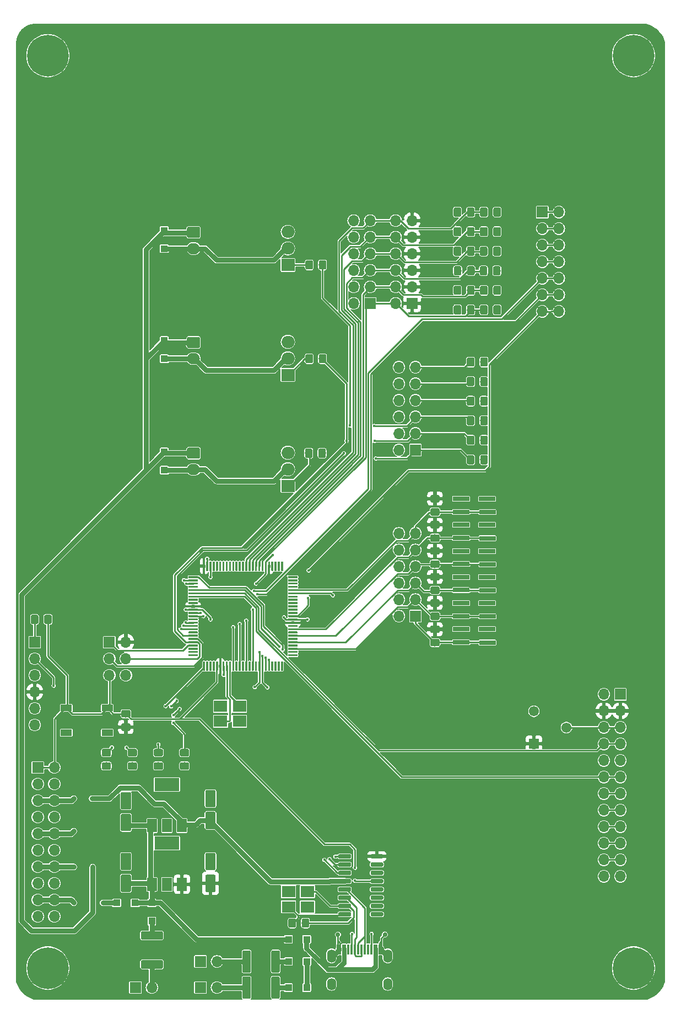
<source format=gbr>
G04 #@! TF.GenerationSoftware,KiCad,Pcbnew,(5.1.2-1)-1*
G04 #@! TF.CreationDate,2020-01-30T23:37:21-08:00*
G04 #@! TF.ProjectId,complete testboard,636f6d70-6c65-4746-9520-74657374626f,1.0*
G04 #@! TF.SameCoordinates,Original*
G04 #@! TF.FileFunction,Copper,L1,Top*
G04 #@! TF.FilePolarity,Positive*
%FSLAX46Y46*%
G04 Gerber Fmt 4.6, Leading zero omitted, Abs format (unit mm)*
G04 Created by KiCad (PCBNEW (5.1.2-1)-1) date 2020-01-30 23:37:21*
%MOMM*%
%LPD*%
G04 APERTURE LIST*
%ADD10C,0.800000*%
%ADD11C,6.400000*%
%ADD12C,0.100000*%
%ADD13C,1.150000*%
%ADD14O,2.000000X1.905000*%
%ADD15R,2.000000X1.905000*%
%ADD16O,2.000000X1.700000*%
%ADD17C,1.700000*%
%ADD18R,1.100000X1.100000*%
%ADD19C,1.550000*%
%ADD20R,1.550000X1.550000*%
%ADD21R,2.100000X1.800000*%
%ADD22C,0.600000*%
%ADD23R,0.299974X1.524000*%
%ADD24O,1.397000X1.828800*%
%ADD25O,1.397000X2.032000*%
%ADD26O,1.700000X1.700000*%
%ADD27R,1.700000X1.700000*%
%ADD28C,0.300000*%
%ADD29R,1.500000X2.000000*%
%ADD30R,3.800000X2.000000*%
%ADD31R,2.500000X0.650000*%
%ADD32R,1.700000X1.000000*%
%ADD33C,1.300000*%
%ADD34C,1.600000*%
%ADD35C,0.700000*%
%ADD36C,0.450000*%
%ADD37C,0.254000*%
%ADD38C,0.762000*%
%ADD39C,0.650000*%
%ADD40C,0.127000*%
G04 APERTURE END LIST*
D10*
X18697056Y-191302944D03*
X17000000Y-190600000D03*
X15302944Y-191302944D03*
X14600000Y-193000000D03*
X15302944Y-194697056D03*
X17000000Y-195400000D03*
X18697056Y-194697056D03*
X19400000Y-193000000D03*
D11*
X17000000Y-193000000D03*
D10*
X108697056Y-191302944D03*
X107000000Y-190600000D03*
X105302944Y-191302944D03*
X104600000Y-193000000D03*
X105302944Y-194697056D03*
X107000000Y-195400000D03*
X108697056Y-194697056D03*
X109400000Y-193000000D03*
D11*
X107000000Y-193000000D03*
D10*
X108697056Y-51302944D03*
X107000000Y-50600000D03*
X105302944Y-51302944D03*
X104600000Y-53000000D03*
X105302944Y-54697056D03*
X107000000Y-55400000D03*
X108697056Y-54697056D03*
X109400000Y-53000000D03*
D11*
X107000000Y-53000000D03*
D10*
X18697056Y-51302944D03*
X17000000Y-50600000D03*
X15302944Y-51302944D03*
X14600000Y-53000000D03*
X15302944Y-54697056D03*
X17000000Y-55400000D03*
X18697056Y-54697056D03*
X19400000Y-53000000D03*
D11*
X17000000Y-53000000D03*
D12*
G36*
X57524505Y-84401204D02*
G01*
X57548773Y-84404804D01*
X57572572Y-84410765D01*
X57595671Y-84419030D01*
X57617850Y-84429520D01*
X57638893Y-84442132D01*
X57658599Y-84456747D01*
X57676777Y-84473223D01*
X57693253Y-84491401D01*
X57707868Y-84511107D01*
X57720480Y-84532150D01*
X57730970Y-84554329D01*
X57739235Y-84577428D01*
X57745196Y-84601227D01*
X57748796Y-84625495D01*
X57750000Y-84649999D01*
X57750000Y-85550001D01*
X57748796Y-85574505D01*
X57745196Y-85598773D01*
X57739235Y-85622572D01*
X57730970Y-85645671D01*
X57720480Y-85667850D01*
X57707868Y-85688893D01*
X57693253Y-85708599D01*
X57676777Y-85726777D01*
X57658599Y-85743253D01*
X57638893Y-85757868D01*
X57617850Y-85770480D01*
X57595671Y-85780970D01*
X57572572Y-85789235D01*
X57548773Y-85795196D01*
X57524505Y-85798796D01*
X57500001Y-85800000D01*
X56849999Y-85800000D01*
X56825495Y-85798796D01*
X56801227Y-85795196D01*
X56777428Y-85789235D01*
X56754329Y-85780970D01*
X56732150Y-85770480D01*
X56711107Y-85757868D01*
X56691401Y-85743253D01*
X56673223Y-85726777D01*
X56656747Y-85708599D01*
X56642132Y-85688893D01*
X56629520Y-85667850D01*
X56619030Y-85645671D01*
X56610765Y-85622572D01*
X56604804Y-85598773D01*
X56601204Y-85574505D01*
X56600000Y-85550001D01*
X56600000Y-84649999D01*
X56601204Y-84625495D01*
X56604804Y-84601227D01*
X56610765Y-84577428D01*
X56619030Y-84554329D01*
X56629520Y-84532150D01*
X56642132Y-84511107D01*
X56656747Y-84491401D01*
X56673223Y-84473223D01*
X56691401Y-84456747D01*
X56711107Y-84442132D01*
X56732150Y-84429520D01*
X56754329Y-84419030D01*
X56777428Y-84410765D01*
X56801227Y-84404804D01*
X56825495Y-84401204D01*
X56849999Y-84400000D01*
X57500001Y-84400000D01*
X57524505Y-84401204D01*
X57524505Y-84401204D01*
G37*
D13*
X57175000Y-85100000D03*
D12*
G36*
X59574505Y-84401204D02*
G01*
X59598773Y-84404804D01*
X59622572Y-84410765D01*
X59645671Y-84419030D01*
X59667850Y-84429520D01*
X59688893Y-84442132D01*
X59708599Y-84456747D01*
X59726777Y-84473223D01*
X59743253Y-84491401D01*
X59757868Y-84511107D01*
X59770480Y-84532150D01*
X59780970Y-84554329D01*
X59789235Y-84577428D01*
X59795196Y-84601227D01*
X59798796Y-84625495D01*
X59800000Y-84649999D01*
X59800000Y-85550001D01*
X59798796Y-85574505D01*
X59795196Y-85598773D01*
X59789235Y-85622572D01*
X59780970Y-85645671D01*
X59770480Y-85667850D01*
X59757868Y-85688893D01*
X59743253Y-85708599D01*
X59726777Y-85726777D01*
X59708599Y-85743253D01*
X59688893Y-85757868D01*
X59667850Y-85770480D01*
X59645671Y-85780970D01*
X59622572Y-85789235D01*
X59598773Y-85795196D01*
X59574505Y-85798796D01*
X59550001Y-85800000D01*
X58899999Y-85800000D01*
X58875495Y-85798796D01*
X58851227Y-85795196D01*
X58827428Y-85789235D01*
X58804329Y-85780970D01*
X58782150Y-85770480D01*
X58761107Y-85757868D01*
X58741401Y-85743253D01*
X58723223Y-85726777D01*
X58706747Y-85708599D01*
X58692132Y-85688893D01*
X58679520Y-85667850D01*
X58669030Y-85645671D01*
X58660765Y-85622572D01*
X58654804Y-85598773D01*
X58651204Y-85574505D01*
X58650000Y-85550001D01*
X58650000Y-84649999D01*
X58651204Y-84625495D01*
X58654804Y-84601227D01*
X58660765Y-84577428D01*
X58669030Y-84554329D01*
X58679520Y-84532150D01*
X58692132Y-84511107D01*
X58706747Y-84491401D01*
X58723223Y-84473223D01*
X58741401Y-84456747D01*
X58761107Y-84442132D01*
X58782150Y-84429520D01*
X58804329Y-84419030D01*
X58827428Y-84410765D01*
X58851227Y-84404804D01*
X58875495Y-84401204D01*
X58899999Y-84400000D01*
X59550001Y-84400000D01*
X59574505Y-84401204D01*
X59574505Y-84401204D01*
G37*
D13*
X59225000Y-85100000D03*
D14*
X53900000Y-80020000D03*
X53900000Y-82560000D03*
D15*
X53900000Y-85100000D03*
D16*
X39400000Y-82600000D03*
D12*
G36*
X40174504Y-79251204D02*
G01*
X40198773Y-79254804D01*
X40222571Y-79260765D01*
X40245671Y-79269030D01*
X40267849Y-79279520D01*
X40288893Y-79292133D01*
X40308598Y-79306747D01*
X40326777Y-79323223D01*
X40343253Y-79341402D01*
X40357867Y-79361107D01*
X40370480Y-79382151D01*
X40380970Y-79404329D01*
X40389235Y-79427429D01*
X40395196Y-79451227D01*
X40398796Y-79475496D01*
X40400000Y-79500000D01*
X40400000Y-80700000D01*
X40398796Y-80724504D01*
X40395196Y-80748773D01*
X40389235Y-80772571D01*
X40380970Y-80795671D01*
X40370480Y-80817849D01*
X40357867Y-80838893D01*
X40343253Y-80858598D01*
X40326777Y-80876777D01*
X40308598Y-80893253D01*
X40288893Y-80907867D01*
X40267849Y-80920480D01*
X40245671Y-80930970D01*
X40222571Y-80939235D01*
X40198773Y-80945196D01*
X40174504Y-80948796D01*
X40150000Y-80950000D01*
X38650000Y-80950000D01*
X38625496Y-80948796D01*
X38601227Y-80945196D01*
X38577429Y-80939235D01*
X38554329Y-80930970D01*
X38532151Y-80920480D01*
X38511107Y-80907867D01*
X38491402Y-80893253D01*
X38473223Y-80876777D01*
X38456747Y-80858598D01*
X38442133Y-80838893D01*
X38429520Y-80817849D01*
X38419030Y-80795671D01*
X38410765Y-80772571D01*
X38404804Y-80748773D01*
X38401204Y-80724504D01*
X38400000Y-80700000D01*
X38400000Y-79500000D01*
X38401204Y-79475496D01*
X38404804Y-79451227D01*
X38410765Y-79427429D01*
X38419030Y-79404329D01*
X38429520Y-79382151D01*
X38442133Y-79361107D01*
X38456747Y-79341402D01*
X38473223Y-79323223D01*
X38491402Y-79306747D01*
X38511107Y-79292133D01*
X38532151Y-79279520D01*
X38554329Y-79269030D01*
X38577429Y-79260765D01*
X38601227Y-79254804D01*
X38625496Y-79251204D01*
X38650000Y-79250000D01*
X40150000Y-79250000D01*
X40174504Y-79251204D01*
X40174504Y-79251204D01*
G37*
D17*
X39400000Y-80100000D03*
D18*
X34900000Y-82600000D03*
X34900000Y-79800000D03*
D19*
X96700000Y-156100000D03*
D20*
X91700000Y-158600000D03*
D19*
X91700000Y-153600000D03*
D21*
X56900000Y-183600000D03*
X54000000Y-183600000D03*
X54000000Y-181300000D03*
X56900000Y-181300000D03*
D12*
G36*
X68414703Y-175555722D02*
G01*
X68429264Y-175557882D01*
X68443543Y-175561459D01*
X68457403Y-175566418D01*
X68470710Y-175572712D01*
X68483336Y-175580280D01*
X68495159Y-175589048D01*
X68506066Y-175598934D01*
X68515952Y-175609841D01*
X68524720Y-175621664D01*
X68532288Y-175634290D01*
X68538582Y-175647597D01*
X68543541Y-175661457D01*
X68547118Y-175675736D01*
X68549278Y-175690297D01*
X68550000Y-175705000D01*
X68550000Y-176005000D01*
X68549278Y-176019703D01*
X68547118Y-176034264D01*
X68543541Y-176048543D01*
X68538582Y-176062403D01*
X68532288Y-176075710D01*
X68524720Y-176088336D01*
X68515952Y-176100159D01*
X68506066Y-176111066D01*
X68495159Y-176120952D01*
X68483336Y-176129720D01*
X68470710Y-176137288D01*
X68457403Y-176143582D01*
X68443543Y-176148541D01*
X68429264Y-176152118D01*
X68414703Y-176154278D01*
X68400000Y-176155000D01*
X66750000Y-176155000D01*
X66735297Y-176154278D01*
X66720736Y-176152118D01*
X66706457Y-176148541D01*
X66692597Y-176143582D01*
X66679290Y-176137288D01*
X66666664Y-176129720D01*
X66654841Y-176120952D01*
X66643934Y-176111066D01*
X66634048Y-176100159D01*
X66625280Y-176088336D01*
X66617712Y-176075710D01*
X66611418Y-176062403D01*
X66606459Y-176048543D01*
X66602882Y-176034264D01*
X66600722Y-176019703D01*
X66600000Y-176005000D01*
X66600000Y-175705000D01*
X66600722Y-175690297D01*
X66602882Y-175675736D01*
X66606459Y-175661457D01*
X66611418Y-175647597D01*
X66617712Y-175634290D01*
X66625280Y-175621664D01*
X66634048Y-175609841D01*
X66643934Y-175598934D01*
X66654841Y-175589048D01*
X66666664Y-175580280D01*
X66679290Y-175572712D01*
X66692597Y-175566418D01*
X66706457Y-175561459D01*
X66720736Y-175557882D01*
X66735297Y-175555722D01*
X66750000Y-175555000D01*
X68400000Y-175555000D01*
X68414703Y-175555722D01*
X68414703Y-175555722D01*
G37*
D22*
X67575000Y-175855000D03*
D12*
G36*
X68414703Y-176825722D02*
G01*
X68429264Y-176827882D01*
X68443543Y-176831459D01*
X68457403Y-176836418D01*
X68470710Y-176842712D01*
X68483336Y-176850280D01*
X68495159Y-176859048D01*
X68506066Y-176868934D01*
X68515952Y-176879841D01*
X68524720Y-176891664D01*
X68532288Y-176904290D01*
X68538582Y-176917597D01*
X68543541Y-176931457D01*
X68547118Y-176945736D01*
X68549278Y-176960297D01*
X68550000Y-176975000D01*
X68550000Y-177275000D01*
X68549278Y-177289703D01*
X68547118Y-177304264D01*
X68543541Y-177318543D01*
X68538582Y-177332403D01*
X68532288Y-177345710D01*
X68524720Y-177358336D01*
X68515952Y-177370159D01*
X68506066Y-177381066D01*
X68495159Y-177390952D01*
X68483336Y-177399720D01*
X68470710Y-177407288D01*
X68457403Y-177413582D01*
X68443543Y-177418541D01*
X68429264Y-177422118D01*
X68414703Y-177424278D01*
X68400000Y-177425000D01*
X66750000Y-177425000D01*
X66735297Y-177424278D01*
X66720736Y-177422118D01*
X66706457Y-177418541D01*
X66692597Y-177413582D01*
X66679290Y-177407288D01*
X66666664Y-177399720D01*
X66654841Y-177390952D01*
X66643934Y-177381066D01*
X66634048Y-177370159D01*
X66625280Y-177358336D01*
X66617712Y-177345710D01*
X66611418Y-177332403D01*
X66606459Y-177318543D01*
X66602882Y-177304264D01*
X66600722Y-177289703D01*
X66600000Y-177275000D01*
X66600000Y-176975000D01*
X66600722Y-176960297D01*
X66602882Y-176945736D01*
X66606459Y-176931457D01*
X66611418Y-176917597D01*
X66617712Y-176904290D01*
X66625280Y-176891664D01*
X66634048Y-176879841D01*
X66643934Y-176868934D01*
X66654841Y-176859048D01*
X66666664Y-176850280D01*
X66679290Y-176842712D01*
X66692597Y-176836418D01*
X66706457Y-176831459D01*
X66720736Y-176827882D01*
X66735297Y-176825722D01*
X66750000Y-176825000D01*
X68400000Y-176825000D01*
X68414703Y-176825722D01*
X68414703Y-176825722D01*
G37*
D22*
X67575000Y-177125000D03*
D12*
G36*
X68414703Y-178095722D02*
G01*
X68429264Y-178097882D01*
X68443543Y-178101459D01*
X68457403Y-178106418D01*
X68470710Y-178112712D01*
X68483336Y-178120280D01*
X68495159Y-178129048D01*
X68506066Y-178138934D01*
X68515952Y-178149841D01*
X68524720Y-178161664D01*
X68532288Y-178174290D01*
X68538582Y-178187597D01*
X68543541Y-178201457D01*
X68547118Y-178215736D01*
X68549278Y-178230297D01*
X68550000Y-178245000D01*
X68550000Y-178545000D01*
X68549278Y-178559703D01*
X68547118Y-178574264D01*
X68543541Y-178588543D01*
X68538582Y-178602403D01*
X68532288Y-178615710D01*
X68524720Y-178628336D01*
X68515952Y-178640159D01*
X68506066Y-178651066D01*
X68495159Y-178660952D01*
X68483336Y-178669720D01*
X68470710Y-178677288D01*
X68457403Y-178683582D01*
X68443543Y-178688541D01*
X68429264Y-178692118D01*
X68414703Y-178694278D01*
X68400000Y-178695000D01*
X66750000Y-178695000D01*
X66735297Y-178694278D01*
X66720736Y-178692118D01*
X66706457Y-178688541D01*
X66692597Y-178683582D01*
X66679290Y-178677288D01*
X66666664Y-178669720D01*
X66654841Y-178660952D01*
X66643934Y-178651066D01*
X66634048Y-178640159D01*
X66625280Y-178628336D01*
X66617712Y-178615710D01*
X66611418Y-178602403D01*
X66606459Y-178588543D01*
X66602882Y-178574264D01*
X66600722Y-178559703D01*
X66600000Y-178545000D01*
X66600000Y-178245000D01*
X66600722Y-178230297D01*
X66602882Y-178215736D01*
X66606459Y-178201457D01*
X66611418Y-178187597D01*
X66617712Y-178174290D01*
X66625280Y-178161664D01*
X66634048Y-178149841D01*
X66643934Y-178138934D01*
X66654841Y-178129048D01*
X66666664Y-178120280D01*
X66679290Y-178112712D01*
X66692597Y-178106418D01*
X66706457Y-178101459D01*
X66720736Y-178097882D01*
X66735297Y-178095722D01*
X66750000Y-178095000D01*
X68400000Y-178095000D01*
X68414703Y-178095722D01*
X68414703Y-178095722D01*
G37*
D22*
X67575000Y-178395000D03*
D12*
G36*
X68414703Y-179365722D02*
G01*
X68429264Y-179367882D01*
X68443543Y-179371459D01*
X68457403Y-179376418D01*
X68470710Y-179382712D01*
X68483336Y-179390280D01*
X68495159Y-179399048D01*
X68506066Y-179408934D01*
X68515952Y-179419841D01*
X68524720Y-179431664D01*
X68532288Y-179444290D01*
X68538582Y-179457597D01*
X68543541Y-179471457D01*
X68547118Y-179485736D01*
X68549278Y-179500297D01*
X68550000Y-179515000D01*
X68550000Y-179815000D01*
X68549278Y-179829703D01*
X68547118Y-179844264D01*
X68543541Y-179858543D01*
X68538582Y-179872403D01*
X68532288Y-179885710D01*
X68524720Y-179898336D01*
X68515952Y-179910159D01*
X68506066Y-179921066D01*
X68495159Y-179930952D01*
X68483336Y-179939720D01*
X68470710Y-179947288D01*
X68457403Y-179953582D01*
X68443543Y-179958541D01*
X68429264Y-179962118D01*
X68414703Y-179964278D01*
X68400000Y-179965000D01*
X66750000Y-179965000D01*
X66735297Y-179964278D01*
X66720736Y-179962118D01*
X66706457Y-179958541D01*
X66692597Y-179953582D01*
X66679290Y-179947288D01*
X66666664Y-179939720D01*
X66654841Y-179930952D01*
X66643934Y-179921066D01*
X66634048Y-179910159D01*
X66625280Y-179898336D01*
X66617712Y-179885710D01*
X66611418Y-179872403D01*
X66606459Y-179858543D01*
X66602882Y-179844264D01*
X66600722Y-179829703D01*
X66600000Y-179815000D01*
X66600000Y-179515000D01*
X66600722Y-179500297D01*
X66602882Y-179485736D01*
X66606459Y-179471457D01*
X66611418Y-179457597D01*
X66617712Y-179444290D01*
X66625280Y-179431664D01*
X66634048Y-179419841D01*
X66643934Y-179408934D01*
X66654841Y-179399048D01*
X66666664Y-179390280D01*
X66679290Y-179382712D01*
X66692597Y-179376418D01*
X66706457Y-179371459D01*
X66720736Y-179367882D01*
X66735297Y-179365722D01*
X66750000Y-179365000D01*
X68400000Y-179365000D01*
X68414703Y-179365722D01*
X68414703Y-179365722D01*
G37*
D22*
X67575000Y-179665000D03*
D12*
G36*
X68414703Y-180635722D02*
G01*
X68429264Y-180637882D01*
X68443543Y-180641459D01*
X68457403Y-180646418D01*
X68470710Y-180652712D01*
X68483336Y-180660280D01*
X68495159Y-180669048D01*
X68506066Y-180678934D01*
X68515952Y-180689841D01*
X68524720Y-180701664D01*
X68532288Y-180714290D01*
X68538582Y-180727597D01*
X68543541Y-180741457D01*
X68547118Y-180755736D01*
X68549278Y-180770297D01*
X68550000Y-180785000D01*
X68550000Y-181085000D01*
X68549278Y-181099703D01*
X68547118Y-181114264D01*
X68543541Y-181128543D01*
X68538582Y-181142403D01*
X68532288Y-181155710D01*
X68524720Y-181168336D01*
X68515952Y-181180159D01*
X68506066Y-181191066D01*
X68495159Y-181200952D01*
X68483336Y-181209720D01*
X68470710Y-181217288D01*
X68457403Y-181223582D01*
X68443543Y-181228541D01*
X68429264Y-181232118D01*
X68414703Y-181234278D01*
X68400000Y-181235000D01*
X66750000Y-181235000D01*
X66735297Y-181234278D01*
X66720736Y-181232118D01*
X66706457Y-181228541D01*
X66692597Y-181223582D01*
X66679290Y-181217288D01*
X66666664Y-181209720D01*
X66654841Y-181200952D01*
X66643934Y-181191066D01*
X66634048Y-181180159D01*
X66625280Y-181168336D01*
X66617712Y-181155710D01*
X66611418Y-181142403D01*
X66606459Y-181128543D01*
X66602882Y-181114264D01*
X66600722Y-181099703D01*
X66600000Y-181085000D01*
X66600000Y-180785000D01*
X66600722Y-180770297D01*
X66602882Y-180755736D01*
X66606459Y-180741457D01*
X66611418Y-180727597D01*
X66617712Y-180714290D01*
X66625280Y-180701664D01*
X66634048Y-180689841D01*
X66643934Y-180678934D01*
X66654841Y-180669048D01*
X66666664Y-180660280D01*
X66679290Y-180652712D01*
X66692597Y-180646418D01*
X66706457Y-180641459D01*
X66720736Y-180637882D01*
X66735297Y-180635722D01*
X66750000Y-180635000D01*
X68400000Y-180635000D01*
X68414703Y-180635722D01*
X68414703Y-180635722D01*
G37*
D22*
X67575000Y-180935000D03*
D12*
G36*
X68414703Y-181905722D02*
G01*
X68429264Y-181907882D01*
X68443543Y-181911459D01*
X68457403Y-181916418D01*
X68470710Y-181922712D01*
X68483336Y-181930280D01*
X68495159Y-181939048D01*
X68506066Y-181948934D01*
X68515952Y-181959841D01*
X68524720Y-181971664D01*
X68532288Y-181984290D01*
X68538582Y-181997597D01*
X68543541Y-182011457D01*
X68547118Y-182025736D01*
X68549278Y-182040297D01*
X68550000Y-182055000D01*
X68550000Y-182355000D01*
X68549278Y-182369703D01*
X68547118Y-182384264D01*
X68543541Y-182398543D01*
X68538582Y-182412403D01*
X68532288Y-182425710D01*
X68524720Y-182438336D01*
X68515952Y-182450159D01*
X68506066Y-182461066D01*
X68495159Y-182470952D01*
X68483336Y-182479720D01*
X68470710Y-182487288D01*
X68457403Y-182493582D01*
X68443543Y-182498541D01*
X68429264Y-182502118D01*
X68414703Y-182504278D01*
X68400000Y-182505000D01*
X66750000Y-182505000D01*
X66735297Y-182504278D01*
X66720736Y-182502118D01*
X66706457Y-182498541D01*
X66692597Y-182493582D01*
X66679290Y-182487288D01*
X66666664Y-182479720D01*
X66654841Y-182470952D01*
X66643934Y-182461066D01*
X66634048Y-182450159D01*
X66625280Y-182438336D01*
X66617712Y-182425710D01*
X66611418Y-182412403D01*
X66606459Y-182398543D01*
X66602882Y-182384264D01*
X66600722Y-182369703D01*
X66600000Y-182355000D01*
X66600000Y-182055000D01*
X66600722Y-182040297D01*
X66602882Y-182025736D01*
X66606459Y-182011457D01*
X66611418Y-181997597D01*
X66617712Y-181984290D01*
X66625280Y-181971664D01*
X66634048Y-181959841D01*
X66643934Y-181948934D01*
X66654841Y-181939048D01*
X66666664Y-181930280D01*
X66679290Y-181922712D01*
X66692597Y-181916418D01*
X66706457Y-181911459D01*
X66720736Y-181907882D01*
X66735297Y-181905722D01*
X66750000Y-181905000D01*
X68400000Y-181905000D01*
X68414703Y-181905722D01*
X68414703Y-181905722D01*
G37*
D22*
X67575000Y-182205000D03*
D12*
G36*
X68414703Y-183175722D02*
G01*
X68429264Y-183177882D01*
X68443543Y-183181459D01*
X68457403Y-183186418D01*
X68470710Y-183192712D01*
X68483336Y-183200280D01*
X68495159Y-183209048D01*
X68506066Y-183218934D01*
X68515952Y-183229841D01*
X68524720Y-183241664D01*
X68532288Y-183254290D01*
X68538582Y-183267597D01*
X68543541Y-183281457D01*
X68547118Y-183295736D01*
X68549278Y-183310297D01*
X68550000Y-183325000D01*
X68550000Y-183625000D01*
X68549278Y-183639703D01*
X68547118Y-183654264D01*
X68543541Y-183668543D01*
X68538582Y-183682403D01*
X68532288Y-183695710D01*
X68524720Y-183708336D01*
X68515952Y-183720159D01*
X68506066Y-183731066D01*
X68495159Y-183740952D01*
X68483336Y-183749720D01*
X68470710Y-183757288D01*
X68457403Y-183763582D01*
X68443543Y-183768541D01*
X68429264Y-183772118D01*
X68414703Y-183774278D01*
X68400000Y-183775000D01*
X66750000Y-183775000D01*
X66735297Y-183774278D01*
X66720736Y-183772118D01*
X66706457Y-183768541D01*
X66692597Y-183763582D01*
X66679290Y-183757288D01*
X66666664Y-183749720D01*
X66654841Y-183740952D01*
X66643934Y-183731066D01*
X66634048Y-183720159D01*
X66625280Y-183708336D01*
X66617712Y-183695710D01*
X66611418Y-183682403D01*
X66606459Y-183668543D01*
X66602882Y-183654264D01*
X66600722Y-183639703D01*
X66600000Y-183625000D01*
X66600000Y-183325000D01*
X66600722Y-183310297D01*
X66602882Y-183295736D01*
X66606459Y-183281457D01*
X66611418Y-183267597D01*
X66617712Y-183254290D01*
X66625280Y-183241664D01*
X66634048Y-183229841D01*
X66643934Y-183218934D01*
X66654841Y-183209048D01*
X66666664Y-183200280D01*
X66679290Y-183192712D01*
X66692597Y-183186418D01*
X66706457Y-183181459D01*
X66720736Y-183177882D01*
X66735297Y-183175722D01*
X66750000Y-183175000D01*
X68400000Y-183175000D01*
X68414703Y-183175722D01*
X68414703Y-183175722D01*
G37*
D22*
X67575000Y-183475000D03*
D12*
G36*
X68414703Y-184445722D02*
G01*
X68429264Y-184447882D01*
X68443543Y-184451459D01*
X68457403Y-184456418D01*
X68470710Y-184462712D01*
X68483336Y-184470280D01*
X68495159Y-184479048D01*
X68506066Y-184488934D01*
X68515952Y-184499841D01*
X68524720Y-184511664D01*
X68532288Y-184524290D01*
X68538582Y-184537597D01*
X68543541Y-184551457D01*
X68547118Y-184565736D01*
X68549278Y-184580297D01*
X68550000Y-184595000D01*
X68550000Y-184895000D01*
X68549278Y-184909703D01*
X68547118Y-184924264D01*
X68543541Y-184938543D01*
X68538582Y-184952403D01*
X68532288Y-184965710D01*
X68524720Y-184978336D01*
X68515952Y-184990159D01*
X68506066Y-185001066D01*
X68495159Y-185010952D01*
X68483336Y-185019720D01*
X68470710Y-185027288D01*
X68457403Y-185033582D01*
X68443543Y-185038541D01*
X68429264Y-185042118D01*
X68414703Y-185044278D01*
X68400000Y-185045000D01*
X66750000Y-185045000D01*
X66735297Y-185044278D01*
X66720736Y-185042118D01*
X66706457Y-185038541D01*
X66692597Y-185033582D01*
X66679290Y-185027288D01*
X66666664Y-185019720D01*
X66654841Y-185010952D01*
X66643934Y-185001066D01*
X66634048Y-184990159D01*
X66625280Y-184978336D01*
X66617712Y-184965710D01*
X66611418Y-184952403D01*
X66606459Y-184938543D01*
X66602882Y-184924264D01*
X66600722Y-184909703D01*
X66600000Y-184895000D01*
X66600000Y-184595000D01*
X66600722Y-184580297D01*
X66602882Y-184565736D01*
X66606459Y-184551457D01*
X66611418Y-184537597D01*
X66617712Y-184524290D01*
X66625280Y-184511664D01*
X66634048Y-184499841D01*
X66643934Y-184488934D01*
X66654841Y-184479048D01*
X66666664Y-184470280D01*
X66679290Y-184462712D01*
X66692597Y-184456418D01*
X66706457Y-184451459D01*
X66720736Y-184447882D01*
X66735297Y-184445722D01*
X66750000Y-184445000D01*
X68400000Y-184445000D01*
X68414703Y-184445722D01*
X68414703Y-184445722D01*
G37*
D22*
X67575000Y-184745000D03*
D12*
G36*
X63464703Y-184445722D02*
G01*
X63479264Y-184447882D01*
X63493543Y-184451459D01*
X63507403Y-184456418D01*
X63520710Y-184462712D01*
X63533336Y-184470280D01*
X63545159Y-184479048D01*
X63556066Y-184488934D01*
X63565952Y-184499841D01*
X63574720Y-184511664D01*
X63582288Y-184524290D01*
X63588582Y-184537597D01*
X63593541Y-184551457D01*
X63597118Y-184565736D01*
X63599278Y-184580297D01*
X63600000Y-184595000D01*
X63600000Y-184895000D01*
X63599278Y-184909703D01*
X63597118Y-184924264D01*
X63593541Y-184938543D01*
X63588582Y-184952403D01*
X63582288Y-184965710D01*
X63574720Y-184978336D01*
X63565952Y-184990159D01*
X63556066Y-185001066D01*
X63545159Y-185010952D01*
X63533336Y-185019720D01*
X63520710Y-185027288D01*
X63507403Y-185033582D01*
X63493543Y-185038541D01*
X63479264Y-185042118D01*
X63464703Y-185044278D01*
X63450000Y-185045000D01*
X61800000Y-185045000D01*
X61785297Y-185044278D01*
X61770736Y-185042118D01*
X61756457Y-185038541D01*
X61742597Y-185033582D01*
X61729290Y-185027288D01*
X61716664Y-185019720D01*
X61704841Y-185010952D01*
X61693934Y-185001066D01*
X61684048Y-184990159D01*
X61675280Y-184978336D01*
X61667712Y-184965710D01*
X61661418Y-184952403D01*
X61656459Y-184938543D01*
X61652882Y-184924264D01*
X61650722Y-184909703D01*
X61650000Y-184895000D01*
X61650000Y-184595000D01*
X61650722Y-184580297D01*
X61652882Y-184565736D01*
X61656459Y-184551457D01*
X61661418Y-184537597D01*
X61667712Y-184524290D01*
X61675280Y-184511664D01*
X61684048Y-184499841D01*
X61693934Y-184488934D01*
X61704841Y-184479048D01*
X61716664Y-184470280D01*
X61729290Y-184462712D01*
X61742597Y-184456418D01*
X61756457Y-184451459D01*
X61770736Y-184447882D01*
X61785297Y-184445722D01*
X61800000Y-184445000D01*
X63450000Y-184445000D01*
X63464703Y-184445722D01*
X63464703Y-184445722D01*
G37*
D22*
X62625000Y-184745000D03*
D12*
G36*
X63464703Y-183175722D02*
G01*
X63479264Y-183177882D01*
X63493543Y-183181459D01*
X63507403Y-183186418D01*
X63520710Y-183192712D01*
X63533336Y-183200280D01*
X63545159Y-183209048D01*
X63556066Y-183218934D01*
X63565952Y-183229841D01*
X63574720Y-183241664D01*
X63582288Y-183254290D01*
X63588582Y-183267597D01*
X63593541Y-183281457D01*
X63597118Y-183295736D01*
X63599278Y-183310297D01*
X63600000Y-183325000D01*
X63600000Y-183625000D01*
X63599278Y-183639703D01*
X63597118Y-183654264D01*
X63593541Y-183668543D01*
X63588582Y-183682403D01*
X63582288Y-183695710D01*
X63574720Y-183708336D01*
X63565952Y-183720159D01*
X63556066Y-183731066D01*
X63545159Y-183740952D01*
X63533336Y-183749720D01*
X63520710Y-183757288D01*
X63507403Y-183763582D01*
X63493543Y-183768541D01*
X63479264Y-183772118D01*
X63464703Y-183774278D01*
X63450000Y-183775000D01*
X61800000Y-183775000D01*
X61785297Y-183774278D01*
X61770736Y-183772118D01*
X61756457Y-183768541D01*
X61742597Y-183763582D01*
X61729290Y-183757288D01*
X61716664Y-183749720D01*
X61704841Y-183740952D01*
X61693934Y-183731066D01*
X61684048Y-183720159D01*
X61675280Y-183708336D01*
X61667712Y-183695710D01*
X61661418Y-183682403D01*
X61656459Y-183668543D01*
X61652882Y-183654264D01*
X61650722Y-183639703D01*
X61650000Y-183625000D01*
X61650000Y-183325000D01*
X61650722Y-183310297D01*
X61652882Y-183295736D01*
X61656459Y-183281457D01*
X61661418Y-183267597D01*
X61667712Y-183254290D01*
X61675280Y-183241664D01*
X61684048Y-183229841D01*
X61693934Y-183218934D01*
X61704841Y-183209048D01*
X61716664Y-183200280D01*
X61729290Y-183192712D01*
X61742597Y-183186418D01*
X61756457Y-183181459D01*
X61770736Y-183177882D01*
X61785297Y-183175722D01*
X61800000Y-183175000D01*
X63450000Y-183175000D01*
X63464703Y-183175722D01*
X63464703Y-183175722D01*
G37*
D22*
X62625000Y-183475000D03*
D12*
G36*
X63464703Y-181905722D02*
G01*
X63479264Y-181907882D01*
X63493543Y-181911459D01*
X63507403Y-181916418D01*
X63520710Y-181922712D01*
X63533336Y-181930280D01*
X63545159Y-181939048D01*
X63556066Y-181948934D01*
X63565952Y-181959841D01*
X63574720Y-181971664D01*
X63582288Y-181984290D01*
X63588582Y-181997597D01*
X63593541Y-182011457D01*
X63597118Y-182025736D01*
X63599278Y-182040297D01*
X63600000Y-182055000D01*
X63600000Y-182355000D01*
X63599278Y-182369703D01*
X63597118Y-182384264D01*
X63593541Y-182398543D01*
X63588582Y-182412403D01*
X63582288Y-182425710D01*
X63574720Y-182438336D01*
X63565952Y-182450159D01*
X63556066Y-182461066D01*
X63545159Y-182470952D01*
X63533336Y-182479720D01*
X63520710Y-182487288D01*
X63507403Y-182493582D01*
X63493543Y-182498541D01*
X63479264Y-182502118D01*
X63464703Y-182504278D01*
X63450000Y-182505000D01*
X61800000Y-182505000D01*
X61785297Y-182504278D01*
X61770736Y-182502118D01*
X61756457Y-182498541D01*
X61742597Y-182493582D01*
X61729290Y-182487288D01*
X61716664Y-182479720D01*
X61704841Y-182470952D01*
X61693934Y-182461066D01*
X61684048Y-182450159D01*
X61675280Y-182438336D01*
X61667712Y-182425710D01*
X61661418Y-182412403D01*
X61656459Y-182398543D01*
X61652882Y-182384264D01*
X61650722Y-182369703D01*
X61650000Y-182355000D01*
X61650000Y-182055000D01*
X61650722Y-182040297D01*
X61652882Y-182025736D01*
X61656459Y-182011457D01*
X61661418Y-181997597D01*
X61667712Y-181984290D01*
X61675280Y-181971664D01*
X61684048Y-181959841D01*
X61693934Y-181948934D01*
X61704841Y-181939048D01*
X61716664Y-181930280D01*
X61729290Y-181922712D01*
X61742597Y-181916418D01*
X61756457Y-181911459D01*
X61770736Y-181907882D01*
X61785297Y-181905722D01*
X61800000Y-181905000D01*
X63450000Y-181905000D01*
X63464703Y-181905722D01*
X63464703Y-181905722D01*
G37*
D22*
X62625000Y-182205000D03*
D12*
G36*
X63464703Y-180635722D02*
G01*
X63479264Y-180637882D01*
X63493543Y-180641459D01*
X63507403Y-180646418D01*
X63520710Y-180652712D01*
X63533336Y-180660280D01*
X63545159Y-180669048D01*
X63556066Y-180678934D01*
X63565952Y-180689841D01*
X63574720Y-180701664D01*
X63582288Y-180714290D01*
X63588582Y-180727597D01*
X63593541Y-180741457D01*
X63597118Y-180755736D01*
X63599278Y-180770297D01*
X63600000Y-180785000D01*
X63600000Y-181085000D01*
X63599278Y-181099703D01*
X63597118Y-181114264D01*
X63593541Y-181128543D01*
X63588582Y-181142403D01*
X63582288Y-181155710D01*
X63574720Y-181168336D01*
X63565952Y-181180159D01*
X63556066Y-181191066D01*
X63545159Y-181200952D01*
X63533336Y-181209720D01*
X63520710Y-181217288D01*
X63507403Y-181223582D01*
X63493543Y-181228541D01*
X63479264Y-181232118D01*
X63464703Y-181234278D01*
X63450000Y-181235000D01*
X61800000Y-181235000D01*
X61785297Y-181234278D01*
X61770736Y-181232118D01*
X61756457Y-181228541D01*
X61742597Y-181223582D01*
X61729290Y-181217288D01*
X61716664Y-181209720D01*
X61704841Y-181200952D01*
X61693934Y-181191066D01*
X61684048Y-181180159D01*
X61675280Y-181168336D01*
X61667712Y-181155710D01*
X61661418Y-181142403D01*
X61656459Y-181128543D01*
X61652882Y-181114264D01*
X61650722Y-181099703D01*
X61650000Y-181085000D01*
X61650000Y-180785000D01*
X61650722Y-180770297D01*
X61652882Y-180755736D01*
X61656459Y-180741457D01*
X61661418Y-180727597D01*
X61667712Y-180714290D01*
X61675280Y-180701664D01*
X61684048Y-180689841D01*
X61693934Y-180678934D01*
X61704841Y-180669048D01*
X61716664Y-180660280D01*
X61729290Y-180652712D01*
X61742597Y-180646418D01*
X61756457Y-180641459D01*
X61770736Y-180637882D01*
X61785297Y-180635722D01*
X61800000Y-180635000D01*
X63450000Y-180635000D01*
X63464703Y-180635722D01*
X63464703Y-180635722D01*
G37*
D22*
X62625000Y-180935000D03*
D12*
G36*
X63464703Y-179365722D02*
G01*
X63479264Y-179367882D01*
X63493543Y-179371459D01*
X63507403Y-179376418D01*
X63520710Y-179382712D01*
X63533336Y-179390280D01*
X63545159Y-179399048D01*
X63556066Y-179408934D01*
X63565952Y-179419841D01*
X63574720Y-179431664D01*
X63582288Y-179444290D01*
X63588582Y-179457597D01*
X63593541Y-179471457D01*
X63597118Y-179485736D01*
X63599278Y-179500297D01*
X63600000Y-179515000D01*
X63600000Y-179815000D01*
X63599278Y-179829703D01*
X63597118Y-179844264D01*
X63593541Y-179858543D01*
X63588582Y-179872403D01*
X63582288Y-179885710D01*
X63574720Y-179898336D01*
X63565952Y-179910159D01*
X63556066Y-179921066D01*
X63545159Y-179930952D01*
X63533336Y-179939720D01*
X63520710Y-179947288D01*
X63507403Y-179953582D01*
X63493543Y-179958541D01*
X63479264Y-179962118D01*
X63464703Y-179964278D01*
X63450000Y-179965000D01*
X61800000Y-179965000D01*
X61785297Y-179964278D01*
X61770736Y-179962118D01*
X61756457Y-179958541D01*
X61742597Y-179953582D01*
X61729290Y-179947288D01*
X61716664Y-179939720D01*
X61704841Y-179930952D01*
X61693934Y-179921066D01*
X61684048Y-179910159D01*
X61675280Y-179898336D01*
X61667712Y-179885710D01*
X61661418Y-179872403D01*
X61656459Y-179858543D01*
X61652882Y-179844264D01*
X61650722Y-179829703D01*
X61650000Y-179815000D01*
X61650000Y-179515000D01*
X61650722Y-179500297D01*
X61652882Y-179485736D01*
X61656459Y-179471457D01*
X61661418Y-179457597D01*
X61667712Y-179444290D01*
X61675280Y-179431664D01*
X61684048Y-179419841D01*
X61693934Y-179408934D01*
X61704841Y-179399048D01*
X61716664Y-179390280D01*
X61729290Y-179382712D01*
X61742597Y-179376418D01*
X61756457Y-179371459D01*
X61770736Y-179367882D01*
X61785297Y-179365722D01*
X61800000Y-179365000D01*
X63450000Y-179365000D01*
X63464703Y-179365722D01*
X63464703Y-179365722D01*
G37*
D22*
X62625000Y-179665000D03*
D12*
G36*
X63464703Y-178095722D02*
G01*
X63479264Y-178097882D01*
X63493543Y-178101459D01*
X63507403Y-178106418D01*
X63520710Y-178112712D01*
X63533336Y-178120280D01*
X63545159Y-178129048D01*
X63556066Y-178138934D01*
X63565952Y-178149841D01*
X63574720Y-178161664D01*
X63582288Y-178174290D01*
X63588582Y-178187597D01*
X63593541Y-178201457D01*
X63597118Y-178215736D01*
X63599278Y-178230297D01*
X63600000Y-178245000D01*
X63600000Y-178545000D01*
X63599278Y-178559703D01*
X63597118Y-178574264D01*
X63593541Y-178588543D01*
X63588582Y-178602403D01*
X63582288Y-178615710D01*
X63574720Y-178628336D01*
X63565952Y-178640159D01*
X63556066Y-178651066D01*
X63545159Y-178660952D01*
X63533336Y-178669720D01*
X63520710Y-178677288D01*
X63507403Y-178683582D01*
X63493543Y-178688541D01*
X63479264Y-178692118D01*
X63464703Y-178694278D01*
X63450000Y-178695000D01*
X61800000Y-178695000D01*
X61785297Y-178694278D01*
X61770736Y-178692118D01*
X61756457Y-178688541D01*
X61742597Y-178683582D01*
X61729290Y-178677288D01*
X61716664Y-178669720D01*
X61704841Y-178660952D01*
X61693934Y-178651066D01*
X61684048Y-178640159D01*
X61675280Y-178628336D01*
X61667712Y-178615710D01*
X61661418Y-178602403D01*
X61656459Y-178588543D01*
X61652882Y-178574264D01*
X61650722Y-178559703D01*
X61650000Y-178545000D01*
X61650000Y-178245000D01*
X61650722Y-178230297D01*
X61652882Y-178215736D01*
X61656459Y-178201457D01*
X61661418Y-178187597D01*
X61667712Y-178174290D01*
X61675280Y-178161664D01*
X61684048Y-178149841D01*
X61693934Y-178138934D01*
X61704841Y-178129048D01*
X61716664Y-178120280D01*
X61729290Y-178112712D01*
X61742597Y-178106418D01*
X61756457Y-178101459D01*
X61770736Y-178097882D01*
X61785297Y-178095722D01*
X61800000Y-178095000D01*
X63450000Y-178095000D01*
X63464703Y-178095722D01*
X63464703Y-178095722D01*
G37*
D22*
X62625000Y-178395000D03*
D12*
G36*
X63464703Y-176825722D02*
G01*
X63479264Y-176827882D01*
X63493543Y-176831459D01*
X63507403Y-176836418D01*
X63520710Y-176842712D01*
X63533336Y-176850280D01*
X63545159Y-176859048D01*
X63556066Y-176868934D01*
X63565952Y-176879841D01*
X63574720Y-176891664D01*
X63582288Y-176904290D01*
X63588582Y-176917597D01*
X63593541Y-176931457D01*
X63597118Y-176945736D01*
X63599278Y-176960297D01*
X63600000Y-176975000D01*
X63600000Y-177275000D01*
X63599278Y-177289703D01*
X63597118Y-177304264D01*
X63593541Y-177318543D01*
X63588582Y-177332403D01*
X63582288Y-177345710D01*
X63574720Y-177358336D01*
X63565952Y-177370159D01*
X63556066Y-177381066D01*
X63545159Y-177390952D01*
X63533336Y-177399720D01*
X63520710Y-177407288D01*
X63507403Y-177413582D01*
X63493543Y-177418541D01*
X63479264Y-177422118D01*
X63464703Y-177424278D01*
X63450000Y-177425000D01*
X61800000Y-177425000D01*
X61785297Y-177424278D01*
X61770736Y-177422118D01*
X61756457Y-177418541D01*
X61742597Y-177413582D01*
X61729290Y-177407288D01*
X61716664Y-177399720D01*
X61704841Y-177390952D01*
X61693934Y-177381066D01*
X61684048Y-177370159D01*
X61675280Y-177358336D01*
X61667712Y-177345710D01*
X61661418Y-177332403D01*
X61656459Y-177318543D01*
X61652882Y-177304264D01*
X61650722Y-177289703D01*
X61650000Y-177275000D01*
X61650000Y-176975000D01*
X61650722Y-176960297D01*
X61652882Y-176945736D01*
X61656459Y-176931457D01*
X61661418Y-176917597D01*
X61667712Y-176904290D01*
X61675280Y-176891664D01*
X61684048Y-176879841D01*
X61693934Y-176868934D01*
X61704841Y-176859048D01*
X61716664Y-176850280D01*
X61729290Y-176842712D01*
X61742597Y-176836418D01*
X61756457Y-176831459D01*
X61770736Y-176827882D01*
X61785297Y-176825722D01*
X61800000Y-176825000D01*
X63450000Y-176825000D01*
X63464703Y-176825722D01*
X63464703Y-176825722D01*
G37*
D22*
X62625000Y-177125000D03*
D12*
G36*
X63464703Y-175555722D02*
G01*
X63479264Y-175557882D01*
X63493543Y-175561459D01*
X63507403Y-175566418D01*
X63520710Y-175572712D01*
X63533336Y-175580280D01*
X63545159Y-175589048D01*
X63556066Y-175598934D01*
X63565952Y-175609841D01*
X63574720Y-175621664D01*
X63582288Y-175634290D01*
X63588582Y-175647597D01*
X63593541Y-175661457D01*
X63597118Y-175675736D01*
X63599278Y-175690297D01*
X63600000Y-175705000D01*
X63600000Y-176005000D01*
X63599278Y-176019703D01*
X63597118Y-176034264D01*
X63593541Y-176048543D01*
X63588582Y-176062403D01*
X63582288Y-176075710D01*
X63574720Y-176088336D01*
X63565952Y-176100159D01*
X63556066Y-176111066D01*
X63545159Y-176120952D01*
X63533336Y-176129720D01*
X63520710Y-176137288D01*
X63507403Y-176143582D01*
X63493543Y-176148541D01*
X63479264Y-176152118D01*
X63464703Y-176154278D01*
X63450000Y-176155000D01*
X61800000Y-176155000D01*
X61785297Y-176154278D01*
X61770736Y-176152118D01*
X61756457Y-176148541D01*
X61742597Y-176143582D01*
X61729290Y-176137288D01*
X61716664Y-176129720D01*
X61704841Y-176120952D01*
X61693934Y-176111066D01*
X61684048Y-176100159D01*
X61675280Y-176088336D01*
X61667712Y-176075710D01*
X61661418Y-176062403D01*
X61656459Y-176048543D01*
X61652882Y-176034264D01*
X61650722Y-176019703D01*
X61650000Y-176005000D01*
X61650000Y-175705000D01*
X61650722Y-175690297D01*
X61652882Y-175675736D01*
X61656459Y-175661457D01*
X61661418Y-175647597D01*
X61667712Y-175634290D01*
X61675280Y-175621664D01*
X61684048Y-175609841D01*
X61693934Y-175598934D01*
X61704841Y-175589048D01*
X61716664Y-175580280D01*
X61729290Y-175572712D01*
X61742597Y-175566418D01*
X61756457Y-175561459D01*
X61770736Y-175557882D01*
X61785297Y-175555722D01*
X61800000Y-175555000D01*
X63450000Y-175555000D01*
X63464703Y-175555722D01*
X63464703Y-175555722D01*
G37*
D22*
X62625000Y-175855000D03*
D12*
G36*
X56949505Y-185401204D02*
G01*
X56973773Y-185404804D01*
X56997572Y-185410765D01*
X57020671Y-185419030D01*
X57042850Y-185429520D01*
X57063893Y-185442132D01*
X57083599Y-185456747D01*
X57101777Y-185473223D01*
X57118253Y-185491401D01*
X57132868Y-185511107D01*
X57145480Y-185532150D01*
X57155970Y-185554329D01*
X57164235Y-185577428D01*
X57170196Y-185601227D01*
X57173796Y-185625495D01*
X57175000Y-185649999D01*
X57175000Y-186550001D01*
X57173796Y-186574505D01*
X57170196Y-186598773D01*
X57164235Y-186622572D01*
X57155970Y-186645671D01*
X57145480Y-186667850D01*
X57132868Y-186688893D01*
X57118253Y-186708599D01*
X57101777Y-186726777D01*
X57083599Y-186743253D01*
X57063893Y-186757868D01*
X57042850Y-186770480D01*
X57020671Y-186780970D01*
X56997572Y-186789235D01*
X56973773Y-186795196D01*
X56949505Y-186798796D01*
X56925001Y-186800000D01*
X56274999Y-186800000D01*
X56250495Y-186798796D01*
X56226227Y-186795196D01*
X56202428Y-186789235D01*
X56179329Y-186780970D01*
X56157150Y-186770480D01*
X56136107Y-186757868D01*
X56116401Y-186743253D01*
X56098223Y-186726777D01*
X56081747Y-186708599D01*
X56067132Y-186688893D01*
X56054520Y-186667850D01*
X56044030Y-186645671D01*
X56035765Y-186622572D01*
X56029804Y-186598773D01*
X56026204Y-186574505D01*
X56025000Y-186550001D01*
X56025000Y-185649999D01*
X56026204Y-185625495D01*
X56029804Y-185601227D01*
X56035765Y-185577428D01*
X56044030Y-185554329D01*
X56054520Y-185532150D01*
X56067132Y-185511107D01*
X56081747Y-185491401D01*
X56098223Y-185473223D01*
X56116401Y-185456747D01*
X56136107Y-185442132D01*
X56157150Y-185429520D01*
X56179329Y-185419030D01*
X56202428Y-185410765D01*
X56226227Y-185404804D01*
X56250495Y-185401204D01*
X56274999Y-185400000D01*
X56925001Y-185400000D01*
X56949505Y-185401204D01*
X56949505Y-185401204D01*
G37*
D13*
X56600000Y-186100000D03*
D12*
G36*
X54899505Y-185401204D02*
G01*
X54923773Y-185404804D01*
X54947572Y-185410765D01*
X54970671Y-185419030D01*
X54992850Y-185429520D01*
X55013893Y-185442132D01*
X55033599Y-185456747D01*
X55051777Y-185473223D01*
X55068253Y-185491401D01*
X55082868Y-185511107D01*
X55095480Y-185532150D01*
X55105970Y-185554329D01*
X55114235Y-185577428D01*
X55120196Y-185601227D01*
X55123796Y-185625495D01*
X55125000Y-185649999D01*
X55125000Y-186550001D01*
X55123796Y-186574505D01*
X55120196Y-186598773D01*
X55114235Y-186622572D01*
X55105970Y-186645671D01*
X55095480Y-186667850D01*
X55082868Y-186688893D01*
X55068253Y-186708599D01*
X55051777Y-186726777D01*
X55033599Y-186743253D01*
X55013893Y-186757868D01*
X54992850Y-186770480D01*
X54970671Y-186780970D01*
X54947572Y-186789235D01*
X54923773Y-186795196D01*
X54899505Y-186798796D01*
X54875001Y-186800000D01*
X54224999Y-186800000D01*
X54200495Y-186798796D01*
X54176227Y-186795196D01*
X54152428Y-186789235D01*
X54129329Y-186780970D01*
X54107150Y-186770480D01*
X54086107Y-186757868D01*
X54066401Y-186743253D01*
X54048223Y-186726777D01*
X54031747Y-186708599D01*
X54017132Y-186688893D01*
X54004520Y-186667850D01*
X53994030Y-186645671D01*
X53985765Y-186622572D01*
X53979804Y-186598773D01*
X53976204Y-186574505D01*
X53975000Y-186550001D01*
X53975000Y-185649999D01*
X53976204Y-185625495D01*
X53979804Y-185601227D01*
X53985765Y-185577428D01*
X53994030Y-185554329D01*
X54004520Y-185532150D01*
X54017132Y-185511107D01*
X54031747Y-185491401D01*
X54048223Y-185473223D01*
X54066401Y-185456747D01*
X54086107Y-185442132D01*
X54107150Y-185429520D01*
X54129329Y-185419030D01*
X54152428Y-185410765D01*
X54176227Y-185404804D01*
X54200495Y-185401204D01*
X54224999Y-185400000D01*
X54875001Y-185400000D01*
X54899505Y-185401204D01*
X54899505Y-185401204D01*
G37*
D13*
X54550000Y-186100000D03*
D23*
X68283500Y-190126000D03*
X68029500Y-190126000D03*
X67521500Y-190126000D03*
X67267500Y-190126000D03*
X66759500Y-190126000D03*
X66251500Y-190126000D03*
X65743500Y-190126000D03*
X65235500Y-190126000D03*
X64727500Y-190126000D03*
X64219500Y-190126000D03*
X63711500Y-190126000D03*
X63203500Y-190126000D03*
X62695500Y-190126000D03*
X62441500Y-190126000D03*
X61870000Y-190126000D03*
X61552500Y-190126000D03*
D24*
X60600000Y-195460000D03*
D25*
X60600000Y-191142000D03*
D24*
X69236000Y-195460000D03*
D25*
X69236000Y-191142000D03*
D18*
X56800000Y-188600000D03*
X54000000Y-188600000D03*
D14*
X53900000Y-113920000D03*
X53900000Y-116460000D03*
D15*
X53900000Y-119000000D03*
D26*
X95540000Y-92240000D03*
X93000000Y-92240000D03*
X95540000Y-89700000D03*
X93000000Y-89700000D03*
X95540000Y-87160000D03*
X93000000Y-87160000D03*
X95540000Y-84620000D03*
X93000000Y-84620000D03*
X95540000Y-82080000D03*
X93000000Y-82080000D03*
X95540000Y-79540000D03*
X93000000Y-79540000D03*
X95540000Y-77000000D03*
D27*
X93000000Y-77000000D03*
D26*
X102460000Y-178940000D03*
X105000000Y-178940000D03*
X102460000Y-176400000D03*
X105000000Y-176400000D03*
X102460000Y-173860000D03*
X105000000Y-173860000D03*
X102460000Y-171320000D03*
X105000000Y-171320000D03*
X102460000Y-168780000D03*
X105000000Y-168780000D03*
X102460000Y-166240000D03*
X105000000Y-166240000D03*
X102460000Y-163700000D03*
X105000000Y-163700000D03*
X102460000Y-161160000D03*
X105000000Y-161160000D03*
X102460000Y-158620000D03*
X105000000Y-158620000D03*
X102460000Y-156080000D03*
X105000000Y-156080000D03*
X102460000Y-153540000D03*
X105000000Y-153540000D03*
X102460000Y-151000000D03*
D27*
X105000000Y-151000000D03*
D21*
X46450000Y-155150000D03*
X43550000Y-155150000D03*
X43550000Y-152850000D03*
X46450000Y-152850000D03*
D12*
G36*
X41082351Y-130600361D02*
G01*
X41089632Y-130601441D01*
X41096771Y-130603229D01*
X41103701Y-130605709D01*
X41110355Y-130608856D01*
X41116668Y-130612640D01*
X41122579Y-130617024D01*
X41128033Y-130621967D01*
X41132976Y-130627421D01*
X41137360Y-130633332D01*
X41141144Y-130639645D01*
X41144291Y-130646299D01*
X41146771Y-130653229D01*
X41148559Y-130660368D01*
X41149639Y-130667649D01*
X41150000Y-130675000D01*
X41150000Y-132000000D01*
X41149639Y-132007351D01*
X41148559Y-132014632D01*
X41146771Y-132021771D01*
X41144291Y-132028701D01*
X41141144Y-132035355D01*
X41137360Y-132041668D01*
X41132976Y-132047579D01*
X41128033Y-132053033D01*
X41122579Y-132057976D01*
X41116668Y-132062360D01*
X41110355Y-132066144D01*
X41103701Y-132069291D01*
X41096771Y-132071771D01*
X41089632Y-132073559D01*
X41082351Y-132074639D01*
X41075000Y-132075000D01*
X40925000Y-132075000D01*
X40917649Y-132074639D01*
X40910368Y-132073559D01*
X40903229Y-132071771D01*
X40896299Y-132069291D01*
X40889645Y-132066144D01*
X40883332Y-132062360D01*
X40877421Y-132057976D01*
X40871967Y-132053033D01*
X40867024Y-132047579D01*
X40862640Y-132041668D01*
X40858856Y-132035355D01*
X40855709Y-132028701D01*
X40853229Y-132021771D01*
X40851441Y-132014632D01*
X40850361Y-132007351D01*
X40850000Y-132000000D01*
X40850000Y-130675000D01*
X40850361Y-130667649D01*
X40851441Y-130660368D01*
X40853229Y-130653229D01*
X40855709Y-130646299D01*
X40858856Y-130639645D01*
X40862640Y-130633332D01*
X40867024Y-130627421D01*
X40871967Y-130621967D01*
X40877421Y-130617024D01*
X40883332Y-130612640D01*
X40889645Y-130608856D01*
X40896299Y-130605709D01*
X40903229Y-130603229D01*
X40910368Y-130601441D01*
X40917649Y-130600361D01*
X40925000Y-130600000D01*
X41075000Y-130600000D01*
X41082351Y-130600361D01*
X41082351Y-130600361D01*
G37*
D28*
X41000000Y-131337500D03*
D12*
G36*
X41582351Y-130600361D02*
G01*
X41589632Y-130601441D01*
X41596771Y-130603229D01*
X41603701Y-130605709D01*
X41610355Y-130608856D01*
X41616668Y-130612640D01*
X41622579Y-130617024D01*
X41628033Y-130621967D01*
X41632976Y-130627421D01*
X41637360Y-130633332D01*
X41641144Y-130639645D01*
X41644291Y-130646299D01*
X41646771Y-130653229D01*
X41648559Y-130660368D01*
X41649639Y-130667649D01*
X41650000Y-130675000D01*
X41650000Y-132000000D01*
X41649639Y-132007351D01*
X41648559Y-132014632D01*
X41646771Y-132021771D01*
X41644291Y-132028701D01*
X41641144Y-132035355D01*
X41637360Y-132041668D01*
X41632976Y-132047579D01*
X41628033Y-132053033D01*
X41622579Y-132057976D01*
X41616668Y-132062360D01*
X41610355Y-132066144D01*
X41603701Y-132069291D01*
X41596771Y-132071771D01*
X41589632Y-132073559D01*
X41582351Y-132074639D01*
X41575000Y-132075000D01*
X41425000Y-132075000D01*
X41417649Y-132074639D01*
X41410368Y-132073559D01*
X41403229Y-132071771D01*
X41396299Y-132069291D01*
X41389645Y-132066144D01*
X41383332Y-132062360D01*
X41377421Y-132057976D01*
X41371967Y-132053033D01*
X41367024Y-132047579D01*
X41362640Y-132041668D01*
X41358856Y-132035355D01*
X41355709Y-132028701D01*
X41353229Y-132021771D01*
X41351441Y-132014632D01*
X41350361Y-132007351D01*
X41350000Y-132000000D01*
X41350000Y-130675000D01*
X41350361Y-130667649D01*
X41351441Y-130660368D01*
X41353229Y-130653229D01*
X41355709Y-130646299D01*
X41358856Y-130639645D01*
X41362640Y-130633332D01*
X41367024Y-130627421D01*
X41371967Y-130621967D01*
X41377421Y-130617024D01*
X41383332Y-130612640D01*
X41389645Y-130608856D01*
X41396299Y-130605709D01*
X41403229Y-130603229D01*
X41410368Y-130601441D01*
X41417649Y-130600361D01*
X41425000Y-130600000D01*
X41575000Y-130600000D01*
X41582351Y-130600361D01*
X41582351Y-130600361D01*
G37*
D28*
X41500000Y-131337500D03*
D12*
G36*
X42082351Y-130600361D02*
G01*
X42089632Y-130601441D01*
X42096771Y-130603229D01*
X42103701Y-130605709D01*
X42110355Y-130608856D01*
X42116668Y-130612640D01*
X42122579Y-130617024D01*
X42128033Y-130621967D01*
X42132976Y-130627421D01*
X42137360Y-130633332D01*
X42141144Y-130639645D01*
X42144291Y-130646299D01*
X42146771Y-130653229D01*
X42148559Y-130660368D01*
X42149639Y-130667649D01*
X42150000Y-130675000D01*
X42150000Y-132000000D01*
X42149639Y-132007351D01*
X42148559Y-132014632D01*
X42146771Y-132021771D01*
X42144291Y-132028701D01*
X42141144Y-132035355D01*
X42137360Y-132041668D01*
X42132976Y-132047579D01*
X42128033Y-132053033D01*
X42122579Y-132057976D01*
X42116668Y-132062360D01*
X42110355Y-132066144D01*
X42103701Y-132069291D01*
X42096771Y-132071771D01*
X42089632Y-132073559D01*
X42082351Y-132074639D01*
X42075000Y-132075000D01*
X41925000Y-132075000D01*
X41917649Y-132074639D01*
X41910368Y-132073559D01*
X41903229Y-132071771D01*
X41896299Y-132069291D01*
X41889645Y-132066144D01*
X41883332Y-132062360D01*
X41877421Y-132057976D01*
X41871967Y-132053033D01*
X41867024Y-132047579D01*
X41862640Y-132041668D01*
X41858856Y-132035355D01*
X41855709Y-132028701D01*
X41853229Y-132021771D01*
X41851441Y-132014632D01*
X41850361Y-132007351D01*
X41850000Y-132000000D01*
X41850000Y-130675000D01*
X41850361Y-130667649D01*
X41851441Y-130660368D01*
X41853229Y-130653229D01*
X41855709Y-130646299D01*
X41858856Y-130639645D01*
X41862640Y-130633332D01*
X41867024Y-130627421D01*
X41871967Y-130621967D01*
X41877421Y-130617024D01*
X41883332Y-130612640D01*
X41889645Y-130608856D01*
X41896299Y-130605709D01*
X41903229Y-130603229D01*
X41910368Y-130601441D01*
X41917649Y-130600361D01*
X41925000Y-130600000D01*
X42075000Y-130600000D01*
X42082351Y-130600361D01*
X42082351Y-130600361D01*
G37*
D28*
X42000000Y-131337500D03*
D12*
G36*
X42582351Y-130600361D02*
G01*
X42589632Y-130601441D01*
X42596771Y-130603229D01*
X42603701Y-130605709D01*
X42610355Y-130608856D01*
X42616668Y-130612640D01*
X42622579Y-130617024D01*
X42628033Y-130621967D01*
X42632976Y-130627421D01*
X42637360Y-130633332D01*
X42641144Y-130639645D01*
X42644291Y-130646299D01*
X42646771Y-130653229D01*
X42648559Y-130660368D01*
X42649639Y-130667649D01*
X42650000Y-130675000D01*
X42650000Y-132000000D01*
X42649639Y-132007351D01*
X42648559Y-132014632D01*
X42646771Y-132021771D01*
X42644291Y-132028701D01*
X42641144Y-132035355D01*
X42637360Y-132041668D01*
X42632976Y-132047579D01*
X42628033Y-132053033D01*
X42622579Y-132057976D01*
X42616668Y-132062360D01*
X42610355Y-132066144D01*
X42603701Y-132069291D01*
X42596771Y-132071771D01*
X42589632Y-132073559D01*
X42582351Y-132074639D01*
X42575000Y-132075000D01*
X42425000Y-132075000D01*
X42417649Y-132074639D01*
X42410368Y-132073559D01*
X42403229Y-132071771D01*
X42396299Y-132069291D01*
X42389645Y-132066144D01*
X42383332Y-132062360D01*
X42377421Y-132057976D01*
X42371967Y-132053033D01*
X42367024Y-132047579D01*
X42362640Y-132041668D01*
X42358856Y-132035355D01*
X42355709Y-132028701D01*
X42353229Y-132021771D01*
X42351441Y-132014632D01*
X42350361Y-132007351D01*
X42350000Y-132000000D01*
X42350000Y-130675000D01*
X42350361Y-130667649D01*
X42351441Y-130660368D01*
X42353229Y-130653229D01*
X42355709Y-130646299D01*
X42358856Y-130639645D01*
X42362640Y-130633332D01*
X42367024Y-130627421D01*
X42371967Y-130621967D01*
X42377421Y-130617024D01*
X42383332Y-130612640D01*
X42389645Y-130608856D01*
X42396299Y-130605709D01*
X42403229Y-130603229D01*
X42410368Y-130601441D01*
X42417649Y-130600361D01*
X42425000Y-130600000D01*
X42575000Y-130600000D01*
X42582351Y-130600361D01*
X42582351Y-130600361D01*
G37*
D28*
X42500000Y-131337500D03*
D12*
G36*
X43082351Y-130600361D02*
G01*
X43089632Y-130601441D01*
X43096771Y-130603229D01*
X43103701Y-130605709D01*
X43110355Y-130608856D01*
X43116668Y-130612640D01*
X43122579Y-130617024D01*
X43128033Y-130621967D01*
X43132976Y-130627421D01*
X43137360Y-130633332D01*
X43141144Y-130639645D01*
X43144291Y-130646299D01*
X43146771Y-130653229D01*
X43148559Y-130660368D01*
X43149639Y-130667649D01*
X43150000Y-130675000D01*
X43150000Y-132000000D01*
X43149639Y-132007351D01*
X43148559Y-132014632D01*
X43146771Y-132021771D01*
X43144291Y-132028701D01*
X43141144Y-132035355D01*
X43137360Y-132041668D01*
X43132976Y-132047579D01*
X43128033Y-132053033D01*
X43122579Y-132057976D01*
X43116668Y-132062360D01*
X43110355Y-132066144D01*
X43103701Y-132069291D01*
X43096771Y-132071771D01*
X43089632Y-132073559D01*
X43082351Y-132074639D01*
X43075000Y-132075000D01*
X42925000Y-132075000D01*
X42917649Y-132074639D01*
X42910368Y-132073559D01*
X42903229Y-132071771D01*
X42896299Y-132069291D01*
X42889645Y-132066144D01*
X42883332Y-132062360D01*
X42877421Y-132057976D01*
X42871967Y-132053033D01*
X42867024Y-132047579D01*
X42862640Y-132041668D01*
X42858856Y-132035355D01*
X42855709Y-132028701D01*
X42853229Y-132021771D01*
X42851441Y-132014632D01*
X42850361Y-132007351D01*
X42850000Y-132000000D01*
X42850000Y-130675000D01*
X42850361Y-130667649D01*
X42851441Y-130660368D01*
X42853229Y-130653229D01*
X42855709Y-130646299D01*
X42858856Y-130639645D01*
X42862640Y-130633332D01*
X42867024Y-130627421D01*
X42871967Y-130621967D01*
X42877421Y-130617024D01*
X42883332Y-130612640D01*
X42889645Y-130608856D01*
X42896299Y-130605709D01*
X42903229Y-130603229D01*
X42910368Y-130601441D01*
X42917649Y-130600361D01*
X42925000Y-130600000D01*
X43075000Y-130600000D01*
X43082351Y-130600361D01*
X43082351Y-130600361D01*
G37*
D28*
X43000000Y-131337500D03*
D12*
G36*
X43582351Y-130600361D02*
G01*
X43589632Y-130601441D01*
X43596771Y-130603229D01*
X43603701Y-130605709D01*
X43610355Y-130608856D01*
X43616668Y-130612640D01*
X43622579Y-130617024D01*
X43628033Y-130621967D01*
X43632976Y-130627421D01*
X43637360Y-130633332D01*
X43641144Y-130639645D01*
X43644291Y-130646299D01*
X43646771Y-130653229D01*
X43648559Y-130660368D01*
X43649639Y-130667649D01*
X43650000Y-130675000D01*
X43650000Y-132000000D01*
X43649639Y-132007351D01*
X43648559Y-132014632D01*
X43646771Y-132021771D01*
X43644291Y-132028701D01*
X43641144Y-132035355D01*
X43637360Y-132041668D01*
X43632976Y-132047579D01*
X43628033Y-132053033D01*
X43622579Y-132057976D01*
X43616668Y-132062360D01*
X43610355Y-132066144D01*
X43603701Y-132069291D01*
X43596771Y-132071771D01*
X43589632Y-132073559D01*
X43582351Y-132074639D01*
X43575000Y-132075000D01*
X43425000Y-132075000D01*
X43417649Y-132074639D01*
X43410368Y-132073559D01*
X43403229Y-132071771D01*
X43396299Y-132069291D01*
X43389645Y-132066144D01*
X43383332Y-132062360D01*
X43377421Y-132057976D01*
X43371967Y-132053033D01*
X43367024Y-132047579D01*
X43362640Y-132041668D01*
X43358856Y-132035355D01*
X43355709Y-132028701D01*
X43353229Y-132021771D01*
X43351441Y-132014632D01*
X43350361Y-132007351D01*
X43350000Y-132000000D01*
X43350000Y-130675000D01*
X43350361Y-130667649D01*
X43351441Y-130660368D01*
X43353229Y-130653229D01*
X43355709Y-130646299D01*
X43358856Y-130639645D01*
X43362640Y-130633332D01*
X43367024Y-130627421D01*
X43371967Y-130621967D01*
X43377421Y-130617024D01*
X43383332Y-130612640D01*
X43389645Y-130608856D01*
X43396299Y-130605709D01*
X43403229Y-130603229D01*
X43410368Y-130601441D01*
X43417649Y-130600361D01*
X43425000Y-130600000D01*
X43575000Y-130600000D01*
X43582351Y-130600361D01*
X43582351Y-130600361D01*
G37*
D28*
X43500000Y-131337500D03*
D12*
G36*
X44082351Y-130600361D02*
G01*
X44089632Y-130601441D01*
X44096771Y-130603229D01*
X44103701Y-130605709D01*
X44110355Y-130608856D01*
X44116668Y-130612640D01*
X44122579Y-130617024D01*
X44128033Y-130621967D01*
X44132976Y-130627421D01*
X44137360Y-130633332D01*
X44141144Y-130639645D01*
X44144291Y-130646299D01*
X44146771Y-130653229D01*
X44148559Y-130660368D01*
X44149639Y-130667649D01*
X44150000Y-130675000D01*
X44150000Y-132000000D01*
X44149639Y-132007351D01*
X44148559Y-132014632D01*
X44146771Y-132021771D01*
X44144291Y-132028701D01*
X44141144Y-132035355D01*
X44137360Y-132041668D01*
X44132976Y-132047579D01*
X44128033Y-132053033D01*
X44122579Y-132057976D01*
X44116668Y-132062360D01*
X44110355Y-132066144D01*
X44103701Y-132069291D01*
X44096771Y-132071771D01*
X44089632Y-132073559D01*
X44082351Y-132074639D01*
X44075000Y-132075000D01*
X43925000Y-132075000D01*
X43917649Y-132074639D01*
X43910368Y-132073559D01*
X43903229Y-132071771D01*
X43896299Y-132069291D01*
X43889645Y-132066144D01*
X43883332Y-132062360D01*
X43877421Y-132057976D01*
X43871967Y-132053033D01*
X43867024Y-132047579D01*
X43862640Y-132041668D01*
X43858856Y-132035355D01*
X43855709Y-132028701D01*
X43853229Y-132021771D01*
X43851441Y-132014632D01*
X43850361Y-132007351D01*
X43850000Y-132000000D01*
X43850000Y-130675000D01*
X43850361Y-130667649D01*
X43851441Y-130660368D01*
X43853229Y-130653229D01*
X43855709Y-130646299D01*
X43858856Y-130639645D01*
X43862640Y-130633332D01*
X43867024Y-130627421D01*
X43871967Y-130621967D01*
X43877421Y-130617024D01*
X43883332Y-130612640D01*
X43889645Y-130608856D01*
X43896299Y-130605709D01*
X43903229Y-130603229D01*
X43910368Y-130601441D01*
X43917649Y-130600361D01*
X43925000Y-130600000D01*
X44075000Y-130600000D01*
X44082351Y-130600361D01*
X44082351Y-130600361D01*
G37*
D28*
X44000000Y-131337500D03*
D12*
G36*
X44582351Y-130600361D02*
G01*
X44589632Y-130601441D01*
X44596771Y-130603229D01*
X44603701Y-130605709D01*
X44610355Y-130608856D01*
X44616668Y-130612640D01*
X44622579Y-130617024D01*
X44628033Y-130621967D01*
X44632976Y-130627421D01*
X44637360Y-130633332D01*
X44641144Y-130639645D01*
X44644291Y-130646299D01*
X44646771Y-130653229D01*
X44648559Y-130660368D01*
X44649639Y-130667649D01*
X44650000Y-130675000D01*
X44650000Y-132000000D01*
X44649639Y-132007351D01*
X44648559Y-132014632D01*
X44646771Y-132021771D01*
X44644291Y-132028701D01*
X44641144Y-132035355D01*
X44637360Y-132041668D01*
X44632976Y-132047579D01*
X44628033Y-132053033D01*
X44622579Y-132057976D01*
X44616668Y-132062360D01*
X44610355Y-132066144D01*
X44603701Y-132069291D01*
X44596771Y-132071771D01*
X44589632Y-132073559D01*
X44582351Y-132074639D01*
X44575000Y-132075000D01*
X44425000Y-132075000D01*
X44417649Y-132074639D01*
X44410368Y-132073559D01*
X44403229Y-132071771D01*
X44396299Y-132069291D01*
X44389645Y-132066144D01*
X44383332Y-132062360D01*
X44377421Y-132057976D01*
X44371967Y-132053033D01*
X44367024Y-132047579D01*
X44362640Y-132041668D01*
X44358856Y-132035355D01*
X44355709Y-132028701D01*
X44353229Y-132021771D01*
X44351441Y-132014632D01*
X44350361Y-132007351D01*
X44350000Y-132000000D01*
X44350000Y-130675000D01*
X44350361Y-130667649D01*
X44351441Y-130660368D01*
X44353229Y-130653229D01*
X44355709Y-130646299D01*
X44358856Y-130639645D01*
X44362640Y-130633332D01*
X44367024Y-130627421D01*
X44371967Y-130621967D01*
X44377421Y-130617024D01*
X44383332Y-130612640D01*
X44389645Y-130608856D01*
X44396299Y-130605709D01*
X44403229Y-130603229D01*
X44410368Y-130601441D01*
X44417649Y-130600361D01*
X44425000Y-130600000D01*
X44575000Y-130600000D01*
X44582351Y-130600361D01*
X44582351Y-130600361D01*
G37*
D28*
X44500000Y-131337500D03*
D12*
G36*
X45082351Y-130600361D02*
G01*
X45089632Y-130601441D01*
X45096771Y-130603229D01*
X45103701Y-130605709D01*
X45110355Y-130608856D01*
X45116668Y-130612640D01*
X45122579Y-130617024D01*
X45128033Y-130621967D01*
X45132976Y-130627421D01*
X45137360Y-130633332D01*
X45141144Y-130639645D01*
X45144291Y-130646299D01*
X45146771Y-130653229D01*
X45148559Y-130660368D01*
X45149639Y-130667649D01*
X45150000Y-130675000D01*
X45150000Y-132000000D01*
X45149639Y-132007351D01*
X45148559Y-132014632D01*
X45146771Y-132021771D01*
X45144291Y-132028701D01*
X45141144Y-132035355D01*
X45137360Y-132041668D01*
X45132976Y-132047579D01*
X45128033Y-132053033D01*
X45122579Y-132057976D01*
X45116668Y-132062360D01*
X45110355Y-132066144D01*
X45103701Y-132069291D01*
X45096771Y-132071771D01*
X45089632Y-132073559D01*
X45082351Y-132074639D01*
X45075000Y-132075000D01*
X44925000Y-132075000D01*
X44917649Y-132074639D01*
X44910368Y-132073559D01*
X44903229Y-132071771D01*
X44896299Y-132069291D01*
X44889645Y-132066144D01*
X44883332Y-132062360D01*
X44877421Y-132057976D01*
X44871967Y-132053033D01*
X44867024Y-132047579D01*
X44862640Y-132041668D01*
X44858856Y-132035355D01*
X44855709Y-132028701D01*
X44853229Y-132021771D01*
X44851441Y-132014632D01*
X44850361Y-132007351D01*
X44850000Y-132000000D01*
X44850000Y-130675000D01*
X44850361Y-130667649D01*
X44851441Y-130660368D01*
X44853229Y-130653229D01*
X44855709Y-130646299D01*
X44858856Y-130639645D01*
X44862640Y-130633332D01*
X44867024Y-130627421D01*
X44871967Y-130621967D01*
X44877421Y-130617024D01*
X44883332Y-130612640D01*
X44889645Y-130608856D01*
X44896299Y-130605709D01*
X44903229Y-130603229D01*
X44910368Y-130601441D01*
X44917649Y-130600361D01*
X44925000Y-130600000D01*
X45075000Y-130600000D01*
X45082351Y-130600361D01*
X45082351Y-130600361D01*
G37*
D28*
X45000000Y-131337500D03*
D12*
G36*
X45582351Y-130600361D02*
G01*
X45589632Y-130601441D01*
X45596771Y-130603229D01*
X45603701Y-130605709D01*
X45610355Y-130608856D01*
X45616668Y-130612640D01*
X45622579Y-130617024D01*
X45628033Y-130621967D01*
X45632976Y-130627421D01*
X45637360Y-130633332D01*
X45641144Y-130639645D01*
X45644291Y-130646299D01*
X45646771Y-130653229D01*
X45648559Y-130660368D01*
X45649639Y-130667649D01*
X45650000Y-130675000D01*
X45650000Y-132000000D01*
X45649639Y-132007351D01*
X45648559Y-132014632D01*
X45646771Y-132021771D01*
X45644291Y-132028701D01*
X45641144Y-132035355D01*
X45637360Y-132041668D01*
X45632976Y-132047579D01*
X45628033Y-132053033D01*
X45622579Y-132057976D01*
X45616668Y-132062360D01*
X45610355Y-132066144D01*
X45603701Y-132069291D01*
X45596771Y-132071771D01*
X45589632Y-132073559D01*
X45582351Y-132074639D01*
X45575000Y-132075000D01*
X45425000Y-132075000D01*
X45417649Y-132074639D01*
X45410368Y-132073559D01*
X45403229Y-132071771D01*
X45396299Y-132069291D01*
X45389645Y-132066144D01*
X45383332Y-132062360D01*
X45377421Y-132057976D01*
X45371967Y-132053033D01*
X45367024Y-132047579D01*
X45362640Y-132041668D01*
X45358856Y-132035355D01*
X45355709Y-132028701D01*
X45353229Y-132021771D01*
X45351441Y-132014632D01*
X45350361Y-132007351D01*
X45350000Y-132000000D01*
X45350000Y-130675000D01*
X45350361Y-130667649D01*
X45351441Y-130660368D01*
X45353229Y-130653229D01*
X45355709Y-130646299D01*
X45358856Y-130639645D01*
X45362640Y-130633332D01*
X45367024Y-130627421D01*
X45371967Y-130621967D01*
X45377421Y-130617024D01*
X45383332Y-130612640D01*
X45389645Y-130608856D01*
X45396299Y-130605709D01*
X45403229Y-130603229D01*
X45410368Y-130601441D01*
X45417649Y-130600361D01*
X45425000Y-130600000D01*
X45575000Y-130600000D01*
X45582351Y-130600361D01*
X45582351Y-130600361D01*
G37*
D28*
X45500000Y-131337500D03*
D12*
G36*
X46082351Y-130600361D02*
G01*
X46089632Y-130601441D01*
X46096771Y-130603229D01*
X46103701Y-130605709D01*
X46110355Y-130608856D01*
X46116668Y-130612640D01*
X46122579Y-130617024D01*
X46128033Y-130621967D01*
X46132976Y-130627421D01*
X46137360Y-130633332D01*
X46141144Y-130639645D01*
X46144291Y-130646299D01*
X46146771Y-130653229D01*
X46148559Y-130660368D01*
X46149639Y-130667649D01*
X46150000Y-130675000D01*
X46150000Y-132000000D01*
X46149639Y-132007351D01*
X46148559Y-132014632D01*
X46146771Y-132021771D01*
X46144291Y-132028701D01*
X46141144Y-132035355D01*
X46137360Y-132041668D01*
X46132976Y-132047579D01*
X46128033Y-132053033D01*
X46122579Y-132057976D01*
X46116668Y-132062360D01*
X46110355Y-132066144D01*
X46103701Y-132069291D01*
X46096771Y-132071771D01*
X46089632Y-132073559D01*
X46082351Y-132074639D01*
X46075000Y-132075000D01*
X45925000Y-132075000D01*
X45917649Y-132074639D01*
X45910368Y-132073559D01*
X45903229Y-132071771D01*
X45896299Y-132069291D01*
X45889645Y-132066144D01*
X45883332Y-132062360D01*
X45877421Y-132057976D01*
X45871967Y-132053033D01*
X45867024Y-132047579D01*
X45862640Y-132041668D01*
X45858856Y-132035355D01*
X45855709Y-132028701D01*
X45853229Y-132021771D01*
X45851441Y-132014632D01*
X45850361Y-132007351D01*
X45850000Y-132000000D01*
X45850000Y-130675000D01*
X45850361Y-130667649D01*
X45851441Y-130660368D01*
X45853229Y-130653229D01*
X45855709Y-130646299D01*
X45858856Y-130639645D01*
X45862640Y-130633332D01*
X45867024Y-130627421D01*
X45871967Y-130621967D01*
X45877421Y-130617024D01*
X45883332Y-130612640D01*
X45889645Y-130608856D01*
X45896299Y-130605709D01*
X45903229Y-130603229D01*
X45910368Y-130601441D01*
X45917649Y-130600361D01*
X45925000Y-130600000D01*
X46075000Y-130600000D01*
X46082351Y-130600361D01*
X46082351Y-130600361D01*
G37*
D28*
X46000000Y-131337500D03*
D12*
G36*
X46582351Y-130600361D02*
G01*
X46589632Y-130601441D01*
X46596771Y-130603229D01*
X46603701Y-130605709D01*
X46610355Y-130608856D01*
X46616668Y-130612640D01*
X46622579Y-130617024D01*
X46628033Y-130621967D01*
X46632976Y-130627421D01*
X46637360Y-130633332D01*
X46641144Y-130639645D01*
X46644291Y-130646299D01*
X46646771Y-130653229D01*
X46648559Y-130660368D01*
X46649639Y-130667649D01*
X46650000Y-130675000D01*
X46650000Y-132000000D01*
X46649639Y-132007351D01*
X46648559Y-132014632D01*
X46646771Y-132021771D01*
X46644291Y-132028701D01*
X46641144Y-132035355D01*
X46637360Y-132041668D01*
X46632976Y-132047579D01*
X46628033Y-132053033D01*
X46622579Y-132057976D01*
X46616668Y-132062360D01*
X46610355Y-132066144D01*
X46603701Y-132069291D01*
X46596771Y-132071771D01*
X46589632Y-132073559D01*
X46582351Y-132074639D01*
X46575000Y-132075000D01*
X46425000Y-132075000D01*
X46417649Y-132074639D01*
X46410368Y-132073559D01*
X46403229Y-132071771D01*
X46396299Y-132069291D01*
X46389645Y-132066144D01*
X46383332Y-132062360D01*
X46377421Y-132057976D01*
X46371967Y-132053033D01*
X46367024Y-132047579D01*
X46362640Y-132041668D01*
X46358856Y-132035355D01*
X46355709Y-132028701D01*
X46353229Y-132021771D01*
X46351441Y-132014632D01*
X46350361Y-132007351D01*
X46350000Y-132000000D01*
X46350000Y-130675000D01*
X46350361Y-130667649D01*
X46351441Y-130660368D01*
X46353229Y-130653229D01*
X46355709Y-130646299D01*
X46358856Y-130639645D01*
X46362640Y-130633332D01*
X46367024Y-130627421D01*
X46371967Y-130621967D01*
X46377421Y-130617024D01*
X46383332Y-130612640D01*
X46389645Y-130608856D01*
X46396299Y-130605709D01*
X46403229Y-130603229D01*
X46410368Y-130601441D01*
X46417649Y-130600361D01*
X46425000Y-130600000D01*
X46575000Y-130600000D01*
X46582351Y-130600361D01*
X46582351Y-130600361D01*
G37*
D28*
X46500000Y-131337500D03*
D12*
G36*
X47082351Y-130600361D02*
G01*
X47089632Y-130601441D01*
X47096771Y-130603229D01*
X47103701Y-130605709D01*
X47110355Y-130608856D01*
X47116668Y-130612640D01*
X47122579Y-130617024D01*
X47128033Y-130621967D01*
X47132976Y-130627421D01*
X47137360Y-130633332D01*
X47141144Y-130639645D01*
X47144291Y-130646299D01*
X47146771Y-130653229D01*
X47148559Y-130660368D01*
X47149639Y-130667649D01*
X47150000Y-130675000D01*
X47150000Y-132000000D01*
X47149639Y-132007351D01*
X47148559Y-132014632D01*
X47146771Y-132021771D01*
X47144291Y-132028701D01*
X47141144Y-132035355D01*
X47137360Y-132041668D01*
X47132976Y-132047579D01*
X47128033Y-132053033D01*
X47122579Y-132057976D01*
X47116668Y-132062360D01*
X47110355Y-132066144D01*
X47103701Y-132069291D01*
X47096771Y-132071771D01*
X47089632Y-132073559D01*
X47082351Y-132074639D01*
X47075000Y-132075000D01*
X46925000Y-132075000D01*
X46917649Y-132074639D01*
X46910368Y-132073559D01*
X46903229Y-132071771D01*
X46896299Y-132069291D01*
X46889645Y-132066144D01*
X46883332Y-132062360D01*
X46877421Y-132057976D01*
X46871967Y-132053033D01*
X46867024Y-132047579D01*
X46862640Y-132041668D01*
X46858856Y-132035355D01*
X46855709Y-132028701D01*
X46853229Y-132021771D01*
X46851441Y-132014632D01*
X46850361Y-132007351D01*
X46850000Y-132000000D01*
X46850000Y-130675000D01*
X46850361Y-130667649D01*
X46851441Y-130660368D01*
X46853229Y-130653229D01*
X46855709Y-130646299D01*
X46858856Y-130639645D01*
X46862640Y-130633332D01*
X46867024Y-130627421D01*
X46871967Y-130621967D01*
X46877421Y-130617024D01*
X46883332Y-130612640D01*
X46889645Y-130608856D01*
X46896299Y-130605709D01*
X46903229Y-130603229D01*
X46910368Y-130601441D01*
X46917649Y-130600361D01*
X46925000Y-130600000D01*
X47075000Y-130600000D01*
X47082351Y-130600361D01*
X47082351Y-130600361D01*
G37*
D28*
X47000000Y-131337500D03*
D12*
G36*
X47582351Y-130600361D02*
G01*
X47589632Y-130601441D01*
X47596771Y-130603229D01*
X47603701Y-130605709D01*
X47610355Y-130608856D01*
X47616668Y-130612640D01*
X47622579Y-130617024D01*
X47628033Y-130621967D01*
X47632976Y-130627421D01*
X47637360Y-130633332D01*
X47641144Y-130639645D01*
X47644291Y-130646299D01*
X47646771Y-130653229D01*
X47648559Y-130660368D01*
X47649639Y-130667649D01*
X47650000Y-130675000D01*
X47650000Y-132000000D01*
X47649639Y-132007351D01*
X47648559Y-132014632D01*
X47646771Y-132021771D01*
X47644291Y-132028701D01*
X47641144Y-132035355D01*
X47637360Y-132041668D01*
X47632976Y-132047579D01*
X47628033Y-132053033D01*
X47622579Y-132057976D01*
X47616668Y-132062360D01*
X47610355Y-132066144D01*
X47603701Y-132069291D01*
X47596771Y-132071771D01*
X47589632Y-132073559D01*
X47582351Y-132074639D01*
X47575000Y-132075000D01*
X47425000Y-132075000D01*
X47417649Y-132074639D01*
X47410368Y-132073559D01*
X47403229Y-132071771D01*
X47396299Y-132069291D01*
X47389645Y-132066144D01*
X47383332Y-132062360D01*
X47377421Y-132057976D01*
X47371967Y-132053033D01*
X47367024Y-132047579D01*
X47362640Y-132041668D01*
X47358856Y-132035355D01*
X47355709Y-132028701D01*
X47353229Y-132021771D01*
X47351441Y-132014632D01*
X47350361Y-132007351D01*
X47350000Y-132000000D01*
X47350000Y-130675000D01*
X47350361Y-130667649D01*
X47351441Y-130660368D01*
X47353229Y-130653229D01*
X47355709Y-130646299D01*
X47358856Y-130639645D01*
X47362640Y-130633332D01*
X47367024Y-130627421D01*
X47371967Y-130621967D01*
X47377421Y-130617024D01*
X47383332Y-130612640D01*
X47389645Y-130608856D01*
X47396299Y-130605709D01*
X47403229Y-130603229D01*
X47410368Y-130601441D01*
X47417649Y-130600361D01*
X47425000Y-130600000D01*
X47575000Y-130600000D01*
X47582351Y-130600361D01*
X47582351Y-130600361D01*
G37*
D28*
X47500000Y-131337500D03*
D12*
G36*
X48082351Y-130600361D02*
G01*
X48089632Y-130601441D01*
X48096771Y-130603229D01*
X48103701Y-130605709D01*
X48110355Y-130608856D01*
X48116668Y-130612640D01*
X48122579Y-130617024D01*
X48128033Y-130621967D01*
X48132976Y-130627421D01*
X48137360Y-130633332D01*
X48141144Y-130639645D01*
X48144291Y-130646299D01*
X48146771Y-130653229D01*
X48148559Y-130660368D01*
X48149639Y-130667649D01*
X48150000Y-130675000D01*
X48150000Y-132000000D01*
X48149639Y-132007351D01*
X48148559Y-132014632D01*
X48146771Y-132021771D01*
X48144291Y-132028701D01*
X48141144Y-132035355D01*
X48137360Y-132041668D01*
X48132976Y-132047579D01*
X48128033Y-132053033D01*
X48122579Y-132057976D01*
X48116668Y-132062360D01*
X48110355Y-132066144D01*
X48103701Y-132069291D01*
X48096771Y-132071771D01*
X48089632Y-132073559D01*
X48082351Y-132074639D01*
X48075000Y-132075000D01*
X47925000Y-132075000D01*
X47917649Y-132074639D01*
X47910368Y-132073559D01*
X47903229Y-132071771D01*
X47896299Y-132069291D01*
X47889645Y-132066144D01*
X47883332Y-132062360D01*
X47877421Y-132057976D01*
X47871967Y-132053033D01*
X47867024Y-132047579D01*
X47862640Y-132041668D01*
X47858856Y-132035355D01*
X47855709Y-132028701D01*
X47853229Y-132021771D01*
X47851441Y-132014632D01*
X47850361Y-132007351D01*
X47850000Y-132000000D01*
X47850000Y-130675000D01*
X47850361Y-130667649D01*
X47851441Y-130660368D01*
X47853229Y-130653229D01*
X47855709Y-130646299D01*
X47858856Y-130639645D01*
X47862640Y-130633332D01*
X47867024Y-130627421D01*
X47871967Y-130621967D01*
X47877421Y-130617024D01*
X47883332Y-130612640D01*
X47889645Y-130608856D01*
X47896299Y-130605709D01*
X47903229Y-130603229D01*
X47910368Y-130601441D01*
X47917649Y-130600361D01*
X47925000Y-130600000D01*
X48075000Y-130600000D01*
X48082351Y-130600361D01*
X48082351Y-130600361D01*
G37*
D28*
X48000000Y-131337500D03*
D12*
G36*
X48582351Y-130600361D02*
G01*
X48589632Y-130601441D01*
X48596771Y-130603229D01*
X48603701Y-130605709D01*
X48610355Y-130608856D01*
X48616668Y-130612640D01*
X48622579Y-130617024D01*
X48628033Y-130621967D01*
X48632976Y-130627421D01*
X48637360Y-130633332D01*
X48641144Y-130639645D01*
X48644291Y-130646299D01*
X48646771Y-130653229D01*
X48648559Y-130660368D01*
X48649639Y-130667649D01*
X48650000Y-130675000D01*
X48650000Y-132000000D01*
X48649639Y-132007351D01*
X48648559Y-132014632D01*
X48646771Y-132021771D01*
X48644291Y-132028701D01*
X48641144Y-132035355D01*
X48637360Y-132041668D01*
X48632976Y-132047579D01*
X48628033Y-132053033D01*
X48622579Y-132057976D01*
X48616668Y-132062360D01*
X48610355Y-132066144D01*
X48603701Y-132069291D01*
X48596771Y-132071771D01*
X48589632Y-132073559D01*
X48582351Y-132074639D01*
X48575000Y-132075000D01*
X48425000Y-132075000D01*
X48417649Y-132074639D01*
X48410368Y-132073559D01*
X48403229Y-132071771D01*
X48396299Y-132069291D01*
X48389645Y-132066144D01*
X48383332Y-132062360D01*
X48377421Y-132057976D01*
X48371967Y-132053033D01*
X48367024Y-132047579D01*
X48362640Y-132041668D01*
X48358856Y-132035355D01*
X48355709Y-132028701D01*
X48353229Y-132021771D01*
X48351441Y-132014632D01*
X48350361Y-132007351D01*
X48350000Y-132000000D01*
X48350000Y-130675000D01*
X48350361Y-130667649D01*
X48351441Y-130660368D01*
X48353229Y-130653229D01*
X48355709Y-130646299D01*
X48358856Y-130639645D01*
X48362640Y-130633332D01*
X48367024Y-130627421D01*
X48371967Y-130621967D01*
X48377421Y-130617024D01*
X48383332Y-130612640D01*
X48389645Y-130608856D01*
X48396299Y-130605709D01*
X48403229Y-130603229D01*
X48410368Y-130601441D01*
X48417649Y-130600361D01*
X48425000Y-130600000D01*
X48575000Y-130600000D01*
X48582351Y-130600361D01*
X48582351Y-130600361D01*
G37*
D28*
X48500000Y-131337500D03*
D12*
G36*
X49082351Y-130600361D02*
G01*
X49089632Y-130601441D01*
X49096771Y-130603229D01*
X49103701Y-130605709D01*
X49110355Y-130608856D01*
X49116668Y-130612640D01*
X49122579Y-130617024D01*
X49128033Y-130621967D01*
X49132976Y-130627421D01*
X49137360Y-130633332D01*
X49141144Y-130639645D01*
X49144291Y-130646299D01*
X49146771Y-130653229D01*
X49148559Y-130660368D01*
X49149639Y-130667649D01*
X49150000Y-130675000D01*
X49150000Y-132000000D01*
X49149639Y-132007351D01*
X49148559Y-132014632D01*
X49146771Y-132021771D01*
X49144291Y-132028701D01*
X49141144Y-132035355D01*
X49137360Y-132041668D01*
X49132976Y-132047579D01*
X49128033Y-132053033D01*
X49122579Y-132057976D01*
X49116668Y-132062360D01*
X49110355Y-132066144D01*
X49103701Y-132069291D01*
X49096771Y-132071771D01*
X49089632Y-132073559D01*
X49082351Y-132074639D01*
X49075000Y-132075000D01*
X48925000Y-132075000D01*
X48917649Y-132074639D01*
X48910368Y-132073559D01*
X48903229Y-132071771D01*
X48896299Y-132069291D01*
X48889645Y-132066144D01*
X48883332Y-132062360D01*
X48877421Y-132057976D01*
X48871967Y-132053033D01*
X48867024Y-132047579D01*
X48862640Y-132041668D01*
X48858856Y-132035355D01*
X48855709Y-132028701D01*
X48853229Y-132021771D01*
X48851441Y-132014632D01*
X48850361Y-132007351D01*
X48850000Y-132000000D01*
X48850000Y-130675000D01*
X48850361Y-130667649D01*
X48851441Y-130660368D01*
X48853229Y-130653229D01*
X48855709Y-130646299D01*
X48858856Y-130639645D01*
X48862640Y-130633332D01*
X48867024Y-130627421D01*
X48871967Y-130621967D01*
X48877421Y-130617024D01*
X48883332Y-130612640D01*
X48889645Y-130608856D01*
X48896299Y-130605709D01*
X48903229Y-130603229D01*
X48910368Y-130601441D01*
X48917649Y-130600361D01*
X48925000Y-130600000D01*
X49075000Y-130600000D01*
X49082351Y-130600361D01*
X49082351Y-130600361D01*
G37*
D28*
X49000000Y-131337500D03*
D12*
G36*
X49582351Y-130600361D02*
G01*
X49589632Y-130601441D01*
X49596771Y-130603229D01*
X49603701Y-130605709D01*
X49610355Y-130608856D01*
X49616668Y-130612640D01*
X49622579Y-130617024D01*
X49628033Y-130621967D01*
X49632976Y-130627421D01*
X49637360Y-130633332D01*
X49641144Y-130639645D01*
X49644291Y-130646299D01*
X49646771Y-130653229D01*
X49648559Y-130660368D01*
X49649639Y-130667649D01*
X49650000Y-130675000D01*
X49650000Y-132000000D01*
X49649639Y-132007351D01*
X49648559Y-132014632D01*
X49646771Y-132021771D01*
X49644291Y-132028701D01*
X49641144Y-132035355D01*
X49637360Y-132041668D01*
X49632976Y-132047579D01*
X49628033Y-132053033D01*
X49622579Y-132057976D01*
X49616668Y-132062360D01*
X49610355Y-132066144D01*
X49603701Y-132069291D01*
X49596771Y-132071771D01*
X49589632Y-132073559D01*
X49582351Y-132074639D01*
X49575000Y-132075000D01*
X49425000Y-132075000D01*
X49417649Y-132074639D01*
X49410368Y-132073559D01*
X49403229Y-132071771D01*
X49396299Y-132069291D01*
X49389645Y-132066144D01*
X49383332Y-132062360D01*
X49377421Y-132057976D01*
X49371967Y-132053033D01*
X49367024Y-132047579D01*
X49362640Y-132041668D01*
X49358856Y-132035355D01*
X49355709Y-132028701D01*
X49353229Y-132021771D01*
X49351441Y-132014632D01*
X49350361Y-132007351D01*
X49350000Y-132000000D01*
X49350000Y-130675000D01*
X49350361Y-130667649D01*
X49351441Y-130660368D01*
X49353229Y-130653229D01*
X49355709Y-130646299D01*
X49358856Y-130639645D01*
X49362640Y-130633332D01*
X49367024Y-130627421D01*
X49371967Y-130621967D01*
X49377421Y-130617024D01*
X49383332Y-130612640D01*
X49389645Y-130608856D01*
X49396299Y-130605709D01*
X49403229Y-130603229D01*
X49410368Y-130601441D01*
X49417649Y-130600361D01*
X49425000Y-130600000D01*
X49575000Y-130600000D01*
X49582351Y-130600361D01*
X49582351Y-130600361D01*
G37*
D28*
X49500000Y-131337500D03*
D12*
G36*
X50082351Y-130600361D02*
G01*
X50089632Y-130601441D01*
X50096771Y-130603229D01*
X50103701Y-130605709D01*
X50110355Y-130608856D01*
X50116668Y-130612640D01*
X50122579Y-130617024D01*
X50128033Y-130621967D01*
X50132976Y-130627421D01*
X50137360Y-130633332D01*
X50141144Y-130639645D01*
X50144291Y-130646299D01*
X50146771Y-130653229D01*
X50148559Y-130660368D01*
X50149639Y-130667649D01*
X50150000Y-130675000D01*
X50150000Y-132000000D01*
X50149639Y-132007351D01*
X50148559Y-132014632D01*
X50146771Y-132021771D01*
X50144291Y-132028701D01*
X50141144Y-132035355D01*
X50137360Y-132041668D01*
X50132976Y-132047579D01*
X50128033Y-132053033D01*
X50122579Y-132057976D01*
X50116668Y-132062360D01*
X50110355Y-132066144D01*
X50103701Y-132069291D01*
X50096771Y-132071771D01*
X50089632Y-132073559D01*
X50082351Y-132074639D01*
X50075000Y-132075000D01*
X49925000Y-132075000D01*
X49917649Y-132074639D01*
X49910368Y-132073559D01*
X49903229Y-132071771D01*
X49896299Y-132069291D01*
X49889645Y-132066144D01*
X49883332Y-132062360D01*
X49877421Y-132057976D01*
X49871967Y-132053033D01*
X49867024Y-132047579D01*
X49862640Y-132041668D01*
X49858856Y-132035355D01*
X49855709Y-132028701D01*
X49853229Y-132021771D01*
X49851441Y-132014632D01*
X49850361Y-132007351D01*
X49850000Y-132000000D01*
X49850000Y-130675000D01*
X49850361Y-130667649D01*
X49851441Y-130660368D01*
X49853229Y-130653229D01*
X49855709Y-130646299D01*
X49858856Y-130639645D01*
X49862640Y-130633332D01*
X49867024Y-130627421D01*
X49871967Y-130621967D01*
X49877421Y-130617024D01*
X49883332Y-130612640D01*
X49889645Y-130608856D01*
X49896299Y-130605709D01*
X49903229Y-130603229D01*
X49910368Y-130601441D01*
X49917649Y-130600361D01*
X49925000Y-130600000D01*
X50075000Y-130600000D01*
X50082351Y-130600361D01*
X50082351Y-130600361D01*
G37*
D28*
X50000000Y-131337500D03*
D12*
G36*
X50582351Y-130600361D02*
G01*
X50589632Y-130601441D01*
X50596771Y-130603229D01*
X50603701Y-130605709D01*
X50610355Y-130608856D01*
X50616668Y-130612640D01*
X50622579Y-130617024D01*
X50628033Y-130621967D01*
X50632976Y-130627421D01*
X50637360Y-130633332D01*
X50641144Y-130639645D01*
X50644291Y-130646299D01*
X50646771Y-130653229D01*
X50648559Y-130660368D01*
X50649639Y-130667649D01*
X50650000Y-130675000D01*
X50650000Y-132000000D01*
X50649639Y-132007351D01*
X50648559Y-132014632D01*
X50646771Y-132021771D01*
X50644291Y-132028701D01*
X50641144Y-132035355D01*
X50637360Y-132041668D01*
X50632976Y-132047579D01*
X50628033Y-132053033D01*
X50622579Y-132057976D01*
X50616668Y-132062360D01*
X50610355Y-132066144D01*
X50603701Y-132069291D01*
X50596771Y-132071771D01*
X50589632Y-132073559D01*
X50582351Y-132074639D01*
X50575000Y-132075000D01*
X50425000Y-132075000D01*
X50417649Y-132074639D01*
X50410368Y-132073559D01*
X50403229Y-132071771D01*
X50396299Y-132069291D01*
X50389645Y-132066144D01*
X50383332Y-132062360D01*
X50377421Y-132057976D01*
X50371967Y-132053033D01*
X50367024Y-132047579D01*
X50362640Y-132041668D01*
X50358856Y-132035355D01*
X50355709Y-132028701D01*
X50353229Y-132021771D01*
X50351441Y-132014632D01*
X50350361Y-132007351D01*
X50350000Y-132000000D01*
X50350000Y-130675000D01*
X50350361Y-130667649D01*
X50351441Y-130660368D01*
X50353229Y-130653229D01*
X50355709Y-130646299D01*
X50358856Y-130639645D01*
X50362640Y-130633332D01*
X50367024Y-130627421D01*
X50371967Y-130621967D01*
X50377421Y-130617024D01*
X50383332Y-130612640D01*
X50389645Y-130608856D01*
X50396299Y-130605709D01*
X50403229Y-130603229D01*
X50410368Y-130601441D01*
X50417649Y-130600361D01*
X50425000Y-130600000D01*
X50575000Y-130600000D01*
X50582351Y-130600361D01*
X50582351Y-130600361D01*
G37*
D28*
X50500000Y-131337500D03*
D12*
G36*
X51082351Y-130600361D02*
G01*
X51089632Y-130601441D01*
X51096771Y-130603229D01*
X51103701Y-130605709D01*
X51110355Y-130608856D01*
X51116668Y-130612640D01*
X51122579Y-130617024D01*
X51128033Y-130621967D01*
X51132976Y-130627421D01*
X51137360Y-130633332D01*
X51141144Y-130639645D01*
X51144291Y-130646299D01*
X51146771Y-130653229D01*
X51148559Y-130660368D01*
X51149639Y-130667649D01*
X51150000Y-130675000D01*
X51150000Y-132000000D01*
X51149639Y-132007351D01*
X51148559Y-132014632D01*
X51146771Y-132021771D01*
X51144291Y-132028701D01*
X51141144Y-132035355D01*
X51137360Y-132041668D01*
X51132976Y-132047579D01*
X51128033Y-132053033D01*
X51122579Y-132057976D01*
X51116668Y-132062360D01*
X51110355Y-132066144D01*
X51103701Y-132069291D01*
X51096771Y-132071771D01*
X51089632Y-132073559D01*
X51082351Y-132074639D01*
X51075000Y-132075000D01*
X50925000Y-132075000D01*
X50917649Y-132074639D01*
X50910368Y-132073559D01*
X50903229Y-132071771D01*
X50896299Y-132069291D01*
X50889645Y-132066144D01*
X50883332Y-132062360D01*
X50877421Y-132057976D01*
X50871967Y-132053033D01*
X50867024Y-132047579D01*
X50862640Y-132041668D01*
X50858856Y-132035355D01*
X50855709Y-132028701D01*
X50853229Y-132021771D01*
X50851441Y-132014632D01*
X50850361Y-132007351D01*
X50850000Y-132000000D01*
X50850000Y-130675000D01*
X50850361Y-130667649D01*
X50851441Y-130660368D01*
X50853229Y-130653229D01*
X50855709Y-130646299D01*
X50858856Y-130639645D01*
X50862640Y-130633332D01*
X50867024Y-130627421D01*
X50871967Y-130621967D01*
X50877421Y-130617024D01*
X50883332Y-130612640D01*
X50889645Y-130608856D01*
X50896299Y-130605709D01*
X50903229Y-130603229D01*
X50910368Y-130601441D01*
X50917649Y-130600361D01*
X50925000Y-130600000D01*
X51075000Y-130600000D01*
X51082351Y-130600361D01*
X51082351Y-130600361D01*
G37*
D28*
X51000000Y-131337500D03*
D12*
G36*
X51582351Y-130600361D02*
G01*
X51589632Y-130601441D01*
X51596771Y-130603229D01*
X51603701Y-130605709D01*
X51610355Y-130608856D01*
X51616668Y-130612640D01*
X51622579Y-130617024D01*
X51628033Y-130621967D01*
X51632976Y-130627421D01*
X51637360Y-130633332D01*
X51641144Y-130639645D01*
X51644291Y-130646299D01*
X51646771Y-130653229D01*
X51648559Y-130660368D01*
X51649639Y-130667649D01*
X51650000Y-130675000D01*
X51650000Y-132000000D01*
X51649639Y-132007351D01*
X51648559Y-132014632D01*
X51646771Y-132021771D01*
X51644291Y-132028701D01*
X51641144Y-132035355D01*
X51637360Y-132041668D01*
X51632976Y-132047579D01*
X51628033Y-132053033D01*
X51622579Y-132057976D01*
X51616668Y-132062360D01*
X51610355Y-132066144D01*
X51603701Y-132069291D01*
X51596771Y-132071771D01*
X51589632Y-132073559D01*
X51582351Y-132074639D01*
X51575000Y-132075000D01*
X51425000Y-132075000D01*
X51417649Y-132074639D01*
X51410368Y-132073559D01*
X51403229Y-132071771D01*
X51396299Y-132069291D01*
X51389645Y-132066144D01*
X51383332Y-132062360D01*
X51377421Y-132057976D01*
X51371967Y-132053033D01*
X51367024Y-132047579D01*
X51362640Y-132041668D01*
X51358856Y-132035355D01*
X51355709Y-132028701D01*
X51353229Y-132021771D01*
X51351441Y-132014632D01*
X51350361Y-132007351D01*
X51350000Y-132000000D01*
X51350000Y-130675000D01*
X51350361Y-130667649D01*
X51351441Y-130660368D01*
X51353229Y-130653229D01*
X51355709Y-130646299D01*
X51358856Y-130639645D01*
X51362640Y-130633332D01*
X51367024Y-130627421D01*
X51371967Y-130621967D01*
X51377421Y-130617024D01*
X51383332Y-130612640D01*
X51389645Y-130608856D01*
X51396299Y-130605709D01*
X51403229Y-130603229D01*
X51410368Y-130601441D01*
X51417649Y-130600361D01*
X51425000Y-130600000D01*
X51575000Y-130600000D01*
X51582351Y-130600361D01*
X51582351Y-130600361D01*
G37*
D28*
X51500000Y-131337500D03*
D12*
G36*
X52082351Y-130600361D02*
G01*
X52089632Y-130601441D01*
X52096771Y-130603229D01*
X52103701Y-130605709D01*
X52110355Y-130608856D01*
X52116668Y-130612640D01*
X52122579Y-130617024D01*
X52128033Y-130621967D01*
X52132976Y-130627421D01*
X52137360Y-130633332D01*
X52141144Y-130639645D01*
X52144291Y-130646299D01*
X52146771Y-130653229D01*
X52148559Y-130660368D01*
X52149639Y-130667649D01*
X52150000Y-130675000D01*
X52150000Y-132000000D01*
X52149639Y-132007351D01*
X52148559Y-132014632D01*
X52146771Y-132021771D01*
X52144291Y-132028701D01*
X52141144Y-132035355D01*
X52137360Y-132041668D01*
X52132976Y-132047579D01*
X52128033Y-132053033D01*
X52122579Y-132057976D01*
X52116668Y-132062360D01*
X52110355Y-132066144D01*
X52103701Y-132069291D01*
X52096771Y-132071771D01*
X52089632Y-132073559D01*
X52082351Y-132074639D01*
X52075000Y-132075000D01*
X51925000Y-132075000D01*
X51917649Y-132074639D01*
X51910368Y-132073559D01*
X51903229Y-132071771D01*
X51896299Y-132069291D01*
X51889645Y-132066144D01*
X51883332Y-132062360D01*
X51877421Y-132057976D01*
X51871967Y-132053033D01*
X51867024Y-132047579D01*
X51862640Y-132041668D01*
X51858856Y-132035355D01*
X51855709Y-132028701D01*
X51853229Y-132021771D01*
X51851441Y-132014632D01*
X51850361Y-132007351D01*
X51850000Y-132000000D01*
X51850000Y-130675000D01*
X51850361Y-130667649D01*
X51851441Y-130660368D01*
X51853229Y-130653229D01*
X51855709Y-130646299D01*
X51858856Y-130639645D01*
X51862640Y-130633332D01*
X51867024Y-130627421D01*
X51871967Y-130621967D01*
X51877421Y-130617024D01*
X51883332Y-130612640D01*
X51889645Y-130608856D01*
X51896299Y-130605709D01*
X51903229Y-130603229D01*
X51910368Y-130601441D01*
X51917649Y-130600361D01*
X51925000Y-130600000D01*
X52075000Y-130600000D01*
X52082351Y-130600361D01*
X52082351Y-130600361D01*
G37*
D28*
X52000000Y-131337500D03*
D12*
G36*
X52582351Y-130600361D02*
G01*
X52589632Y-130601441D01*
X52596771Y-130603229D01*
X52603701Y-130605709D01*
X52610355Y-130608856D01*
X52616668Y-130612640D01*
X52622579Y-130617024D01*
X52628033Y-130621967D01*
X52632976Y-130627421D01*
X52637360Y-130633332D01*
X52641144Y-130639645D01*
X52644291Y-130646299D01*
X52646771Y-130653229D01*
X52648559Y-130660368D01*
X52649639Y-130667649D01*
X52650000Y-130675000D01*
X52650000Y-132000000D01*
X52649639Y-132007351D01*
X52648559Y-132014632D01*
X52646771Y-132021771D01*
X52644291Y-132028701D01*
X52641144Y-132035355D01*
X52637360Y-132041668D01*
X52632976Y-132047579D01*
X52628033Y-132053033D01*
X52622579Y-132057976D01*
X52616668Y-132062360D01*
X52610355Y-132066144D01*
X52603701Y-132069291D01*
X52596771Y-132071771D01*
X52589632Y-132073559D01*
X52582351Y-132074639D01*
X52575000Y-132075000D01*
X52425000Y-132075000D01*
X52417649Y-132074639D01*
X52410368Y-132073559D01*
X52403229Y-132071771D01*
X52396299Y-132069291D01*
X52389645Y-132066144D01*
X52383332Y-132062360D01*
X52377421Y-132057976D01*
X52371967Y-132053033D01*
X52367024Y-132047579D01*
X52362640Y-132041668D01*
X52358856Y-132035355D01*
X52355709Y-132028701D01*
X52353229Y-132021771D01*
X52351441Y-132014632D01*
X52350361Y-132007351D01*
X52350000Y-132000000D01*
X52350000Y-130675000D01*
X52350361Y-130667649D01*
X52351441Y-130660368D01*
X52353229Y-130653229D01*
X52355709Y-130646299D01*
X52358856Y-130639645D01*
X52362640Y-130633332D01*
X52367024Y-130627421D01*
X52371967Y-130621967D01*
X52377421Y-130617024D01*
X52383332Y-130612640D01*
X52389645Y-130608856D01*
X52396299Y-130605709D01*
X52403229Y-130603229D01*
X52410368Y-130601441D01*
X52417649Y-130600361D01*
X52425000Y-130600000D01*
X52575000Y-130600000D01*
X52582351Y-130600361D01*
X52582351Y-130600361D01*
G37*
D28*
X52500000Y-131337500D03*
D12*
G36*
X53082351Y-130600361D02*
G01*
X53089632Y-130601441D01*
X53096771Y-130603229D01*
X53103701Y-130605709D01*
X53110355Y-130608856D01*
X53116668Y-130612640D01*
X53122579Y-130617024D01*
X53128033Y-130621967D01*
X53132976Y-130627421D01*
X53137360Y-130633332D01*
X53141144Y-130639645D01*
X53144291Y-130646299D01*
X53146771Y-130653229D01*
X53148559Y-130660368D01*
X53149639Y-130667649D01*
X53150000Y-130675000D01*
X53150000Y-132000000D01*
X53149639Y-132007351D01*
X53148559Y-132014632D01*
X53146771Y-132021771D01*
X53144291Y-132028701D01*
X53141144Y-132035355D01*
X53137360Y-132041668D01*
X53132976Y-132047579D01*
X53128033Y-132053033D01*
X53122579Y-132057976D01*
X53116668Y-132062360D01*
X53110355Y-132066144D01*
X53103701Y-132069291D01*
X53096771Y-132071771D01*
X53089632Y-132073559D01*
X53082351Y-132074639D01*
X53075000Y-132075000D01*
X52925000Y-132075000D01*
X52917649Y-132074639D01*
X52910368Y-132073559D01*
X52903229Y-132071771D01*
X52896299Y-132069291D01*
X52889645Y-132066144D01*
X52883332Y-132062360D01*
X52877421Y-132057976D01*
X52871967Y-132053033D01*
X52867024Y-132047579D01*
X52862640Y-132041668D01*
X52858856Y-132035355D01*
X52855709Y-132028701D01*
X52853229Y-132021771D01*
X52851441Y-132014632D01*
X52850361Y-132007351D01*
X52850000Y-132000000D01*
X52850000Y-130675000D01*
X52850361Y-130667649D01*
X52851441Y-130660368D01*
X52853229Y-130653229D01*
X52855709Y-130646299D01*
X52858856Y-130639645D01*
X52862640Y-130633332D01*
X52867024Y-130627421D01*
X52871967Y-130621967D01*
X52877421Y-130617024D01*
X52883332Y-130612640D01*
X52889645Y-130608856D01*
X52896299Y-130605709D01*
X52903229Y-130603229D01*
X52910368Y-130601441D01*
X52917649Y-130600361D01*
X52925000Y-130600000D01*
X53075000Y-130600000D01*
X53082351Y-130600361D01*
X53082351Y-130600361D01*
G37*
D28*
X53000000Y-131337500D03*
D12*
G36*
X55332351Y-132850361D02*
G01*
X55339632Y-132851441D01*
X55346771Y-132853229D01*
X55353701Y-132855709D01*
X55360355Y-132858856D01*
X55366668Y-132862640D01*
X55372579Y-132867024D01*
X55378033Y-132871967D01*
X55382976Y-132877421D01*
X55387360Y-132883332D01*
X55391144Y-132889645D01*
X55394291Y-132896299D01*
X55396771Y-132903229D01*
X55398559Y-132910368D01*
X55399639Y-132917649D01*
X55400000Y-132925000D01*
X55400000Y-133075000D01*
X55399639Y-133082351D01*
X55398559Y-133089632D01*
X55396771Y-133096771D01*
X55394291Y-133103701D01*
X55391144Y-133110355D01*
X55387360Y-133116668D01*
X55382976Y-133122579D01*
X55378033Y-133128033D01*
X55372579Y-133132976D01*
X55366668Y-133137360D01*
X55360355Y-133141144D01*
X55353701Y-133144291D01*
X55346771Y-133146771D01*
X55339632Y-133148559D01*
X55332351Y-133149639D01*
X55325000Y-133150000D01*
X54000000Y-133150000D01*
X53992649Y-133149639D01*
X53985368Y-133148559D01*
X53978229Y-133146771D01*
X53971299Y-133144291D01*
X53964645Y-133141144D01*
X53958332Y-133137360D01*
X53952421Y-133132976D01*
X53946967Y-133128033D01*
X53942024Y-133122579D01*
X53937640Y-133116668D01*
X53933856Y-133110355D01*
X53930709Y-133103701D01*
X53928229Y-133096771D01*
X53926441Y-133089632D01*
X53925361Y-133082351D01*
X53925000Y-133075000D01*
X53925000Y-132925000D01*
X53925361Y-132917649D01*
X53926441Y-132910368D01*
X53928229Y-132903229D01*
X53930709Y-132896299D01*
X53933856Y-132889645D01*
X53937640Y-132883332D01*
X53942024Y-132877421D01*
X53946967Y-132871967D01*
X53952421Y-132867024D01*
X53958332Y-132862640D01*
X53964645Y-132858856D01*
X53971299Y-132855709D01*
X53978229Y-132853229D01*
X53985368Y-132851441D01*
X53992649Y-132850361D01*
X54000000Y-132850000D01*
X55325000Y-132850000D01*
X55332351Y-132850361D01*
X55332351Y-132850361D01*
G37*
D28*
X54662500Y-133000000D03*
D12*
G36*
X55332351Y-133350361D02*
G01*
X55339632Y-133351441D01*
X55346771Y-133353229D01*
X55353701Y-133355709D01*
X55360355Y-133358856D01*
X55366668Y-133362640D01*
X55372579Y-133367024D01*
X55378033Y-133371967D01*
X55382976Y-133377421D01*
X55387360Y-133383332D01*
X55391144Y-133389645D01*
X55394291Y-133396299D01*
X55396771Y-133403229D01*
X55398559Y-133410368D01*
X55399639Y-133417649D01*
X55400000Y-133425000D01*
X55400000Y-133575000D01*
X55399639Y-133582351D01*
X55398559Y-133589632D01*
X55396771Y-133596771D01*
X55394291Y-133603701D01*
X55391144Y-133610355D01*
X55387360Y-133616668D01*
X55382976Y-133622579D01*
X55378033Y-133628033D01*
X55372579Y-133632976D01*
X55366668Y-133637360D01*
X55360355Y-133641144D01*
X55353701Y-133644291D01*
X55346771Y-133646771D01*
X55339632Y-133648559D01*
X55332351Y-133649639D01*
X55325000Y-133650000D01*
X54000000Y-133650000D01*
X53992649Y-133649639D01*
X53985368Y-133648559D01*
X53978229Y-133646771D01*
X53971299Y-133644291D01*
X53964645Y-133641144D01*
X53958332Y-133637360D01*
X53952421Y-133632976D01*
X53946967Y-133628033D01*
X53942024Y-133622579D01*
X53937640Y-133616668D01*
X53933856Y-133610355D01*
X53930709Y-133603701D01*
X53928229Y-133596771D01*
X53926441Y-133589632D01*
X53925361Y-133582351D01*
X53925000Y-133575000D01*
X53925000Y-133425000D01*
X53925361Y-133417649D01*
X53926441Y-133410368D01*
X53928229Y-133403229D01*
X53930709Y-133396299D01*
X53933856Y-133389645D01*
X53937640Y-133383332D01*
X53942024Y-133377421D01*
X53946967Y-133371967D01*
X53952421Y-133367024D01*
X53958332Y-133362640D01*
X53964645Y-133358856D01*
X53971299Y-133355709D01*
X53978229Y-133353229D01*
X53985368Y-133351441D01*
X53992649Y-133350361D01*
X54000000Y-133350000D01*
X55325000Y-133350000D01*
X55332351Y-133350361D01*
X55332351Y-133350361D01*
G37*
D28*
X54662500Y-133500000D03*
D12*
G36*
X55332351Y-133850361D02*
G01*
X55339632Y-133851441D01*
X55346771Y-133853229D01*
X55353701Y-133855709D01*
X55360355Y-133858856D01*
X55366668Y-133862640D01*
X55372579Y-133867024D01*
X55378033Y-133871967D01*
X55382976Y-133877421D01*
X55387360Y-133883332D01*
X55391144Y-133889645D01*
X55394291Y-133896299D01*
X55396771Y-133903229D01*
X55398559Y-133910368D01*
X55399639Y-133917649D01*
X55400000Y-133925000D01*
X55400000Y-134075000D01*
X55399639Y-134082351D01*
X55398559Y-134089632D01*
X55396771Y-134096771D01*
X55394291Y-134103701D01*
X55391144Y-134110355D01*
X55387360Y-134116668D01*
X55382976Y-134122579D01*
X55378033Y-134128033D01*
X55372579Y-134132976D01*
X55366668Y-134137360D01*
X55360355Y-134141144D01*
X55353701Y-134144291D01*
X55346771Y-134146771D01*
X55339632Y-134148559D01*
X55332351Y-134149639D01*
X55325000Y-134150000D01*
X54000000Y-134150000D01*
X53992649Y-134149639D01*
X53985368Y-134148559D01*
X53978229Y-134146771D01*
X53971299Y-134144291D01*
X53964645Y-134141144D01*
X53958332Y-134137360D01*
X53952421Y-134132976D01*
X53946967Y-134128033D01*
X53942024Y-134122579D01*
X53937640Y-134116668D01*
X53933856Y-134110355D01*
X53930709Y-134103701D01*
X53928229Y-134096771D01*
X53926441Y-134089632D01*
X53925361Y-134082351D01*
X53925000Y-134075000D01*
X53925000Y-133925000D01*
X53925361Y-133917649D01*
X53926441Y-133910368D01*
X53928229Y-133903229D01*
X53930709Y-133896299D01*
X53933856Y-133889645D01*
X53937640Y-133883332D01*
X53942024Y-133877421D01*
X53946967Y-133871967D01*
X53952421Y-133867024D01*
X53958332Y-133862640D01*
X53964645Y-133858856D01*
X53971299Y-133855709D01*
X53978229Y-133853229D01*
X53985368Y-133851441D01*
X53992649Y-133850361D01*
X54000000Y-133850000D01*
X55325000Y-133850000D01*
X55332351Y-133850361D01*
X55332351Y-133850361D01*
G37*
D28*
X54662500Y-134000000D03*
D12*
G36*
X55332351Y-134350361D02*
G01*
X55339632Y-134351441D01*
X55346771Y-134353229D01*
X55353701Y-134355709D01*
X55360355Y-134358856D01*
X55366668Y-134362640D01*
X55372579Y-134367024D01*
X55378033Y-134371967D01*
X55382976Y-134377421D01*
X55387360Y-134383332D01*
X55391144Y-134389645D01*
X55394291Y-134396299D01*
X55396771Y-134403229D01*
X55398559Y-134410368D01*
X55399639Y-134417649D01*
X55400000Y-134425000D01*
X55400000Y-134575000D01*
X55399639Y-134582351D01*
X55398559Y-134589632D01*
X55396771Y-134596771D01*
X55394291Y-134603701D01*
X55391144Y-134610355D01*
X55387360Y-134616668D01*
X55382976Y-134622579D01*
X55378033Y-134628033D01*
X55372579Y-134632976D01*
X55366668Y-134637360D01*
X55360355Y-134641144D01*
X55353701Y-134644291D01*
X55346771Y-134646771D01*
X55339632Y-134648559D01*
X55332351Y-134649639D01*
X55325000Y-134650000D01*
X54000000Y-134650000D01*
X53992649Y-134649639D01*
X53985368Y-134648559D01*
X53978229Y-134646771D01*
X53971299Y-134644291D01*
X53964645Y-134641144D01*
X53958332Y-134637360D01*
X53952421Y-134632976D01*
X53946967Y-134628033D01*
X53942024Y-134622579D01*
X53937640Y-134616668D01*
X53933856Y-134610355D01*
X53930709Y-134603701D01*
X53928229Y-134596771D01*
X53926441Y-134589632D01*
X53925361Y-134582351D01*
X53925000Y-134575000D01*
X53925000Y-134425000D01*
X53925361Y-134417649D01*
X53926441Y-134410368D01*
X53928229Y-134403229D01*
X53930709Y-134396299D01*
X53933856Y-134389645D01*
X53937640Y-134383332D01*
X53942024Y-134377421D01*
X53946967Y-134371967D01*
X53952421Y-134367024D01*
X53958332Y-134362640D01*
X53964645Y-134358856D01*
X53971299Y-134355709D01*
X53978229Y-134353229D01*
X53985368Y-134351441D01*
X53992649Y-134350361D01*
X54000000Y-134350000D01*
X55325000Y-134350000D01*
X55332351Y-134350361D01*
X55332351Y-134350361D01*
G37*
D28*
X54662500Y-134500000D03*
D12*
G36*
X55332351Y-134850361D02*
G01*
X55339632Y-134851441D01*
X55346771Y-134853229D01*
X55353701Y-134855709D01*
X55360355Y-134858856D01*
X55366668Y-134862640D01*
X55372579Y-134867024D01*
X55378033Y-134871967D01*
X55382976Y-134877421D01*
X55387360Y-134883332D01*
X55391144Y-134889645D01*
X55394291Y-134896299D01*
X55396771Y-134903229D01*
X55398559Y-134910368D01*
X55399639Y-134917649D01*
X55400000Y-134925000D01*
X55400000Y-135075000D01*
X55399639Y-135082351D01*
X55398559Y-135089632D01*
X55396771Y-135096771D01*
X55394291Y-135103701D01*
X55391144Y-135110355D01*
X55387360Y-135116668D01*
X55382976Y-135122579D01*
X55378033Y-135128033D01*
X55372579Y-135132976D01*
X55366668Y-135137360D01*
X55360355Y-135141144D01*
X55353701Y-135144291D01*
X55346771Y-135146771D01*
X55339632Y-135148559D01*
X55332351Y-135149639D01*
X55325000Y-135150000D01*
X54000000Y-135150000D01*
X53992649Y-135149639D01*
X53985368Y-135148559D01*
X53978229Y-135146771D01*
X53971299Y-135144291D01*
X53964645Y-135141144D01*
X53958332Y-135137360D01*
X53952421Y-135132976D01*
X53946967Y-135128033D01*
X53942024Y-135122579D01*
X53937640Y-135116668D01*
X53933856Y-135110355D01*
X53930709Y-135103701D01*
X53928229Y-135096771D01*
X53926441Y-135089632D01*
X53925361Y-135082351D01*
X53925000Y-135075000D01*
X53925000Y-134925000D01*
X53925361Y-134917649D01*
X53926441Y-134910368D01*
X53928229Y-134903229D01*
X53930709Y-134896299D01*
X53933856Y-134889645D01*
X53937640Y-134883332D01*
X53942024Y-134877421D01*
X53946967Y-134871967D01*
X53952421Y-134867024D01*
X53958332Y-134862640D01*
X53964645Y-134858856D01*
X53971299Y-134855709D01*
X53978229Y-134853229D01*
X53985368Y-134851441D01*
X53992649Y-134850361D01*
X54000000Y-134850000D01*
X55325000Y-134850000D01*
X55332351Y-134850361D01*
X55332351Y-134850361D01*
G37*
D28*
X54662500Y-135000000D03*
D12*
G36*
X55332351Y-135350361D02*
G01*
X55339632Y-135351441D01*
X55346771Y-135353229D01*
X55353701Y-135355709D01*
X55360355Y-135358856D01*
X55366668Y-135362640D01*
X55372579Y-135367024D01*
X55378033Y-135371967D01*
X55382976Y-135377421D01*
X55387360Y-135383332D01*
X55391144Y-135389645D01*
X55394291Y-135396299D01*
X55396771Y-135403229D01*
X55398559Y-135410368D01*
X55399639Y-135417649D01*
X55400000Y-135425000D01*
X55400000Y-135575000D01*
X55399639Y-135582351D01*
X55398559Y-135589632D01*
X55396771Y-135596771D01*
X55394291Y-135603701D01*
X55391144Y-135610355D01*
X55387360Y-135616668D01*
X55382976Y-135622579D01*
X55378033Y-135628033D01*
X55372579Y-135632976D01*
X55366668Y-135637360D01*
X55360355Y-135641144D01*
X55353701Y-135644291D01*
X55346771Y-135646771D01*
X55339632Y-135648559D01*
X55332351Y-135649639D01*
X55325000Y-135650000D01*
X54000000Y-135650000D01*
X53992649Y-135649639D01*
X53985368Y-135648559D01*
X53978229Y-135646771D01*
X53971299Y-135644291D01*
X53964645Y-135641144D01*
X53958332Y-135637360D01*
X53952421Y-135632976D01*
X53946967Y-135628033D01*
X53942024Y-135622579D01*
X53937640Y-135616668D01*
X53933856Y-135610355D01*
X53930709Y-135603701D01*
X53928229Y-135596771D01*
X53926441Y-135589632D01*
X53925361Y-135582351D01*
X53925000Y-135575000D01*
X53925000Y-135425000D01*
X53925361Y-135417649D01*
X53926441Y-135410368D01*
X53928229Y-135403229D01*
X53930709Y-135396299D01*
X53933856Y-135389645D01*
X53937640Y-135383332D01*
X53942024Y-135377421D01*
X53946967Y-135371967D01*
X53952421Y-135367024D01*
X53958332Y-135362640D01*
X53964645Y-135358856D01*
X53971299Y-135355709D01*
X53978229Y-135353229D01*
X53985368Y-135351441D01*
X53992649Y-135350361D01*
X54000000Y-135350000D01*
X55325000Y-135350000D01*
X55332351Y-135350361D01*
X55332351Y-135350361D01*
G37*
D28*
X54662500Y-135500000D03*
D12*
G36*
X55332351Y-135850361D02*
G01*
X55339632Y-135851441D01*
X55346771Y-135853229D01*
X55353701Y-135855709D01*
X55360355Y-135858856D01*
X55366668Y-135862640D01*
X55372579Y-135867024D01*
X55378033Y-135871967D01*
X55382976Y-135877421D01*
X55387360Y-135883332D01*
X55391144Y-135889645D01*
X55394291Y-135896299D01*
X55396771Y-135903229D01*
X55398559Y-135910368D01*
X55399639Y-135917649D01*
X55400000Y-135925000D01*
X55400000Y-136075000D01*
X55399639Y-136082351D01*
X55398559Y-136089632D01*
X55396771Y-136096771D01*
X55394291Y-136103701D01*
X55391144Y-136110355D01*
X55387360Y-136116668D01*
X55382976Y-136122579D01*
X55378033Y-136128033D01*
X55372579Y-136132976D01*
X55366668Y-136137360D01*
X55360355Y-136141144D01*
X55353701Y-136144291D01*
X55346771Y-136146771D01*
X55339632Y-136148559D01*
X55332351Y-136149639D01*
X55325000Y-136150000D01*
X54000000Y-136150000D01*
X53992649Y-136149639D01*
X53985368Y-136148559D01*
X53978229Y-136146771D01*
X53971299Y-136144291D01*
X53964645Y-136141144D01*
X53958332Y-136137360D01*
X53952421Y-136132976D01*
X53946967Y-136128033D01*
X53942024Y-136122579D01*
X53937640Y-136116668D01*
X53933856Y-136110355D01*
X53930709Y-136103701D01*
X53928229Y-136096771D01*
X53926441Y-136089632D01*
X53925361Y-136082351D01*
X53925000Y-136075000D01*
X53925000Y-135925000D01*
X53925361Y-135917649D01*
X53926441Y-135910368D01*
X53928229Y-135903229D01*
X53930709Y-135896299D01*
X53933856Y-135889645D01*
X53937640Y-135883332D01*
X53942024Y-135877421D01*
X53946967Y-135871967D01*
X53952421Y-135867024D01*
X53958332Y-135862640D01*
X53964645Y-135858856D01*
X53971299Y-135855709D01*
X53978229Y-135853229D01*
X53985368Y-135851441D01*
X53992649Y-135850361D01*
X54000000Y-135850000D01*
X55325000Y-135850000D01*
X55332351Y-135850361D01*
X55332351Y-135850361D01*
G37*
D28*
X54662500Y-136000000D03*
D12*
G36*
X55332351Y-136350361D02*
G01*
X55339632Y-136351441D01*
X55346771Y-136353229D01*
X55353701Y-136355709D01*
X55360355Y-136358856D01*
X55366668Y-136362640D01*
X55372579Y-136367024D01*
X55378033Y-136371967D01*
X55382976Y-136377421D01*
X55387360Y-136383332D01*
X55391144Y-136389645D01*
X55394291Y-136396299D01*
X55396771Y-136403229D01*
X55398559Y-136410368D01*
X55399639Y-136417649D01*
X55400000Y-136425000D01*
X55400000Y-136575000D01*
X55399639Y-136582351D01*
X55398559Y-136589632D01*
X55396771Y-136596771D01*
X55394291Y-136603701D01*
X55391144Y-136610355D01*
X55387360Y-136616668D01*
X55382976Y-136622579D01*
X55378033Y-136628033D01*
X55372579Y-136632976D01*
X55366668Y-136637360D01*
X55360355Y-136641144D01*
X55353701Y-136644291D01*
X55346771Y-136646771D01*
X55339632Y-136648559D01*
X55332351Y-136649639D01*
X55325000Y-136650000D01*
X54000000Y-136650000D01*
X53992649Y-136649639D01*
X53985368Y-136648559D01*
X53978229Y-136646771D01*
X53971299Y-136644291D01*
X53964645Y-136641144D01*
X53958332Y-136637360D01*
X53952421Y-136632976D01*
X53946967Y-136628033D01*
X53942024Y-136622579D01*
X53937640Y-136616668D01*
X53933856Y-136610355D01*
X53930709Y-136603701D01*
X53928229Y-136596771D01*
X53926441Y-136589632D01*
X53925361Y-136582351D01*
X53925000Y-136575000D01*
X53925000Y-136425000D01*
X53925361Y-136417649D01*
X53926441Y-136410368D01*
X53928229Y-136403229D01*
X53930709Y-136396299D01*
X53933856Y-136389645D01*
X53937640Y-136383332D01*
X53942024Y-136377421D01*
X53946967Y-136371967D01*
X53952421Y-136367024D01*
X53958332Y-136362640D01*
X53964645Y-136358856D01*
X53971299Y-136355709D01*
X53978229Y-136353229D01*
X53985368Y-136351441D01*
X53992649Y-136350361D01*
X54000000Y-136350000D01*
X55325000Y-136350000D01*
X55332351Y-136350361D01*
X55332351Y-136350361D01*
G37*
D28*
X54662500Y-136500000D03*
D12*
G36*
X55332351Y-136850361D02*
G01*
X55339632Y-136851441D01*
X55346771Y-136853229D01*
X55353701Y-136855709D01*
X55360355Y-136858856D01*
X55366668Y-136862640D01*
X55372579Y-136867024D01*
X55378033Y-136871967D01*
X55382976Y-136877421D01*
X55387360Y-136883332D01*
X55391144Y-136889645D01*
X55394291Y-136896299D01*
X55396771Y-136903229D01*
X55398559Y-136910368D01*
X55399639Y-136917649D01*
X55400000Y-136925000D01*
X55400000Y-137075000D01*
X55399639Y-137082351D01*
X55398559Y-137089632D01*
X55396771Y-137096771D01*
X55394291Y-137103701D01*
X55391144Y-137110355D01*
X55387360Y-137116668D01*
X55382976Y-137122579D01*
X55378033Y-137128033D01*
X55372579Y-137132976D01*
X55366668Y-137137360D01*
X55360355Y-137141144D01*
X55353701Y-137144291D01*
X55346771Y-137146771D01*
X55339632Y-137148559D01*
X55332351Y-137149639D01*
X55325000Y-137150000D01*
X54000000Y-137150000D01*
X53992649Y-137149639D01*
X53985368Y-137148559D01*
X53978229Y-137146771D01*
X53971299Y-137144291D01*
X53964645Y-137141144D01*
X53958332Y-137137360D01*
X53952421Y-137132976D01*
X53946967Y-137128033D01*
X53942024Y-137122579D01*
X53937640Y-137116668D01*
X53933856Y-137110355D01*
X53930709Y-137103701D01*
X53928229Y-137096771D01*
X53926441Y-137089632D01*
X53925361Y-137082351D01*
X53925000Y-137075000D01*
X53925000Y-136925000D01*
X53925361Y-136917649D01*
X53926441Y-136910368D01*
X53928229Y-136903229D01*
X53930709Y-136896299D01*
X53933856Y-136889645D01*
X53937640Y-136883332D01*
X53942024Y-136877421D01*
X53946967Y-136871967D01*
X53952421Y-136867024D01*
X53958332Y-136862640D01*
X53964645Y-136858856D01*
X53971299Y-136855709D01*
X53978229Y-136853229D01*
X53985368Y-136851441D01*
X53992649Y-136850361D01*
X54000000Y-136850000D01*
X55325000Y-136850000D01*
X55332351Y-136850361D01*
X55332351Y-136850361D01*
G37*
D28*
X54662500Y-137000000D03*
D12*
G36*
X55332351Y-137350361D02*
G01*
X55339632Y-137351441D01*
X55346771Y-137353229D01*
X55353701Y-137355709D01*
X55360355Y-137358856D01*
X55366668Y-137362640D01*
X55372579Y-137367024D01*
X55378033Y-137371967D01*
X55382976Y-137377421D01*
X55387360Y-137383332D01*
X55391144Y-137389645D01*
X55394291Y-137396299D01*
X55396771Y-137403229D01*
X55398559Y-137410368D01*
X55399639Y-137417649D01*
X55400000Y-137425000D01*
X55400000Y-137575000D01*
X55399639Y-137582351D01*
X55398559Y-137589632D01*
X55396771Y-137596771D01*
X55394291Y-137603701D01*
X55391144Y-137610355D01*
X55387360Y-137616668D01*
X55382976Y-137622579D01*
X55378033Y-137628033D01*
X55372579Y-137632976D01*
X55366668Y-137637360D01*
X55360355Y-137641144D01*
X55353701Y-137644291D01*
X55346771Y-137646771D01*
X55339632Y-137648559D01*
X55332351Y-137649639D01*
X55325000Y-137650000D01*
X54000000Y-137650000D01*
X53992649Y-137649639D01*
X53985368Y-137648559D01*
X53978229Y-137646771D01*
X53971299Y-137644291D01*
X53964645Y-137641144D01*
X53958332Y-137637360D01*
X53952421Y-137632976D01*
X53946967Y-137628033D01*
X53942024Y-137622579D01*
X53937640Y-137616668D01*
X53933856Y-137610355D01*
X53930709Y-137603701D01*
X53928229Y-137596771D01*
X53926441Y-137589632D01*
X53925361Y-137582351D01*
X53925000Y-137575000D01*
X53925000Y-137425000D01*
X53925361Y-137417649D01*
X53926441Y-137410368D01*
X53928229Y-137403229D01*
X53930709Y-137396299D01*
X53933856Y-137389645D01*
X53937640Y-137383332D01*
X53942024Y-137377421D01*
X53946967Y-137371967D01*
X53952421Y-137367024D01*
X53958332Y-137362640D01*
X53964645Y-137358856D01*
X53971299Y-137355709D01*
X53978229Y-137353229D01*
X53985368Y-137351441D01*
X53992649Y-137350361D01*
X54000000Y-137350000D01*
X55325000Y-137350000D01*
X55332351Y-137350361D01*
X55332351Y-137350361D01*
G37*
D28*
X54662500Y-137500000D03*
D12*
G36*
X55332351Y-137850361D02*
G01*
X55339632Y-137851441D01*
X55346771Y-137853229D01*
X55353701Y-137855709D01*
X55360355Y-137858856D01*
X55366668Y-137862640D01*
X55372579Y-137867024D01*
X55378033Y-137871967D01*
X55382976Y-137877421D01*
X55387360Y-137883332D01*
X55391144Y-137889645D01*
X55394291Y-137896299D01*
X55396771Y-137903229D01*
X55398559Y-137910368D01*
X55399639Y-137917649D01*
X55400000Y-137925000D01*
X55400000Y-138075000D01*
X55399639Y-138082351D01*
X55398559Y-138089632D01*
X55396771Y-138096771D01*
X55394291Y-138103701D01*
X55391144Y-138110355D01*
X55387360Y-138116668D01*
X55382976Y-138122579D01*
X55378033Y-138128033D01*
X55372579Y-138132976D01*
X55366668Y-138137360D01*
X55360355Y-138141144D01*
X55353701Y-138144291D01*
X55346771Y-138146771D01*
X55339632Y-138148559D01*
X55332351Y-138149639D01*
X55325000Y-138150000D01*
X54000000Y-138150000D01*
X53992649Y-138149639D01*
X53985368Y-138148559D01*
X53978229Y-138146771D01*
X53971299Y-138144291D01*
X53964645Y-138141144D01*
X53958332Y-138137360D01*
X53952421Y-138132976D01*
X53946967Y-138128033D01*
X53942024Y-138122579D01*
X53937640Y-138116668D01*
X53933856Y-138110355D01*
X53930709Y-138103701D01*
X53928229Y-138096771D01*
X53926441Y-138089632D01*
X53925361Y-138082351D01*
X53925000Y-138075000D01*
X53925000Y-137925000D01*
X53925361Y-137917649D01*
X53926441Y-137910368D01*
X53928229Y-137903229D01*
X53930709Y-137896299D01*
X53933856Y-137889645D01*
X53937640Y-137883332D01*
X53942024Y-137877421D01*
X53946967Y-137871967D01*
X53952421Y-137867024D01*
X53958332Y-137862640D01*
X53964645Y-137858856D01*
X53971299Y-137855709D01*
X53978229Y-137853229D01*
X53985368Y-137851441D01*
X53992649Y-137850361D01*
X54000000Y-137850000D01*
X55325000Y-137850000D01*
X55332351Y-137850361D01*
X55332351Y-137850361D01*
G37*
D28*
X54662500Y-138000000D03*
D12*
G36*
X55332351Y-138350361D02*
G01*
X55339632Y-138351441D01*
X55346771Y-138353229D01*
X55353701Y-138355709D01*
X55360355Y-138358856D01*
X55366668Y-138362640D01*
X55372579Y-138367024D01*
X55378033Y-138371967D01*
X55382976Y-138377421D01*
X55387360Y-138383332D01*
X55391144Y-138389645D01*
X55394291Y-138396299D01*
X55396771Y-138403229D01*
X55398559Y-138410368D01*
X55399639Y-138417649D01*
X55400000Y-138425000D01*
X55400000Y-138575000D01*
X55399639Y-138582351D01*
X55398559Y-138589632D01*
X55396771Y-138596771D01*
X55394291Y-138603701D01*
X55391144Y-138610355D01*
X55387360Y-138616668D01*
X55382976Y-138622579D01*
X55378033Y-138628033D01*
X55372579Y-138632976D01*
X55366668Y-138637360D01*
X55360355Y-138641144D01*
X55353701Y-138644291D01*
X55346771Y-138646771D01*
X55339632Y-138648559D01*
X55332351Y-138649639D01*
X55325000Y-138650000D01*
X54000000Y-138650000D01*
X53992649Y-138649639D01*
X53985368Y-138648559D01*
X53978229Y-138646771D01*
X53971299Y-138644291D01*
X53964645Y-138641144D01*
X53958332Y-138637360D01*
X53952421Y-138632976D01*
X53946967Y-138628033D01*
X53942024Y-138622579D01*
X53937640Y-138616668D01*
X53933856Y-138610355D01*
X53930709Y-138603701D01*
X53928229Y-138596771D01*
X53926441Y-138589632D01*
X53925361Y-138582351D01*
X53925000Y-138575000D01*
X53925000Y-138425000D01*
X53925361Y-138417649D01*
X53926441Y-138410368D01*
X53928229Y-138403229D01*
X53930709Y-138396299D01*
X53933856Y-138389645D01*
X53937640Y-138383332D01*
X53942024Y-138377421D01*
X53946967Y-138371967D01*
X53952421Y-138367024D01*
X53958332Y-138362640D01*
X53964645Y-138358856D01*
X53971299Y-138355709D01*
X53978229Y-138353229D01*
X53985368Y-138351441D01*
X53992649Y-138350361D01*
X54000000Y-138350000D01*
X55325000Y-138350000D01*
X55332351Y-138350361D01*
X55332351Y-138350361D01*
G37*
D28*
X54662500Y-138500000D03*
D12*
G36*
X55332351Y-138850361D02*
G01*
X55339632Y-138851441D01*
X55346771Y-138853229D01*
X55353701Y-138855709D01*
X55360355Y-138858856D01*
X55366668Y-138862640D01*
X55372579Y-138867024D01*
X55378033Y-138871967D01*
X55382976Y-138877421D01*
X55387360Y-138883332D01*
X55391144Y-138889645D01*
X55394291Y-138896299D01*
X55396771Y-138903229D01*
X55398559Y-138910368D01*
X55399639Y-138917649D01*
X55400000Y-138925000D01*
X55400000Y-139075000D01*
X55399639Y-139082351D01*
X55398559Y-139089632D01*
X55396771Y-139096771D01*
X55394291Y-139103701D01*
X55391144Y-139110355D01*
X55387360Y-139116668D01*
X55382976Y-139122579D01*
X55378033Y-139128033D01*
X55372579Y-139132976D01*
X55366668Y-139137360D01*
X55360355Y-139141144D01*
X55353701Y-139144291D01*
X55346771Y-139146771D01*
X55339632Y-139148559D01*
X55332351Y-139149639D01*
X55325000Y-139150000D01*
X54000000Y-139150000D01*
X53992649Y-139149639D01*
X53985368Y-139148559D01*
X53978229Y-139146771D01*
X53971299Y-139144291D01*
X53964645Y-139141144D01*
X53958332Y-139137360D01*
X53952421Y-139132976D01*
X53946967Y-139128033D01*
X53942024Y-139122579D01*
X53937640Y-139116668D01*
X53933856Y-139110355D01*
X53930709Y-139103701D01*
X53928229Y-139096771D01*
X53926441Y-139089632D01*
X53925361Y-139082351D01*
X53925000Y-139075000D01*
X53925000Y-138925000D01*
X53925361Y-138917649D01*
X53926441Y-138910368D01*
X53928229Y-138903229D01*
X53930709Y-138896299D01*
X53933856Y-138889645D01*
X53937640Y-138883332D01*
X53942024Y-138877421D01*
X53946967Y-138871967D01*
X53952421Y-138867024D01*
X53958332Y-138862640D01*
X53964645Y-138858856D01*
X53971299Y-138855709D01*
X53978229Y-138853229D01*
X53985368Y-138851441D01*
X53992649Y-138850361D01*
X54000000Y-138850000D01*
X55325000Y-138850000D01*
X55332351Y-138850361D01*
X55332351Y-138850361D01*
G37*
D28*
X54662500Y-139000000D03*
D12*
G36*
X55332351Y-139350361D02*
G01*
X55339632Y-139351441D01*
X55346771Y-139353229D01*
X55353701Y-139355709D01*
X55360355Y-139358856D01*
X55366668Y-139362640D01*
X55372579Y-139367024D01*
X55378033Y-139371967D01*
X55382976Y-139377421D01*
X55387360Y-139383332D01*
X55391144Y-139389645D01*
X55394291Y-139396299D01*
X55396771Y-139403229D01*
X55398559Y-139410368D01*
X55399639Y-139417649D01*
X55400000Y-139425000D01*
X55400000Y-139575000D01*
X55399639Y-139582351D01*
X55398559Y-139589632D01*
X55396771Y-139596771D01*
X55394291Y-139603701D01*
X55391144Y-139610355D01*
X55387360Y-139616668D01*
X55382976Y-139622579D01*
X55378033Y-139628033D01*
X55372579Y-139632976D01*
X55366668Y-139637360D01*
X55360355Y-139641144D01*
X55353701Y-139644291D01*
X55346771Y-139646771D01*
X55339632Y-139648559D01*
X55332351Y-139649639D01*
X55325000Y-139650000D01*
X54000000Y-139650000D01*
X53992649Y-139649639D01*
X53985368Y-139648559D01*
X53978229Y-139646771D01*
X53971299Y-139644291D01*
X53964645Y-139641144D01*
X53958332Y-139637360D01*
X53952421Y-139632976D01*
X53946967Y-139628033D01*
X53942024Y-139622579D01*
X53937640Y-139616668D01*
X53933856Y-139610355D01*
X53930709Y-139603701D01*
X53928229Y-139596771D01*
X53926441Y-139589632D01*
X53925361Y-139582351D01*
X53925000Y-139575000D01*
X53925000Y-139425000D01*
X53925361Y-139417649D01*
X53926441Y-139410368D01*
X53928229Y-139403229D01*
X53930709Y-139396299D01*
X53933856Y-139389645D01*
X53937640Y-139383332D01*
X53942024Y-139377421D01*
X53946967Y-139371967D01*
X53952421Y-139367024D01*
X53958332Y-139362640D01*
X53964645Y-139358856D01*
X53971299Y-139355709D01*
X53978229Y-139353229D01*
X53985368Y-139351441D01*
X53992649Y-139350361D01*
X54000000Y-139350000D01*
X55325000Y-139350000D01*
X55332351Y-139350361D01*
X55332351Y-139350361D01*
G37*
D28*
X54662500Y-139500000D03*
D12*
G36*
X55332351Y-139850361D02*
G01*
X55339632Y-139851441D01*
X55346771Y-139853229D01*
X55353701Y-139855709D01*
X55360355Y-139858856D01*
X55366668Y-139862640D01*
X55372579Y-139867024D01*
X55378033Y-139871967D01*
X55382976Y-139877421D01*
X55387360Y-139883332D01*
X55391144Y-139889645D01*
X55394291Y-139896299D01*
X55396771Y-139903229D01*
X55398559Y-139910368D01*
X55399639Y-139917649D01*
X55400000Y-139925000D01*
X55400000Y-140075000D01*
X55399639Y-140082351D01*
X55398559Y-140089632D01*
X55396771Y-140096771D01*
X55394291Y-140103701D01*
X55391144Y-140110355D01*
X55387360Y-140116668D01*
X55382976Y-140122579D01*
X55378033Y-140128033D01*
X55372579Y-140132976D01*
X55366668Y-140137360D01*
X55360355Y-140141144D01*
X55353701Y-140144291D01*
X55346771Y-140146771D01*
X55339632Y-140148559D01*
X55332351Y-140149639D01*
X55325000Y-140150000D01*
X54000000Y-140150000D01*
X53992649Y-140149639D01*
X53985368Y-140148559D01*
X53978229Y-140146771D01*
X53971299Y-140144291D01*
X53964645Y-140141144D01*
X53958332Y-140137360D01*
X53952421Y-140132976D01*
X53946967Y-140128033D01*
X53942024Y-140122579D01*
X53937640Y-140116668D01*
X53933856Y-140110355D01*
X53930709Y-140103701D01*
X53928229Y-140096771D01*
X53926441Y-140089632D01*
X53925361Y-140082351D01*
X53925000Y-140075000D01*
X53925000Y-139925000D01*
X53925361Y-139917649D01*
X53926441Y-139910368D01*
X53928229Y-139903229D01*
X53930709Y-139896299D01*
X53933856Y-139889645D01*
X53937640Y-139883332D01*
X53942024Y-139877421D01*
X53946967Y-139871967D01*
X53952421Y-139867024D01*
X53958332Y-139862640D01*
X53964645Y-139858856D01*
X53971299Y-139855709D01*
X53978229Y-139853229D01*
X53985368Y-139851441D01*
X53992649Y-139850361D01*
X54000000Y-139850000D01*
X55325000Y-139850000D01*
X55332351Y-139850361D01*
X55332351Y-139850361D01*
G37*
D28*
X54662500Y-140000000D03*
D12*
G36*
X55332351Y-140350361D02*
G01*
X55339632Y-140351441D01*
X55346771Y-140353229D01*
X55353701Y-140355709D01*
X55360355Y-140358856D01*
X55366668Y-140362640D01*
X55372579Y-140367024D01*
X55378033Y-140371967D01*
X55382976Y-140377421D01*
X55387360Y-140383332D01*
X55391144Y-140389645D01*
X55394291Y-140396299D01*
X55396771Y-140403229D01*
X55398559Y-140410368D01*
X55399639Y-140417649D01*
X55400000Y-140425000D01*
X55400000Y-140575000D01*
X55399639Y-140582351D01*
X55398559Y-140589632D01*
X55396771Y-140596771D01*
X55394291Y-140603701D01*
X55391144Y-140610355D01*
X55387360Y-140616668D01*
X55382976Y-140622579D01*
X55378033Y-140628033D01*
X55372579Y-140632976D01*
X55366668Y-140637360D01*
X55360355Y-140641144D01*
X55353701Y-140644291D01*
X55346771Y-140646771D01*
X55339632Y-140648559D01*
X55332351Y-140649639D01*
X55325000Y-140650000D01*
X54000000Y-140650000D01*
X53992649Y-140649639D01*
X53985368Y-140648559D01*
X53978229Y-140646771D01*
X53971299Y-140644291D01*
X53964645Y-140641144D01*
X53958332Y-140637360D01*
X53952421Y-140632976D01*
X53946967Y-140628033D01*
X53942024Y-140622579D01*
X53937640Y-140616668D01*
X53933856Y-140610355D01*
X53930709Y-140603701D01*
X53928229Y-140596771D01*
X53926441Y-140589632D01*
X53925361Y-140582351D01*
X53925000Y-140575000D01*
X53925000Y-140425000D01*
X53925361Y-140417649D01*
X53926441Y-140410368D01*
X53928229Y-140403229D01*
X53930709Y-140396299D01*
X53933856Y-140389645D01*
X53937640Y-140383332D01*
X53942024Y-140377421D01*
X53946967Y-140371967D01*
X53952421Y-140367024D01*
X53958332Y-140362640D01*
X53964645Y-140358856D01*
X53971299Y-140355709D01*
X53978229Y-140353229D01*
X53985368Y-140351441D01*
X53992649Y-140350361D01*
X54000000Y-140350000D01*
X55325000Y-140350000D01*
X55332351Y-140350361D01*
X55332351Y-140350361D01*
G37*
D28*
X54662500Y-140500000D03*
D12*
G36*
X55332351Y-140850361D02*
G01*
X55339632Y-140851441D01*
X55346771Y-140853229D01*
X55353701Y-140855709D01*
X55360355Y-140858856D01*
X55366668Y-140862640D01*
X55372579Y-140867024D01*
X55378033Y-140871967D01*
X55382976Y-140877421D01*
X55387360Y-140883332D01*
X55391144Y-140889645D01*
X55394291Y-140896299D01*
X55396771Y-140903229D01*
X55398559Y-140910368D01*
X55399639Y-140917649D01*
X55400000Y-140925000D01*
X55400000Y-141075000D01*
X55399639Y-141082351D01*
X55398559Y-141089632D01*
X55396771Y-141096771D01*
X55394291Y-141103701D01*
X55391144Y-141110355D01*
X55387360Y-141116668D01*
X55382976Y-141122579D01*
X55378033Y-141128033D01*
X55372579Y-141132976D01*
X55366668Y-141137360D01*
X55360355Y-141141144D01*
X55353701Y-141144291D01*
X55346771Y-141146771D01*
X55339632Y-141148559D01*
X55332351Y-141149639D01*
X55325000Y-141150000D01*
X54000000Y-141150000D01*
X53992649Y-141149639D01*
X53985368Y-141148559D01*
X53978229Y-141146771D01*
X53971299Y-141144291D01*
X53964645Y-141141144D01*
X53958332Y-141137360D01*
X53952421Y-141132976D01*
X53946967Y-141128033D01*
X53942024Y-141122579D01*
X53937640Y-141116668D01*
X53933856Y-141110355D01*
X53930709Y-141103701D01*
X53928229Y-141096771D01*
X53926441Y-141089632D01*
X53925361Y-141082351D01*
X53925000Y-141075000D01*
X53925000Y-140925000D01*
X53925361Y-140917649D01*
X53926441Y-140910368D01*
X53928229Y-140903229D01*
X53930709Y-140896299D01*
X53933856Y-140889645D01*
X53937640Y-140883332D01*
X53942024Y-140877421D01*
X53946967Y-140871967D01*
X53952421Y-140867024D01*
X53958332Y-140862640D01*
X53964645Y-140858856D01*
X53971299Y-140855709D01*
X53978229Y-140853229D01*
X53985368Y-140851441D01*
X53992649Y-140850361D01*
X54000000Y-140850000D01*
X55325000Y-140850000D01*
X55332351Y-140850361D01*
X55332351Y-140850361D01*
G37*
D28*
X54662500Y-141000000D03*
D12*
G36*
X55332351Y-141350361D02*
G01*
X55339632Y-141351441D01*
X55346771Y-141353229D01*
X55353701Y-141355709D01*
X55360355Y-141358856D01*
X55366668Y-141362640D01*
X55372579Y-141367024D01*
X55378033Y-141371967D01*
X55382976Y-141377421D01*
X55387360Y-141383332D01*
X55391144Y-141389645D01*
X55394291Y-141396299D01*
X55396771Y-141403229D01*
X55398559Y-141410368D01*
X55399639Y-141417649D01*
X55400000Y-141425000D01*
X55400000Y-141575000D01*
X55399639Y-141582351D01*
X55398559Y-141589632D01*
X55396771Y-141596771D01*
X55394291Y-141603701D01*
X55391144Y-141610355D01*
X55387360Y-141616668D01*
X55382976Y-141622579D01*
X55378033Y-141628033D01*
X55372579Y-141632976D01*
X55366668Y-141637360D01*
X55360355Y-141641144D01*
X55353701Y-141644291D01*
X55346771Y-141646771D01*
X55339632Y-141648559D01*
X55332351Y-141649639D01*
X55325000Y-141650000D01*
X54000000Y-141650000D01*
X53992649Y-141649639D01*
X53985368Y-141648559D01*
X53978229Y-141646771D01*
X53971299Y-141644291D01*
X53964645Y-141641144D01*
X53958332Y-141637360D01*
X53952421Y-141632976D01*
X53946967Y-141628033D01*
X53942024Y-141622579D01*
X53937640Y-141616668D01*
X53933856Y-141610355D01*
X53930709Y-141603701D01*
X53928229Y-141596771D01*
X53926441Y-141589632D01*
X53925361Y-141582351D01*
X53925000Y-141575000D01*
X53925000Y-141425000D01*
X53925361Y-141417649D01*
X53926441Y-141410368D01*
X53928229Y-141403229D01*
X53930709Y-141396299D01*
X53933856Y-141389645D01*
X53937640Y-141383332D01*
X53942024Y-141377421D01*
X53946967Y-141371967D01*
X53952421Y-141367024D01*
X53958332Y-141362640D01*
X53964645Y-141358856D01*
X53971299Y-141355709D01*
X53978229Y-141353229D01*
X53985368Y-141351441D01*
X53992649Y-141350361D01*
X54000000Y-141350000D01*
X55325000Y-141350000D01*
X55332351Y-141350361D01*
X55332351Y-141350361D01*
G37*
D28*
X54662500Y-141500000D03*
D12*
G36*
X55332351Y-141850361D02*
G01*
X55339632Y-141851441D01*
X55346771Y-141853229D01*
X55353701Y-141855709D01*
X55360355Y-141858856D01*
X55366668Y-141862640D01*
X55372579Y-141867024D01*
X55378033Y-141871967D01*
X55382976Y-141877421D01*
X55387360Y-141883332D01*
X55391144Y-141889645D01*
X55394291Y-141896299D01*
X55396771Y-141903229D01*
X55398559Y-141910368D01*
X55399639Y-141917649D01*
X55400000Y-141925000D01*
X55400000Y-142075000D01*
X55399639Y-142082351D01*
X55398559Y-142089632D01*
X55396771Y-142096771D01*
X55394291Y-142103701D01*
X55391144Y-142110355D01*
X55387360Y-142116668D01*
X55382976Y-142122579D01*
X55378033Y-142128033D01*
X55372579Y-142132976D01*
X55366668Y-142137360D01*
X55360355Y-142141144D01*
X55353701Y-142144291D01*
X55346771Y-142146771D01*
X55339632Y-142148559D01*
X55332351Y-142149639D01*
X55325000Y-142150000D01*
X54000000Y-142150000D01*
X53992649Y-142149639D01*
X53985368Y-142148559D01*
X53978229Y-142146771D01*
X53971299Y-142144291D01*
X53964645Y-142141144D01*
X53958332Y-142137360D01*
X53952421Y-142132976D01*
X53946967Y-142128033D01*
X53942024Y-142122579D01*
X53937640Y-142116668D01*
X53933856Y-142110355D01*
X53930709Y-142103701D01*
X53928229Y-142096771D01*
X53926441Y-142089632D01*
X53925361Y-142082351D01*
X53925000Y-142075000D01*
X53925000Y-141925000D01*
X53925361Y-141917649D01*
X53926441Y-141910368D01*
X53928229Y-141903229D01*
X53930709Y-141896299D01*
X53933856Y-141889645D01*
X53937640Y-141883332D01*
X53942024Y-141877421D01*
X53946967Y-141871967D01*
X53952421Y-141867024D01*
X53958332Y-141862640D01*
X53964645Y-141858856D01*
X53971299Y-141855709D01*
X53978229Y-141853229D01*
X53985368Y-141851441D01*
X53992649Y-141850361D01*
X54000000Y-141850000D01*
X55325000Y-141850000D01*
X55332351Y-141850361D01*
X55332351Y-141850361D01*
G37*
D28*
X54662500Y-142000000D03*
D12*
G36*
X55332351Y-142350361D02*
G01*
X55339632Y-142351441D01*
X55346771Y-142353229D01*
X55353701Y-142355709D01*
X55360355Y-142358856D01*
X55366668Y-142362640D01*
X55372579Y-142367024D01*
X55378033Y-142371967D01*
X55382976Y-142377421D01*
X55387360Y-142383332D01*
X55391144Y-142389645D01*
X55394291Y-142396299D01*
X55396771Y-142403229D01*
X55398559Y-142410368D01*
X55399639Y-142417649D01*
X55400000Y-142425000D01*
X55400000Y-142575000D01*
X55399639Y-142582351D01*
X55398559Y-142589632D01*
X55396771Y-142596771D01*
X55394291Y-142603701D01*
X55391144Y-142610355D01*
X55387360Y-142616668D01*
X55382976Y-142622579D01*
X55378033Y-142628033D01*
X55372579Y-142632976D01*
X55366668Y-142637360D01*
X55360355Y-142641144D01*
X55353701Y-142644291D01*
X55346771Y-142646771D01*
X55339632Y-142648559D01*
X55332351Y-142649639D01*
X55325000Y-142650000D01*
X54000000Y-142650000D01*
X53992649Y-142649639D01*
X53985368Y-142648559D01*
X53978229Y-142646771D01*
X53971299Y-142644291D01*
X53964645Y-142641144D01*
X53958332Y-142637360D01*
X53952421Y-142632976D01*
X53946967Y-142628033D01*
X53942024Y-142622579D01*
X53937640Y-142616668D01*
X53933856Y-142610355D01*
X53930709Y-142603701D01*
X53928229Y-142596771D01*
X53926441Y-142589632D01*
X53925361Y-142582351D01*
X53925000Y-142575000D01*
X53925000Y-142425000D01*
X53925361Y-142417649D01*
X53926441Y-142410368D01*
X53928229Y-142403229D01*
X53930709Y-142396299D01*
X53933856Y-142389645D01*
X53937640Y-142383332D01*
X53942024Y-142377421D01*
X53946967Y-142371967D01*
X53952421Y-142367024D01*
X53958332Y-142362640D01*
X53964645Y-142358856D01*
X53971299Y-142355709D01*
X53978229Y-142353229D01*
X53985368Y-142351441D01*
X53992649Y-142350361D01*
X54000000Y-142350000D01*
X55325000Y-142350000D01*
X55332351Y-142350361D01*
X55332351Y-142350361D01*
G37*
D28*
X54662500Y-142500000D03*
D12*
G36*
X55332351Y-142850361D02*
G01*
X55339632Y-142851441D01*
X55346771Y-142853229D01*
X55353701Y-142855709D01*
X55360355Y-142858856D01*
X55366668Y-142862640D01*
X55372579Y-142867024D01*
X55378033Y-142871967D01*
X55382976Y-142877421D01*
X55387360Y-142883332D01*
X55391144Y-142889645D01*
X55394291Y-142896299D01*
X55396771Y-142903229D01*
X55398559Y-142910368D01*
X55399639Y-142917649D01*
X55400000Y-142925000D01*
X55400000Y-143075000D01*
X55399639Y-143082351D01*
X55398559Y-143089632D01*
X55396771Y-143096771D01*
X55394291Y-143103701D01*
X55391144Y-143110355D01*
X55387360Y-143116668D01*
X55382976Y-143122579D01*
X55378033Y-143128033D01*
X55372579Y-143132976D01*
X55366668Y-143137360D01*
X55360355Y-143141144D01*
X55353701Y-143144291D01*
X55346771Y-143146771D01*
X55339632Y-143148559D01*
X55332351Y-143149639D01*
X55325000Y-143150000D01*
X54000000Y-143150000D01*
X53992649Y-143149639D01*
X53985368Y-143148559D01*
X53978229Y-143146771D01*
X53971299Y-143144291D01*
X53964645Y-143141144D01*
X53958332Y-143137360D01*
X53952421Y-143132976D01*
X53946967Y-143128033D01*
X53942024Y-143122579D01*
X53937640Y-143116668D01*
X53933856Y-143110355D01*
X53930709Y-143103701D01*
X53928229Y-143096771D01*
X53926441Y-143089632D01*
X53925361Y-143082351D01*
X53925000Y-143075000D01*
X53925000Y-142925000D01*
X53925361Y-142917649D01*
X53926441Y-142910368D01*
X53928229Y-142903229D01*
X53930709Y-142896299D01*
X53933856Y-142889645D01*
X53937640Y-142883332D01*
X53942024Y-142877421D01*
X53946967Y-142871967D01*
X53952421Y-142867024D01*
X53958332Y-142862640D01*
X53964645Y-142858856D01*
X53971299Y-142855709D01*
X53978229Y-142853229D01*
X53985368Y-142851441D01*
X53992649Y-142850361D01*
X54000000Y-142850000D01*
X55325000Y-142850000D01*
X55332351Y-142850361D01*
X55332351Y-142850361D01*
G37*
D28*
X54662500Y-143000000D03*
D12*
G36*
X55332351Y-143350361D02*
G01*
X55339632Y-143351441D01*
X55346771Y-143353229D01*
X55353701Y-143355709D01*
X55360355Y-143358856D01*
X55366668Y-143362640D01*
X55372579Y-143367024D01*
X55378033Y-143371967D01*
X55382976Y-143377421D01*
X55387360Y-143383332D01*
X55391144Y-143389645D01*
X55394291Y-143396299D01*
X55396771Y-143403229D01*
X55398559Y-143410368D01*
X55399639Y-143417649D01*
X55400000Y-143425000D01*
X55400000Y-143575000D01*
X55399639Y-143582351D01*
X55398559Y-143589632D01*
X55396771Y-143596771D01*
X55394291Y-143603701D01*
X55391144Y-143610355D01*
X55387360Y-143616668D01*
X55382976Y-143622579D01*
X55378033Y-143628033D01*
X55372579Y-143632976D01*
X55366668Y-143637360D01*
X55360355Y-143641144D01*
X55353701Y-143644291D01*
X55346771Y-143646771D01*
X55339632Y-143648559D01*
X55332351Y-143649639D01*
X55325000Y-143650000D01*
X54000000Y-143650000D01*
X53992649Y-143649639D01*
X53985368Y-143648559D01*
X53978229Y-143646771D01*
X53971299Y-143644291D01*
X53964645Y-143641144D01*
X53958332Y-143637360D01*
X53952421Y-143632976D01*
X53946967Y-143628033D01*
X53942024Y-143622579D01*
X53937640Y-143616668D01*
X53933856Y-143610355D01*
X53930709Y-143603701D01*
X53928229Y-143596771D01*
X53926441Y-143589632D01*
X53925361Y-143582351D01*
X53925000Y-143575000D01*
X53925000Y-143425000D01*
X53925361Y-143417649D01*
X53926441Y-143410368D01*
X53928229Y-143403229D01*
X53930709Y-143396299D01*
X53933856Y-143389645D01*
X53937640Y-143383332D01*
X53942024Y-143377421D01*
X53946967Y-143371967D01*
X53952421Y-143367024D01*
X53958332Y-143362640D01*
X53964645Y-143358856D01*
X53971299Y-143355709D01*
X53978229Y-143353229D01*
X53985368Y-143351441D01*
X53992649Y-143350361D01*
X54000000Y-143350000D01*
X55325000Y-143350000D01*
X55332351Y-143350361D01*
X55332351Y-143350361D01*
G37*
D28*
X54662500Y-143500000D03*
D12*
G36*
X55332351Y-143850361D02*
G01*
X55339632Y-143851441D01*
X55346771Y-143853229D01*
X55353701Y-143855709D01*
X55360355Y-143858856D01*
X55366668Y-143862640D01*
X55372579Y-143867024D01*
X55378033Y-143871967D01*
X55382976Y-143877421D01*
X55387360Y-143883332D01*
X55391144Y-143889645D01*
X55394291Y-143896299D01*
X55396771Y-143903229D01*
X55398559Y-143910368D01*
X55399639Y-143917649D01*
X55400000Y-143925000D01*
X55400000Y-144075000D01*
X55399639Y-144082351D01*
X55398559Y-144089632D01*
X55396771Y-144096771D01*
X55394291Y-144103701D01*
X55391144Y-144110355D01*
X55387360Y-144116668D01*
X55382976Y-144122579D01*
X55378033Y-144128033D01*
X55372579Y-144132976D01*
X55366668Y-144137360D01*
X55360355Y-144141144D01*
X55353701Y-144144291D01*
X55346771Y-144146771D01*
X55339632Y-144148559D01*
X55332351Y-144149639D01*
X55325000Y-144150000D01*
X54000000Y-144150000D01*
X53992649Y-144149639D01*
X53985368Y-144148559D01*
X53978229Y-144146771D01*
X53971299Y-144144291D01*
X53964645Y-144141144D01*
X53958332Y-144137360D01*
X53952421Y-144132976D01*
X53946967Y-144128033D01*
X53942024Y-144122579D01*
X53937640Y-144116668D01*
X53933856Y-144110355D01*
X53930709Y-144103701D01*
X53928229Y-144096771D01*
X53926441Y-144089632D01*
X53925361Y-144082351D01*
X53925000Y-144075000D01*
X53925000Y-143925000D01*
X53925361Y-143917649D01*
X53926441Y-143910368D01*
X53928229Y-143903229D01*
X53930709Y-143896299D01*
X53933856Y-143889645D01*
X53937640Y-143883332D01*
X53942024Y-143877421D01*
X53946967Y-143871967D01*
X53952421Y-143867024D01*
X53958332Y-143862640D01*
X53964645Y-143858856D01*
X53971299Y-143855709D01*
X53978229Y-143853229D01*
X53985368Y-143851441D01*
X53992649Y-143850361D01*
X54000000Y-143850000D01*
X55325000Y-143850000D01*
X55332351Y-143850361D01*
X55332351Y-143850361D01*
G37*
D28*
X54662500Y-144000000D03*
D12*
G36*
X55332351Y-144350361D02*
G01*
X55339632Y-144351441D01*
X55346771Y-144353229D01*
X55353701Y-144355709D01*
X55360355Y-144358856D01*
X55366668Y-144362640D01*
X55372579Y-144367024D01*
X55378033Y-144371967D01*
X55382976Y-144377421D01*
X55387360Y-144383332D01*
X55391144Y-144389645D01*
X55394291Y-144396299D01*
X55396771Y-144403229D01*
X55398559Y-144410368D01*
X55399639Y-144417649D01*
X55400000Y-144425000D01*
X55400000Y-144575000D01*
X55399639Y-144582351D01*
X55398559Y-144589632D01*
X55396771Y-144596771D01*
X55394291Y-144603701D01*
X55391144Y-144610355D01*
X55387360Y-144616668D01*
X55382976Y-144622579D01*
X55378033Y-144628033D01*
X55372579Y-144632976D01*
X55366668Y-144637360D01*
X55360355Y-144641144D01*
X55353701Y-144644291D01*
X55346771Y-144646771D01*
X55339632Y-144648559D01*
X55332351Y-144649639D01*
X55325000Y-144650000D01*
X54000000Y-144650000D01*
X53992649Y-144649639D01*
X53985368Y-144648559D01*
X53978229Y-144646771D01*
X53971299Y-144644291D01*
X53964645Y-144641144D01*
X53958332Y-144637360D01*
X53952421Y-144632976D01*
X53946967Y-144628033D01*
X53942024Y-144622579D01*
X53937640Y-144616668D01*
X53933856Y-144610355D01*
X53930709Y-144603701D01*
X53928229Y-144596771D01*
X53926441Y-144589632D01*
X53925361Y-144582351D01*
X53925000Y-144575000D01*
X53925000Y-144425000D01*
X53925361Y-144417649D01*
X53926441Y-144410368D01*
X53928229Y-144403229D01*
X53930709Y-144396299D01*
X53933856Y-144389645D01*
X53937640Y-144383332D01*
X53942024Y-144377421D01*
X53946967Y-144371967D01*
X53952421Y-144367024D01*
X53958332Y-144362640D01*
X53964645Y-144358856D01*
X53971299Y-144355709D01*
X53978229Y-144353229D01*
X53985368Y-144351441D01*
X53992649Y-144350361D01*
X54000000Y-144350000D01*
X55325000Y-144350000D01*
X55332351Y-144350361D01*
X55332351Y-144350361D01*
G37*
D28*
X54662500Y-144500000D03*
D12*
G36*
X55332351Y-144850361D02*
G01*
X55339632Y-144851441D01*
X55346771Y-144853229D01*
X55353701Y-144855709D01*
X55360355Y-144858856D01*
X55366668Y-144862640D01*
X55372579Y-144867024D01*
X55378033Y-144871967D01*
X55382976Y-144877421D01*
X55387360Y-144883332D01*
X55391144Y-144889645D01*
X55394291Y-144896299D01*
X55396771Y-144903229D01*
X55398559Y-144910368D01*
X55399639Y-144917649D01*
X55400000Y-144925000D01*
X55400000Y-145075000D01*
X55399639Y-145082351D01*
X55398559Y-145089632D01*
X55396771Y-145096771D01*
X55394291Y-145103701D01*
X55391144Y-145110355D01*
X55387360Y-145116668D01*
X55382976Y-145122579D01*
X55378033Y-145128033D01*
X55372579Y-145132976D01*
X55366668Y-145137360D01*
X55360355Y-145141144D01*
X55353701Y-145144291D01*
X55346771Y-145146771D01*
X55339632Y-145148559D01*
X55332351Y-145149639D01*
X55325000Y-145150000D01*
X54000000Y-145150000D01*
X53992649Y-145149639D01*
X53985368Y-145148559D01*
X53978229Y-145146771D01*
X53971299Y-145144291D01*
X53964645Y-145141144D01*
X53958332Y-145137360D01*
X53952421Y-145132976D01*
X53946967Y-145128033D01*
X53942024Y-145122579D01*
X53937640Y-145116668D01*
X53933856Y-145110355D01*
X53930709Y-145103701D01*
X53928229Y-145096771D01*
X53926441Y-145089632D01*
X53925361Y-145082351D01*
X53925000Y-145075000D01*
X53925000Y-144925000D01*
X53925361Y-144917649D01*
X53926441Y-144910368D01*
X53928229Y-144903229D01*
X53930709Y-144896299D01*
X53933856Y-144889645D01*
X53937640Y-144883332D01*
X53942024Y-144877421D01*
X53946967Y-144871967D01*
X53952421Y-144867024D01*
X53958332Y-144862640D01*
X53964645Y-144858856D01*
X53971299Y-144855709D01*
X53978229Y-144853229D01*
X53985368Y-144851441D01*
X53992649Y-144850361D01*
X54000000Y-144850000D01*
X55325000Y-144850000D01*
X55332351Y-144850361D01*
X55332351Y-144850361D01*
G37*
D28*
X54662500Y-145000000D03*
D12*
G36*
X53082351Y-145925361D02*
G01*
X53089632Y-145926441D01*
X53096771Y-145928229D01*
X53103701Y-145930709D01*
X53110355Y-145933856D01*
X53116668Y-145937640D01*
X53122579Y-145942024D01*
X53128033Y-145946967D01*
X53132976Y-145952421D01*
X53137360Y-145958332D01*
X53141144Y-145964645D01*
X53144291Y-145971299D01*
X53146771Y-145978229D01*
X53148559Y-145985368D01*
X53149639Y-145992649D01*
X53150000Y-146000000D01*
X53150000Y-147325000D01*
X53149639Y-147332351D01*
X53148559Y-147339632D01*
X53146771Y-147346771D01*
X53144291Y-147353701D01*
X53141144Y-147360355D01*
X53137360Y-147366668D01*
X53132976Y-147372579D01*
X53128033Y-147378033D01*
X53122579Y-147382976D01*
X53116668Y-147387360D01*
X53110355Y-147391144D01*
X53103701Y-147394291D01*
X53096771Y-147396771D01*
X53089632Y-147398559D01*
X53082351Y-147399639D01*
X53075000Y-147400000D01*
X52925000Y-147400000D01*
X52917649Y-147399639D01*
X52910368Y-147398559D01*
X52903229Y-147396771D01*
X52896299Y-147394291D01*
X52889645Y-147391144D01*
X52883332Y-147387360D01*
X52877421Y-147382976D01*
X52871967Y-147378033D01*
X52867024Y-147372579D01*
X52862640Y-147366668D01*
X52858856Y-147360355D01*
X52855709Y-147353701D01*
X52853229Y-147346771D01*
X52851441Y-147339632D01*
X52850361Y-147332351D01*
X52850000Y-147325000D01*
X52850000Y-146000000D01*
X52850361Y-145992649D01*
X52851441Y-145985368D01*
X52853229Y-145978229D01*
X52855709Y-145971299D01*
X52858856Y-145964645D01*
X52862640Y-145958332D01*
X52867024Y-145952421D01*
X52871967Y-145946967D01*
X52877421Y-145942024D01*
X52883332Y-145937640D01*
X52889645Y-145933856D01*
X52896299Y-145930709D01*
X52903229Y-145928229D01*
X52910368Y-145926441D01*
X52917649Y-145925361D01*
X52925000Y-145925000D01*
X53075000Y-145925000D01*
X53082351Y-145925361D01*
X53082351Y-145925361D01*
G37*
D28*
X53000000Y-146662500D03*
D12*
G36*
X52582351Y-145925361D02*
G01*
X52589632Y-145926441D01*
X52596771Y-145928229D01*
X52603701Y-145930709D01*
X52610355Y-145933856D01*
X52616668Y-145937640D01*
X52622579Y-145942024D01*
X52628033Y-145946967D01*
X52632976Y-145952421D01*
X52637360Y-145958332D01*
X52641144Y-145964645D01*
X52644291Y-145971299D01*
X52646771Y-145978229D01*
X52648559Y-145985368D01*
X52649639Y-145992649D01*
X52650000Y-146000000D01*
X52650000Y-147325000D01*
X52649639Y-147332351D01*
X52648559Y-147339632D01*
X52646771Y-147346771D01*
X52644291Y-147353701D01*
X52641144Y-147360355D01*
X52637360Y-147366668D01*
X52632976Y-147372579D01*
X52628033Y-147378033D01*
X52622579Y-147382976D01*
X52616668Y-147387360D01*
X52610355Y-147391144D01*
X52603701Y-147394291D01*
X52596771Y-147396771D01*
X52589632Y-147398559D01*
X52582351Y-147399639D01*
X52575000Y-147400000D01*
X52425000Y-147400000D01*
X52417649Y-147399639D01*
X52410368Y-147398559D01*
X52403229Y-147396771D01*
X52396299Y-147394291D01*
X52389645Y-147391144D01*
X52383332Y-147387360D01*
X52377421Y-147382976D01*
X52371967Y-147378033D01*
X52367024Y-147372579D01*
X52362640Y-147366668D01*
X52358856Y-147360355D01*
X52355709Y-147353701D01*
X52353229Y-147346771D01*
X52351441Y-147339632D01*
X52350361Y-147332351D01*
X52350000Y-147325000D01*
X52350000Y-146000000D01*
X52350361Y-145992649D01*
X52351441Y-145985368D01*
X52353229Y-145978229D01*
X52355709Y-145971299D01*
X52358856Y-145964645D01*
X52362640Y-145958332D01*
X52367024Y-145952421D01*
X52371967Y-145946967D01*
X52377421Y-145942024D01*
X52383332Y-145937640D01*
X52389645Y-145933856D01*
X52396299Y-145930709D01*
X52403229Y-145928229D01*
X52410368Y-145926441D01*
X52417649Y-145925361D01*
X52425000Y-145925000D01*
X52575000Y-145925000D01*
X52582351Y-145925361D01*
X52582351Y-145925361D01*
G37*
D28*
X52500000Y-146662500D03*
D12*
G36*
X52082351Y-145925361D02*
G01*
X52089632Y-145926441D01*
X52096771Y-145928229D01*
X52103701Y-145930709D01*
X52110355Y-145933856D01*
X52116668Y-145937640D01*
X52122579Y-145942024D01*
X52128033Y-145946967D01*
X52132976Y-145952421D01*
X52137360Y-145958332D01*
X52141144Y-145964645D01*
X52144291Y-145971299D01*
X52146771Y-145978229D01*
X52148559Y-145985368D01*
X52149639Y-145992649D01*
X52150000Y-146000000D01*
X52150000Y-147325000D01*
X52149639Y-147332351D01*
X52148559Y-147339632D01*
X52146771Y-147346771D01*
X52144291Y-147353701D01*
X52141144Y-147360355D01*
X52137360Y-147366668D01*
X52132976Y-147372579D01*
X52128033Y-147378033D01*
X52122579Y-147382976D01*
X52116668Y-147387360D01*
X52110355Y-147391144D01*
X52103701Y-147394291D01*
X52096771Y-147396771D01*
X52089632Y-147398559D01*
X52082351Y-147399639D01*
X52075000Y-147400000D01*
X51925000Y-147400000D01*
X51917649Y-147399639D01*
X51910368Y-147398559D01*
X51903229Y-147396771D01*
X51896299Y-147394291D01*
X51889645Y-147391144D01*
X51883332Y-147387360D01*
X51877421Y-147382976D01*
X51871967Y-147378033D01*
X51867024Y-147372579D01*
X51862640Y-147366668D01*
X51858856Y-147360355D01*
X51855709Y-147353701D01*
X51853229Y-147346771D01*
X51851441Y-147339632D01*
X51850361Y-147332351D01*
X51850000Y-147325000D01*
X51850000Y-146000000D01*
X51850361Y-145992649D01*
X51851441Y-145985368D01*
X51853229Y-145978229D01*
X51855709Y-145971299D01*
X51858856Y-145964645D01*
X51862640Y-145958332D01*
X51867024Y-145952421D01*
X51871967Y-145946967D01*
X51877421Y-145942024D01*
X51883332Y-145937640D01*
X51889645Y-145933856D01*
X51896299Y-145930709D01*
X51903229Y-145928229D01*
X51910368Y-145926441D01*
X51917649Y-145925361D01*
X51925000Y-145925000D01*
X52075000Y-145925000D01*
X52082351Y-145925361D01*
X52082351Y-145925361D01*
G37*
D28*
X52000000Y-146662500D03*
D12*
G36*
X51582351Y-145925361D02*
G01*
X51589632Y-145926441D01*
X51596771Y-145928229D01*
X51603701Y-145930709D01*
X51610355Y-145933856D01*
X51616668Y-145937640D01*
X51622579Y-145942024D01*
X51628033Y-145946967D01*
X51632976Y-145952421D01*
X51637360Y-145958332D01*
X51641144Y-145964645D01*
X51644291Y-145971299D01*
X51646771Y-145978229D01*
X51648559Y-145985368D01*
X51649639Y-145992649D01*
X51650000Y-146000000D01*
X51650000Y-147325000D01*
X51649639Y-147332351D01*
X51648559Y-147339632D01*
X51646771Y-147346771D01*
X51644291Y-147353701D01*
X51641144Y-147360355D01*
X51637360Y-147366668D01*
X51632976Y-147372579D01*
X51628033Y-147378033D01*
X51622579Y-147382976D01*
X51616668Y-147387360D01*
X51610355Y-147391144D01*
X51603701Y-147394291D01*
X51596771Y-147396771D01*
X51589632Y-147398559D01*
X51582351Y-147399639D01*
X51575000Y-147400000D01*
X51425000Y-147400000D01*
X51417649Y-147399639D01*
X51410368Y-147398559D01*
X51403229Y-147396771D01*
X51396299Y-147394291D01*
X51389645Y-147391144D01*
X51383332Y-147387360D01*
X51377421Y-147382976D01*
X51371967Y-147378033D01*
X51367024Y-147372579D01*
X51362640Y-147366668D01*
X51358856Y-147360355D01*
X51355709Y-147353701D01*
X51353229Y-147346771D01*
X51351441Y-147339632D01*
X51350361Y-147332351D01*
X51350000Y-147325000D01*
X51350000Y-146000000D01*
X51350361Y-145992649D01*
X51351441Y-145985368D01*
X51353229Y-145978229D01*
X51355709Y-145971299D01*
X51358856Y-145964645D01*
X51362640Y-145958332D01*
X51367024Y-145952421D01*
X51371967Y-145946967D01*
X51377421Y-145942024D01*
X51383332Y-145937640D01*
X51389645Y-145933856D01*
X51396299Y-145930709D01*
X51403229Y-145928229D01*
X51410368Y-145926441D01*
X51417649Y-145925361D01*
X51425000Y-145925000D01*
X51575000Y-145925000D01*
X51582351Y-145925361D01*
X51582351Y-145925361D01*
G37*
D28*
X51500000Y-146662500D03*
D12*
G36*
X51082351Y-145925361D02*
G01*
X51089632Y-145926441D01*
X51096771Y-145928229D01*
X51103701Y-145930709D01*
X51110355Y-145933856D01*
X51116668Y-145937640D01*
X51122579Y-145942024D01*
X51128033Y-145946967D01*
X51132976Y-145952421D01*
X51137360Y-145958332D01*
X51141144Y-145964645D01*
X51144291Y-145971299D01*
X51146771Y-145978229D01*
X51148559Y-145985368D01*
X51149639Y-145992649D01*
X51150000Y-146000000D01*
X51150000Y-147325000D01*
X51149639Y-147332351D01*
X51148559Y-147339632D01*
X51146771Y-147346771D01*
X51144291Y-147353701D01*
X51141144Y-147360355D01*
X51137360Y-147366668D01*
X51132976Y-147372579D01*
X51128033Y-147378033D01*
X51122579Y-147382976D01*
X51116668Y-147387360D01*
X51110355Y-147391144D01*
X51103701Y-147394291D01*
X51096771Y-147396771D01*
X51089632Y-147398559D01*
X51082351Y-147399639D01*
X51075000Y-147400000D01*
X50925000Y-147400000D01*
X50917649Y-147399639D01*
X50910368Y-147398559D01*
X50903229Y-147396771D01*
X50896299Y-147394291D01*
X50889645Y-147391144D01*
X50883332Y-147387360D01*
X50877421Y-147382976D01*
X50871967Y-147378033D01*
X50867024Y-147372579D01*
X50862640Y-147366668D01*
X50858856Y-147360355D01*
X50855709Y-147353701D01*
X50853229Y-147346771D01*
X50851441Y-147339632D01*
X50850361Y-147332351D01*
X50850000Y-147325000D01*
X50850000Y-146000000D01*
X50850361Y-145992649D01*
X50851441Y-145985368D01*
X50853229Y-145978229D01*
X50855709Y-145971299D01*
X50858856Y-145964645D01*
X50862640Y-145958332D01*
X50867024Y-145952421D01*
X50871967Y-145946967D01*
X50877421Y-145942024D01*
X50883332Y-145937640D01*
X50889645Y-145933856D01*
X50896299Y-145930709D01*
X50903229Y-145928229D01*
X50910368Y-145926441D01*
X50917649Y-145925361D01*
X50925000Y-145925000D01*
X51075000Y-145925000D01*
X51082351Y-145925361D01*
X51082351Y-145925361D01*
G37*
D28*
X51000000Y-146662500D03*
D12*
G36*
X50582351Y-145925361D02*
G01*
X50589632Y-145926441D01*
X50596771Y-145928229D01*
X50603701Y-145930709D01*
X50610355Y-145933856D01*
X50616668Y-145937640D01*
X50622579Y-145942024D01*
X50628033Y-145946967D01*
X50632976Y-145952421D01*
X50637360Y-145958332D01*
X50641144Y-145964645D01*
X50644291Y-145971299D01*
X50646771Y-145978229D01*
X50648559Y-145985368D01*
X50649639Y-145992649D01*
X50650000Y-146000000D01*
X50650000Y-147325000D01*
X50649639Y-147332351D01*
X50648559Y-147339632D01*
X50646771Y-147346771D01*
X50644291Y-147353701D01*
X50641144Y-147360355D01*
X50637360Y-147366668D01*
X50632976Y-147372579D01*
X50628033Y-147378033D01*
X50622579Y-147382976D01*
X50616668Y-147387360D01*
X50610355Y-147391144D01*
X50603701Y-147394291D01*
X50596771Y-147396771D01*
X50589632Y-147398559D01*
X50582351Y-147399639D01*
X50575000Y-147400000D01*
X50425000Y-147400000D01*
X50417649Y-147399639D01*
X50410368Y-147398559D01*
X50403229Y-147396771D01*
X50396299Y-147394291D01*
X50389645Y-147391144D01*
X50383332Y-147387360D01*
X50377421Y-147382976D01*
X50371967Y-147378033D01*
X50367024Y-147372579D01*
X50362640Y-147366668D01*
X50358856Y-147360355D01*
X50355709Y-147353701D01*
X50353229Y-147346771D01*
X50351441Y-147339632D01*
X50350361Y-147332351D01*
X50350000Y-147325000D01*
X50350000Y-146000000D01*
X50350361Y-145992649D01*
X50351441Y-145985368D01*
X50353229Y-145978229D01*
X50355709Y-145971299D01*
X50358856Y-145964645D01*
X50362640Y-145958332D01*
X50367024Y-145952421D01*
X50371967Y-145946967D01*
X50377421Y-145942024D01*
X50383332Y-145937640D01*
X50389645Y-145933856D01*
X50396299Y-145930709D01*
X50403229Y-145928229D01*
X50410368Y-145926441D01*
X50417649Y-145925361D01*
X50425000Y-145925000D01*
X50575000Y-145925000D01*
X50582351Y-145925361D01*
X50582351Y-145925361D01*
G37*
D28*
X50500000Y-146662500D03*
D12*
G36*
X50082351Y-145925361D02*
G01*
X50089632Y-145926441D01*
X50096771Y-145928229D01*
X50103701Y-145930709D01*
X50110355Y-145933856D01*
X50116668Y-145937640D01*
X50122579Y-145942024D01*
X50128033Y-145946967D01*
X50132976Y-145952421D01*
X50137360Y-145958332D01*
X50141144Y-145964645D01*
X50144291Y-145971299D01*
X50146771Y-145978229D01*
X50148559Y-145985368D01*
X50149639Y-145992649D01*
X50150000Y-146000000D01*
X50150000Y-147325000D01*
X50149639Y-147332351D01*
X50148559Y-147339632D01*
X50146771Y-147346771D01*
X50144291Y-147353701D01*
X50141144Y-147360355D01*
X50137360Y-147366668D01*
X50132976Y-147372579D01*
X50128033Y-147378033D01*
X50122579Y-147382976D01*
X50116668Y-147387360D01*
X50110355Y-147391144D01*
X50103701Y-147394291D01*
X50096771Y-147396771D01*
X50089632Y-147398559D01*
X50082351Y-147399639D01*
X50075000Y-147400000D01*
X49925000Y-147400000D01*
X49917649Y-147399639D01*
X49910368Y-147398559D01*
X49903229Y-147396771D01*
X49896299Y-147394291D01*
X49889645Y-147391144D01*
X49883332Y-147387360D01*
X49877421Y-147382976D01*
X49871967Y-147378033D01*
X49867024Y-147372579D01*
X49862640Y-147366668D01*
X49858856Y-147360355D01*
X49855709Y-147353701D01*
X49853229Y-147346771D01*
X49851441Y-147339632D01*
X49850361Y-147332351D01*
X49850000Y-147325000D01*
X49850000Y-146000000D01*
X49850361Y-145992649D01*
X49851441Y-145985368D01*
X49853229Y-145978229D01*
X49855709Y-145971299D01*
X49858856Y-145964645D01*
X49862640Y-145958332D01*
X49867024Y-145952421D01*
X49871967Y-145946967D01*
X49877421Y-145942024D01*
X49883332Y-145937640D01*
X49889645Y-145933856D01*
X49896299Y-145930709D01*
X49903229Y-145928229D01*
X49910368Y-145926441D01*
X49917649Y-145925361D01*
X49925000Y-145925000D01*
X50075000Y-145925000D01*
X50082351Y-145925361D01*
X50082351Y-145925361D01*
G37*
D28*
X50000000Y-146662500D03*
D12*
G36*
X49582351Y-145925361D02*
G01*
X49589632Y-145926441D01*
X49596771Y-145928229D01*
X49603701Y-145930709D01*
X49610355Y-145933856D01*
X49616668Y-145937640D01*
X49622579Y-145942024D01*
X49628033Y-145946967D01*
X49632976Y-145952421D01*
X49637360Y-145958332D01*
X49641144Y-145964645D01*
X49644291Y-145971299D01*
X49646771Y-145978229D01*
X49648559Y-145985368D01*
X49649639Y-145992649D01*
X49650000Y-146000000D01*
X49650000Y-147325000D01*
X49649639Y-147332351D01*
X49648559Y-147339632D01*
X49646771Y-147346771D01*
X49644291Y-147353701D01*
X49641144Y-147360355D01*
X49637360Y-147366668D01*
X49632976Y-147372579D01*
X49628033Y-147378033D01*
X49622579Y-147382976D01*
X49616668Y-147387360D01*
X49610355Y-147391144D01*
X49603701Y-147394291D01*
X49596771Y-147396771D01*
X49589632Y-147398559D01*
X49582351Y-147399639D01*
X49575000Y-147400000D01*
X49425000Y-147400000D01*
X49417649Y-147399639D01*
X49410368Y-147398559D01*
X49403229Y-147396771D01*
X49396299Y-147394291D01*
X49389645Y-147391144D01*
X49383332Y-147387360D01*
X49377421Y-147382976D01*
X49371967Y-147378033D01*
X49367024Y-147372579D01*
X49362640Y-147366668D01*
X49358856Y-147360355D01*
X49355709Y-147353701D01*
X49353229Y-147346771D01*
X49351441Y-147339632D01*
X49350361Y-147332351D01*
X49350000Y-147325000D01*
X49350000Y-146000000D01*
X49350361Y-145992649D01*
X49351441Y-145985368D01*
X49353229Y-145978229D01*
X49355709Y-145971299D01*
X49358856Y-145964645D01*
X49362640Y-145958332D01*
X49367024Y-145952421D01*
X49371967Y-145946967D01*
X49377421Y-145942024D01*
X49383332Y-145937640D01*
X49389645Y-145933856D01*
X49396299Y-145930709D01*
X49403229Y-145928229D01*
X49410368Y-145926441D01*
X49417649Y-145925361D01*
X49425000Y-145925000D01*
X49575000Y-145925000D01*
X49582351Y-145925361D01*
X49582351Y-145925361D01*
G37*
D28*
X49500000Y-146662500D03*
D12*
G36*
X49082351Y-145925361D02*
G01*
X49089632Y-145926441D01*
X49096771Y-145928229D01*
X49103701Y-145930709D01*
X49110355Y-145933856D01*
X49116668Y-145937640D01*
X49122579Y-145942024D01*
X49128033Y-145946967D01*
X49132976Y-145952421D01*
X49137360Y-145958332D01*
X49141144Y-145964645D01*
X49144291Y-145971299D01*
X49146771Y-145978229D01*
X49148559Y-145985368D01*
X49149639Y-145992649D01*
X49150000Y-146000000D01*
X49150000Y-147325000D01*
X49149639Y-147332351D01*
X49148559Y-147339632D01*
X49146771Y-147346771D01*
X49144291Y-147353701D01*
X49141144Y-147360355D01*
X49137360Y-147366668D01*
X49132976Y-147372579D01*
X49128033Y-147378033D01*
X49122579Y-147382976D01*
X49116668Y-147387360D01*
X49110355Y-147391144D01*
X49103701Y-147394291D01*
X49096771Y-147396771D01*
X49089632Y-147398559D01*
X49082351Y-147399639D01*
X49075000Y-147400000D01*
X48925000Y-147400000D01*
X48917649Y-147399639D01*
X48910368Y-147398559D01*
X48903229Y-147396771D01*
X48896299Y-147394291D01*
X48889645Y-147391144D01*
X48883332Y-147387360D01*
X48877421Y-147382976D01*
X48871967Y-147378033D01*
X48867024Y-147372579D01*
X48862640Y-147366668D01*
X48858856Y-147360355D01*
X48855709Y-147353701D01*
X48853229Y-147346771D01*
X48851441Y-147339632D01*
X48850361Y-147332351D01*
X48850000Y-147325000D01*
X48850000Y-146000000D01*
X48850361Y-145992649D01*
X48851441Y-145985368D01*
X48853229Y-145978229D01*
X48855709Y-145971299D01*
X48858856Y-145964645D01*
X48862640Y-145958332D01*
X48867024Y-145952421D01*
X48871967Y-145946967D01*
X48877421Y-145942024D01*
X48883332Y-145937640D01*
X48889645Y-145933856D01*
X48896299Y-145930709D01*
X48903229Y-145928229D01*
X48910368Y-145926441D01*
X48917649Y-145925361D01*
X48925000Y-145925000D01*
X49075000Y-145925000D01*
X49082351Y-145925361D01*
X49082351Y-145925361D01*
G37*
D28*
X49000000Y-146662500D03*
D12*
G36*
X48582351Y-145925361D02*
G01*
X48589632Y-145926441D01*
X48596771Y-145928229D01*
X48603701Y-145930709D01*
X48610355Y-145933856D01*
X48616668Y-145937640D01*
X48622579Y-145942024D01*
X48628033Y-145946967D01*
X48632976Y-145952421D01*
X48637360Y-145958332D01*
X48641144Y-145964645D01*
X48644291Y-145971299D01*
X48646771Y-145978229D01*
X48648559Y-145985368D01*
X48649639Y-145992649D01*
X48650000Y-146000000D01*
X48650000Y-147325000D01*
X48649639Y-147332351D01*
X48648559Y-147339632D01*
X48646771Y-147346771D01*
X48644291Y-147353701D01*
X48641144Y-147360355D01*
X48637360Y-147366668D01*
X48632976Y-147372579D01*
X48628033Y-147378033D01*
X48622579Y-147382976D01*
X48616668Y-147387360D01*
X48610355Y-147391144D01*
X48603701Y-147394291D01*
X48596771Y-147396771D01*
X48589632Y-147398559D01*
X48582351Y-147399639D01*
X48575000Y-147400000D01*
X48425000Y-147400000D01*
X48417649Y-147399639D01*
X48410368Y-147398559D01*
X48403229Y-147396771D01*
X48396299Y-147394291D01*
X48389645Y-147391144D01*
X48383332Y-147387360D01*
X48377421Y-147382976D01*
X48371967Y-147378033D01*
X48367024Y-147372579D01*
X48362640Y-147366668D01*
X48358856Y-147360355D01*
X48355709Y-147353701D01*
X48353229Y-147346771D01*
X48351441Y-147339632D01*
X48350361Y-147332351D01*
X48350000Y-147325000D01*
X48350000Y-146000000D01*
X48350361Y-145992649D01*
X48351441Y-145985368D01*
X48353229Y-145978229D01*
X48355709Y-145971299D01*
X48358856Y-145964645D01*
X48362640Y-145958332D01*
X48367024Y-145952421D01*
X48371967Y-145946967D01*
X48377421Y-145942024D01*
X48383332Y-145937640D01*
X48389645Y-145933856D01*
X48396299Y-145930709D01*
X48403229Y-145928229D01*
X48410368Y-145926441D01*
X48417649Y-145925361D01*
X48425000Y-145925000D01*
X48575000Y-145925000D01*
X48582351Y-145925361D01*
X48582351Y-145925361D01*
G37*
D28*
X48500000Y-146662500D03*
D12*
G36*
X48082351Y-145925361D02*
G01*
X48089632Y-145926441D01*
X48096771Y-145928229D01*
X48103701Y-145930709D01*
X48110355Y-145933856D01*
X48116668Y-145937640D01*
X48122579Y-145942024D01*
X48128033Y-145946967D01*
X48132976Y-145952421D01*
X48137360Y-145958332D01*
X48141144Y-145964645D01*
X48144291Y-145971299D01*
X48146771Y-145978229D01*
X48148559Y-145985368D01*
X48149639Y-145992649D01*
X48150000Y-146000000D01*
X48150000Y-147325000D01*
X48149639Y-147332351D01*
X48148559Y-147339632D01*
X48146771Y-147346771D01*
X48144291Y-147353701D01*
X48141144Y-147360355D01*
X48137360Y-147366668D01*
X48132976Y-147372579D01*
X48128033Y-147378033D01*
X48122579Y-147382976D01*
X48116668Y-147387360D01*
X48110355Y-147391144D01*
X48103701Y-147394291D01*
X48096771Y-147396771D01*
X48089632Y-147398559D01*
X48082351Y-147399639D01*
X48075000Y-147400000D01*
X47925000Y-147400000D01*
X47917649Y-147399639D01*
X47910368Y-147398559D01*
X47903229Y-147396771D01*
X47896299Y-147394291D01*
X47889645Y-147391144D01*
X47883332Y-147387360D01*
X47877421Y-147382976D01*
X47871967Y-147378033D01*
X47867024Y-147372579D01*
X47862640Y-147366668D01*
X47858856Y-147360355D01*
X47855709Y-147353701D01*
X47853229Y-147346771D01*
X47851441Y-147339632D01*
X47850361Y-147332351D01*
X47850000Y-147325000D01*
X47850000Y-146000000D01*
X47850361Y-145992649D01*
X47851441Y-145985368D01*
X47853229Y-145978229D01*
X47855709Y-145971299D01*
X47858856Y-145964645D01*
X47862640Y-145958332D01*
X47867024Y-145952421D01*
X47871967Y-145946967D01*
X47877421Y-145942024D01*
X47883332Y-145937640D01*
X47889645Y-145933856D01*
X47896299Y-145930709D01*
X47903229Y-145928229D01*
X47910368Y-145926441D01*
X47917649Y-145925361D01*
X47925000Y-145925000D01*
X48075000Y-145925000D01*
X48082351Y-145925361D01*
X48082351Y-145925361D01*
G37*
D28*
X48000000Y-146662500D03*
D12*
G36*
X47582351Y-145925361D02*
G01*
X47589632Y-145926441D01*
X47596771Y-145928229D01*
X47603701Y-145930709D01*
X47610355Y-145933856D01*
X47616668Y-145937640D01*
X47622579Y-145942024D01*
X47628033Y-145946967D01*
X47632976Y-145952421D01*
X47637360Y-145958332D01*
X47641144Y-145964645D01*
X47644291Y-145971299D01*
X47646771Y-145978229D01*
X47648559Y-145985368D01*
X47649639Y-145992649D01*
X47650000Y-146000000D01*
X47650000Y-147325000D01*
X47649639Y-147332351D01*
X47648559Y-147339632D01*
X47646771Y-147346771D01*
X47644291Y-147353701D01*
X47641144Y-147360355D01*
X47637360Y-147366668D01*
X47632976Y-147372579D01*
X47628033Y-147378033D01*
X47622579Y-147382976D01*
X47616668Y-147387360D01*
X47610355Y-147391144D01*
X47603701Y-147394291D01*
X47596771Y-147396771D01*
X47589632Y-147398559D01*
X47582351Y-147399639D01*
X47575000Y-147400000D01*
X47425000Y-147400000D01*
X47417649Y-147399639D01*
X47410368Y-147398559D01*
X47403229Y-147396771D01*
X47396299Y-147394291D01*
X47389645Y-147391144D01*
X47383332Y-147387360D01*
X47377421Y-147382976D01*
X47371967Y-147378033D01*
X47367024Y-147372579D01*
X47362640Y-147366668D01*
X47358856Y-147360355D01*
X47355709Y-147353701D01*
X47353229Y-147346771D01*
X47351441Y-147339632D01*
X47350361Y-147332351D01*
X47350000Y-147325000D01*
X47350000Y-146000000D01*
X47350361Y-145992649D01*
X47351441Y-145985368D01*
X47353229Y-145978229D01*
X47355709Y-145971299D01*
X47358856Y-145964645D01*
X47362640Y-145958332D01*
X47367024Y-145952421D01*
X47371967Y-145946967D01*
X47377421Y-145942024D01*
X47383332Y-145937640D01*
X47389645Y-145933856D01*
X47396299Y-145930709D01*
X47403229Y-145928229D01*
X47410368Y-145926441D01*
X47417649Y-145925361D01*
X47425000Y-145925000D01*
X47575000Y-145925000D01*
X47582351Y-145925361D01*
X47582351Y-145925361D01*
G37*
D28*
X47500000Y-146662500D03*
D12*
G36*
X47082351Y-145925361D02*
G01*
X47089632Y-145926441D01*
X47096771Y-145928229D01*
X47103701Y-145930709D01*
X47110355Y-145933856D01*
X47116668Y-145937640D01*
X47122579Y-145942024D01*
X47128033Y-145946967D01*
X47132976Y-145952421D01*
X47137360Y-145958332D01*
X47141144Y-145964645D01*
X47144291Y-145971299D01*
X47146771Y-145978229D01*
X47148559Y-145985368D01*
X47149639Y-145992649D01*
X47150000Y-146000000D01*
X47150000Y-147325000D01*
X47149639Y-147332351D01*
X47148559Y-147339632D01*
X47146771Y-147346771D01*
X47144291Y-147353701D01*
X47141144Y-147360355D01*
X47137360Y-147366668D01*
X47132976Y-147372579D01*
X47128033Y-147378033D01*
X47122579Y-147382976D01*
X47116668Y-147387360D01*
X47110355Y-147391144D01*
X47103701Y-147394291D01*
X47096771Y-147396771D01*
X47089632Y-147398559D01*
X47082351Y-147399639D01*
X47075000Y-147400000D01*
X46925000Y-147400000D01*
X46917649Y-147399639D01*
X46910368Y-147398559D01*
X46903229Y-147396771D01*
X46896299Y-147394291D01*
X46889645Y-147391144D01*
X46883332Y-147387360D01*
X46877421Y-147382976D01*
X46871967Y-147378033D01*
X46867024Y-147372579D01*
X46862640Y-147366668D01*
X46858856Y-147360355D01*
X46855709Y-147353701D01*
X46853229Y-147346771D01*
X46851441Y-147339632D01*
X46850361Y-147332351D01*
X46850000Y-147325000D01*
X46850000Y-146000000D01*
X46850361Y-145992649D01*
X46851441Y-145985368D01*
X46853229Y-145978229D01*
X46855709Y-145971299D01*
X46858856Y-145964645D01*
X46862640Y-145958332D01*
X46867024Y-145952421D01*
X46871967Y-145946967D01*
X46877421Y-145942024D01*
X46883332Y-145937640D01*
X46889645Y-145933856D01*
X46896299Y-145930709D01*
X46903229Y-145928229D01*
X46910368Y-145926441D01*
X46917649Y-145925361D01*
X46925000Y-145925000D01*
X47075000Y-145925000D01*
X47082351Y-145925361D01*
X47082351Y-145925361D01*
G37*
D28*
X47000000Y-146662500D03*
D12*
G36*
X46582351Y-145925361D02*
G01*
X46589632Y-145926441D01*
X46596771Y-145928229D01*
X46603701Y-145930709D01*
X46610355Y-145933856D01*
X46616668Y-145937640D01*
X46622579Y-145942024D01*
X46628033Y-145946967D01*
X46632976Y-145952421D01*
X46637360Y-145958332D01*
X46641144Y-145964645D01*
X46644291Y-145971299D01*
X46646771Y-145978229D01*
X46648559Y-145985368D01*
X46649639Y-145992649D01*
X46650000Y-146000000D01*
X46650000Y-147325000D01*
X46649639Y-147332351D01*
X46648559Y-147339632D01*
X46646771Y-147346771D01*
X46644291Y-147353701D01*
X46641144Y-147360355D01*
X46637360Y-147366668D01*
X46632976Y-147372579D01*
X46628033Y-147378033D01*
X46622579Y-147382976D01*
X46616668Y-147387360D01*
X46610355Y-147391144D01*
X46603701Y-147394291D01*
X46596771Y-147396771D01*
X46589632Y-147398559D01*
X46582351Y-147399639D01*
X46575000Y-147400000D01*
X46425000Y-147400000D01*
X46417649Y-147399639D01*
X46410368Y-147398559D01*
X46403229Y-147396771D01*
X46396299Y-147394291D01*
X46389645Y-147391144D01*
X46383332Y-147387360D01*
X46377421Y-147382976D01*
X46371967Y-147378033D01*
X46367024Y-147372579D01*
X46362640Y-147366668D01*
X46358856Y-147360355D01*
X46355709Y-147353701D01*
X46353229Y-147346771D01*
X46351441Y-147339632D01*
X46350361Y-147332351D01*
X46350000Y-147325000D01*
X46350000Y-146000000D01*
X46350361Y-145992649D01*
X46351441Y-145985368D01*
X46353229Y-145978229D01*
X46355709Y-145971299D01*
X46358856Y-145964645D01*
X46362640Y-145958332D01*
X46367024Y-145952421D01*
X46371967Y-145946967D01*
X46377421Y-145942024D01*
X46383332Y-145937640D01*
X46389645Y-145933856D01*
X46396299Y-145930709D01*
X46403229Y-145928229D01*
X46410368Y-145926441D01*
X46417649Y-145925361D01*
X46425000Y-145925000D01*
X46575000Y-145925000D01*
X46582351Y-145925361D01*
X46582351Y-145925361D01*
G37*
D28*
X46500000Y-146662500D03*
D12*
G36*
X46082351Y-145925361D02*
G01*
X46089632Y-145926441D01*
X46096771Y-145928229D01*
X46103701Y-145930709D01*
X46110355Y-145933856D01*
X46116668Y-145937640D01*
X46122579Y-145942024D01*
X46128033Y-145946967D01*
X46132976Y-145952421D01*
X46137360Y-145958332D01*
X46141144Y-145964645D01*
X46144291Y-145971299D01*
X46146771Y-145978229D01*
X46148559Y-145985368D01*
X46149639Y-145992649D01*
X46150000Y-146000000D01*
X46150000Y-147325000D01*
X46149639Y-147332351D01*
X46148559Y-147339632D01*
X46146771Y-147346771D01*
X46144291Y-147353701D01*
X46141144Y-147360355D01*
X46137360Y-147366668D01*
X46132976Y-147372579D01*
X46128033Y-147378033D01*
X46122579Y-147382976D01*
X46116668Y-147387360D01*
X46110355Y-147391144D01*
X46103701Y-147394291D01*
X46096771Y-147396771D01*
X46089632Y-147398559D01*
X46082351Y-147399639D01*
X46075000Y-147400000D01*
X45925000Y-147400000D01*
X45917649Y-147399639D01*
X45910368Y-147398559D01*
X45903229Y-147396771D01*
X45896299Y-147394291D01*
X45889645Y-147391144D01*
X45883332Y-147387360D01*
X45877421Y-147382976D01*
X45871967Y-147378033D01*
X45867024Y-147372579D01*
X45862640Y-147366668D01*
X45858856Y-147360355D01*
X45855709Y-147353701D01*
X45853229Y-147346771D01*
X45851441Y-147339632D01*
X45850361Y-147332351D01*
X45850000Y-147325000D01*
X45850000Y-146000000D01*
X45850361Y-145992649D01*
X45851441Y-145985368D01*
X45853229Y-145978229D01*
X45855709Y-145971299D01*
X45858856Y-145964645D01*
X45862640Y-145958332D01*
X45867024Y-145952421D01*
X45871967Y-145946967D01*
X45877421Y-145942024D01*
X45883332Y-145937640D01*
X45889645Y-145933856D01*
X45896299Y-145930709D01*
X45903229Y-145928229D01*
X45910368Y-145926441D01*
X45917649Y-145925361D01*
X45925000Y-145925000D01*
X46075000Y-145925000D01*
X46082351Y-145925361D01*
X46082351Y-145925361D01*
G37*
D28*
X46000000Y-146662500D03*
D12*
G36*
X45582351Y-145925361D02*
G01*
X45589632Y-145926441D01*
X45596771Y-145928229D01*
X45603701Y-145930709D01*
X45610355Y-145933856D01*
X45616668Y-145937640D01*
X45622579Y-145942024D01*
X45628033Y-145946967D01*
X45632976Y-145952421D01*
X45637360Y-145958332D01*
X45641144Y-145964645D01*
X45644291Y-145971299D01*
X45646771Y-145978229D01*
X45648559Y-145985368D01*
X45649639Y-145992649D01*
X45650000Y-146000000D01*
X45650000Y-147325000D01*
X45649639Y-147332351D01*
X45648559Y-147339632D01*
X45646771Y-147346771D01*
X45644291Y-147353701D01*
X45641144Y-147360355D01*
X45637360Y-147366668D01*
X45632976Y-147372579D01*
X45628033Y-147378033D01*
X45622579Y-147382976D01*
X45616668Y-147387360D01*
X45610355Y-147391144D01*
X45603701Y-147394291D01*
X45596771Y-147396771D01*
X45589632Y-147398559D01*
X45582351Y-147399639D01*
X45575000Y-147400000D01*
X45425000Y-147400000D01*
X45417649Y-147399639D01*
X45410368Y-147398559D01*
X45403229Y-147396771D01*
X45396299Y-147394291D01*
X45389645Y-147391144D01*
X45383332Y-147387360D01*
X45377421Y-147382976D01*
X45371967Y-147378033D01*
X45367024Y-147372579D01*
X45362640Y-147366668D01*
X45358856Y-147360355D01*
X45355709Y-147353701D01*
X45353229Y-147346771D01*
X45351441Y-147339632D01*
X45350361Y-147332351D01*
X45350000Y-147325000D01*
X45350000Y-146000000D01*
X45350361Y-145992649D01*
X45351441Y-145985368D01*
X45353229Y-145978229D01*
X45355709Y-145971299D01*
X45358856Y-145964645D01*
X45362640Y-145958332D01*
X45367024Y-145952421D01*
X45371967Y-145946967D01*
X45377421Y-145942024D01*
X45383332Y-145937640D01*
X45389645Y-145933856D01*
X45396299Y-145930709D01*
X45403229Y-145928229D01*
X45410368Y-145926441D01*
X45417649Y-145925361D01*
X45425000Y-145925000D01*
X45575000Y-145925000D01*
X45582351Y-145925361D01*
X45582351Y-145925361D01*
G37*
D28*
X45500000Y-146662500D03*
D12*
G36*
X45082351Y-145925361D02*
G01*
X45089632Y-145926441D01*
X45096771Y-145928229D01*
X45103701Y-145930709D01*
X45110355Y-145933856D01*
X45116668Y-145937640D01*
X45122579Y-145942024D01*
X45128033Y-145946967D01*
X45132976Y-145952421D01*
X45137360Y-145958332D01*
X45141144Y-145964645D01*
X45144291Y-145971299D01*
X45146771Y-145978229D01*
X45148559Y-145985368D01*
X45149639Y-145992649D01*
X45150000Y-146000000D01*
X45150000Y-147325000D01*
X45149639Y-147332351D01*
X45148559Y-147339632D01*
X45146771Y-147346771D01*
X45144291Y-147353701D01*
X45141144Y-147360355D01*
X45137360Y-147366668D01*
X45132976Y-147372579D01*
X45128033Y-147378033D01*
X45122579Y-147382976D01*
X45116668Y-147387360D01*
X45110355Y-147391144D01*
X45103701Y-147394291D01*
X45096771Y-147396771D01*
X45089632Y-147398559D01*
X45082351Y-147399639D01*
X45075000Y-147400000D01*
X44925000Y-147400000D01*
X44917649Y-147399639D01*
X44910368Y-147398559D01*
X44903229Y-147396771D01*
X44896299Y-147394291D01*
X44889645Y-147391144D01*
X44883332Y-147387360D01*
X44877421Y-147382976D01*
X44871967Y-147378033D01*
X44867024Y-147372579D01*
X44862640Y-147366668D01*
X44858856Y-147360355D01*
X44855709Y-147353701D01*
X44853229Y-147346771D01*
X44851441Y-147339632D01*
X44850361Y-147332351D01*
X44850000Y-147325000D01*
X44850000Y-146000000D01*
X44850361Y-145992649D01*
X44851441Y-145985368D01*
X44853229Y-145978229D01*
X44855709Y-145971299D01*
X44858856Y-145964645D01*
X44862640Y-145958332D01*
X44867024Y-145952421D01*
X44871967Y-145946967D01*
X44877421Y-145942024D01*
X44883332Y-145937640D01*
X44889645Y-145933856D01*
X44896299Y-145930709D01*
X44903229Y-145928229D01*
X44910368Y-145926441D01*
X44917649Y-145925361D01*
X44925000Y-145925000D01*
X45075000Y-145925000D01*
X45082351Y-145925361D01*
X45082351Y-145925361D01*
G37*
D28*
X45000000Y-146662500D03*
D12*
G36*
X44582351Y-145925361D02*
G01*
X44589632Y-145926441D01*
X44596771Y-145928229D01*
X44603701Y-145930709D01*
X44610355Y-145933856D01*
X44616668Y-145937640D01*
X44622579Y-145942024D01*
X44628033Y-145946967D01*
X44632976Y-145952421D01*
X44637360Y-145958332D01*
X44641144Y-145964645D01*
X44644291Y-145971299D01*
X44646771Y-145978229D01*
X44648559Y-145985368D01*
X44649639Y-145992649D01*
X44650000Y-146000000D01*
X44650000Y-147325000D01*
X44649639Y-147332351D01*
X44648559Y-147339632D01*
X44646771Y-147346771D01*
X44644291Y-147353701D01*
X44641144Y-147360355D01*
X44637360Y-147366668D01*
X44632976Y-147372579D01*
X44628033Y-147378033D01*
X44622579Y-147382976D01*
X44616668Y-147387360D01*
X44610355Y-147391144D01*
X44603701Y-147394291D01*
X44596771Y-147396771D01*
X44589632Y-147398559D01*
X44582351Y-147399639D01*
X44575000Y-147400000D01*
X44425000Y-147400000D01*
X44417649Y-147399639D01*
X44410368Y-147398559D01*
X44403229Y-147396771D01*
X44396299Y-147394291D01*
X44389645Y-147391144D01*
X44383332Y-147387360D01*
X44377421Y-147382976D01*
X44371967Y-147378033D01*
X44367024Y-147372579D01*
X44362640Y-147366668D01*
X44358856Y-147360355D01*
X44355709Y-147353701D01*
X44353229Y-147346771D01*
X44351441Y-147339632D01*
X44350361Y-147332351D01*
X44350000Y-147325000D01*
X44350000Y-146000000D01*
X44350361Y-145992649D01*
X44351441Y-145985368D01*
X44353229Y-145978229D01*
X44355709Y-145971299D01*
X44358856Y-145964645D01*
X44362640Y-145958332D01*
X44367024Y-145952421D01*
X44371967Y-145946967D01*
X44377421Y-145942024D01*
X44383332Y-145937640D01*
X44389645Y-145933856D01*
X44396299Y-145930709D01*
X44403229Y-145928229D01*
X44410368Y-145926441D01*
X44417649Y-145925361D01*
X44425000Y-145925000D01*
X44575000Y-145925000D01*
X44582351Y-145925361D01*
X44582351Y-145925361D01*
G37*
D28*
X44500000Y-146662500D03*
D12*
G36*
X44082351Y-145925361D02*
G01*
X44089632Y-145926441D01*
X44096771Y-145928229D01*
X44103701Y-145930709D01*
X44110355Y-145933856D01*
X44116668Y-145937640D01*
X44122579Y-145942024D01*
X44128033Y-145946967D01*
X44132976Y-145952421D01*
X44137360Y-145958332D01*
X44141144Y-145964645D01*
X44144291Y-145971299D01*
X44146771Y-145978229D01*
X44148559Y-145985368D01*
X44149639Y-145992649D01*
X44150000Y-146000000D01*
X44150000Y-147325000D01*
X44149639Y-147332351D01*
X44148559Y-147339632D01*
X44146771Y-147346771D01*
X44144291Y-147353701D01*
X44141144Y-147360355D01*
X44137360Y-147366668D01*
X44132976Y-147372579D01*
X44128033Y-147378033D01*
X44122579Y-147382976D01*
X44116668Y-147387360D01*
X44110355Y-147391144D01*
X44103701Y-147394291D01*
X44096771Y-147396771D01*
X44089632Y-147398559D01*
X44082351Y-147399639D01*
X44075000Y-147400000D01*
X43925000Y-147400000D01*
X43917649Y-147399639D01*
X43910368Y-147398559D01*
X43903229Y-147396771D01*
X43896299Y-147394291D01*
X43889645Y-147391144D01*
X43883332Y-147387360D01*
X43877421Y-147382976D01*
X43871967Y-147378033D01*
X43867024Y-147372579D01*
X43862640Y-147366668D01*
X43858856Y-147360355D01*
X43855709Y-147353701D01*
X43853229Y-147346771D01*
X43851441Y-147339632D01*
X43850361Y-147332351D01*
X43850000Y-147325000D01*
X43850000Y-146000000D01*
X43850361Y-145992649D01*
X43851441Y-145985368D01*
X43853229Y-145978229D01*
X43855709Y-145971299D01*
X43858856Y-145964645D01*
X43862640Y-145958332D01*
X43867024Y-145952421D01*
X43871967Y-145946967D01*
X43877421Y-145942024D01*
X43883332Y-145937640D01*
X43889645Y-145933856D01*
X43896299Y-145930709D01*
X43903229Y-145928229D01*
X43910368Y-145926441D01*
X43917649Y-145925361D01*
X43925000Y-145925000D01*
X44075000Y-145925000D01*
X44082351Y-145925361D01*
X44082351Y-145925361D01*
G37*
D28*
X44000000Y-146662500D03*
D12*
G36*
X43582351Y-145925361D02*
G01*
X43589632Y-145926441D01*
X43596771Y-145928229D01*
X43603701Y-145930709D01*
X43610355Y-145933856D01*
X43616668Y-145937640D01*
X43622579Y-145942024D01*
X43628033Y-145946967D01*
X43632976Y-145952421D01*
X43637360Y-145958332D01*
X43641144Y-145964645D01*
X43644291Y-145971299D01*
X43646771Y-145978229D01*
X43648559Y-145985368D01*
X43649639Y-145992649D01*
X43650000Y-146000000D01*
X43650000Y-147325000D01*
X43649639Y-147332351D01*
X43648559Y-147339632D01*
X43646771Y-147346771D01*
X43644291Y-147353701D01*
X43641144Y-147360355D01*
X43637360Y-147366668D01*
X43632976Y-147372579D01*
X43628033Y-147378033D01*
X43622579Y-147382976D01*
X43616668Y-147387360D01*
X43610355Y-147391144D01*
X43603701Y-147394291D01*
X43596771Y-147396771D01*
X43589632Y-147398559D01*
X43582351Y-147399639D01*
X43575000Y-147400000D01*
X43425000Y-147400000D01*
X43417649Y-147399639D01*
X43410368Y-147398559D01*
X43403229Y-147396771D01*
X43396299Y-147394291D01*
X43389645Y-147391144D01*
X43383332Y-147387360D01*
X43377421Y-147382976D01*
X43371967Y-147378033D01*
X43367024Y-147372579D01*
X43362640Y-147366668D01*
X43358856Y-147360355D01*
X43355709Y-147353701D01*
X43353229Y-147346771D01*
X43351441Y-147339632D01*
X43350361Y-147332351D01*
X43350000Y-147325000D01*
X43350000Y-146000000D01*
X43350361Y-145992649D01*
X43351441Y-145985368D01*
X43353229Y-145978229D01*
X43355709Y-145971299D01*
X43358856Y-145964645D01*
X43362640Y-145958332D01*
X43367024Y-145952421D01*
X43371967Y-145946967D01*
X43377421Y-145942024D01*
X43383332Y-145937640D01*
X43389645Y-145933856D01*
X43396299Y-145930709D01*
X43403229Y-145928229D01*
X43410368Y-145926441D01*
X43417649Y-145925361D01*
X43425000Y-145925000D01*
X43575000Y-145925000D01*
X43582351Y-145925361D01*
X43582351Y-145925361D01*
G37*
D28*
X43500000Y-146662500D03*
D12*
G36*
X43082351Y-145925361D02*
G01*
X43089632Y-145926441D01*
X43096771Y-145928229D01*
X43103701Y-145930709D01*
X43110355Y-145933856D01*
X43116668Y-145937640D01*
X43122579Y-145942024D01*
X43128033Y-145946967D01*
X43132976Y-145952421D01*
X43137360Y-145958332D01*
X43141144Y-145964645D01*
X43144291Y-145971299D01*
X43146771Y-145978229D01*
X43148559Y-145985368D01*
X43149639Y-145992649D01*
X43150000Y-146000000D01*
X43150000Y-147325000D01*
X43149639Y-147332351D01*
X43148559Y-147339632D01*
X43146771Y-147346771D01*
X43144291Y-147353701D01*
X43141144Y-147360355D01*
X43137360Y-147366668D01*
X43132976Y-147372579D01*
X43128033Y-147378033D01*
X43122579Y-147382976D01*
X43116668Y-147387360D01*
X43110355Y-147391144D01*
X43103701Y-147394291D01*
X43096771Y-147396771D01*
X43089632Y-147398559D01*
X43082351Y-147399639D01*
X43075000Y-147400000D01*
X42925000Y-147400000D01*
X42917649Y-147399639D01*
X42910368Y-147398559D01*
X42903229Y-147396771D01*
X42896299Y-147394291D01*
X42889645Y-147391144D01*
X42883332Y-147387360D01*
X42877421Y-147382976D01*
X42871967Y-147378033D01*
X42867024Y-147372579D01*
X42862640Y-147366668D01*
X42858856Y-147360355D01*
X42855709Y-147353701D01*
X42853229Y-147346771D01*
X42851441Y-147339632D01*
X42850361Y-147332351D01*
X42850000Y-147325000D01*
X42850000Y-146000000D01*
X42850361Y-145992649D01*
X42851441Y-145985368D01*
X42853229Y-145978229D01*
X42855709Y-145971299D01*
X42858856Y-145964645D01*
X42862640Y-145958332D01*
X42867024Y-145952421D01*
X42871967Y-145946967D01*
X42877421Y-145942024D01*
X42883332Y-145937640D01*
X42889645Y-145933856D01*
X42896299Y-145930709D01*
X42903229Y-145928229D01*
X42910368Y-145926441D01*
X42917649Y-145925361D01*
X42925000Y-145925000D01*
X43075000Y-145925000D01*
X43082351Y-145925361D01*
X43082351Y-145925361D01*
G37*
D28*
X43000000Y-146662500D03*
D12*
G36*
X42582351Y-145925361D02*
G01*
X42589632Y-145926441D01*
X42596771Y-145928229D01*
X42603701Y-145930709D01*
X42610355Y-145933856D01*
X42616668Y-145937640D01*
X42622579Y-145942024D01*
X42628033Y-145946967D01*
X42632976Y-145952421D01*
X42637360Y-145958332D01*
X42641144Y-145964645D01*
X42644291Y-145971299D01*
X42646771Y-145978229D01*
X42648559Y-145985368D01*
X42649639Y-145992649D01*
X42650000Y-146000000D01*
X42650000Y-147325000D01*
X42649639Y-147332351D01*
X42648559Y-147339632D01*
X42646771Y-147346771D01*
X42644291Y-147353701D01*
X42641144Y-147360355D01*
X42637360Y-147366668D01*
X42632976Y-147372579D01*
X42628033Y-147378033D01*
X42622579Y-147382976D01*
X42616668Y-147387360D01*
X42610355Y-147391144D01*
X42603701Y-147394291D01*
X42596771Y-147396771D01*
X42589632Y-147398559D01*
X42582351Y-147399639D01*
X42575000Y-147400000D01*
X42425000Y-147400000D01*
X42417649Y-147399639D01*
X42410368Y-147398559D01*
X42403229Y-147396771D01*
X42396299Y-147394291D01*
X42389645Y-147391144D01*
X42383332Y-147387360D01*
X42377421Y-147382976D01*
X42371967Y-147378033D01*
X42367024Y-147372579D01*
X42362640Y-147366668D01*
X42358856Y-147360355D01*
X42355709Y-147353701D01*
X42353229Y-147346771D01*
X42351441Y-147339632D01*
X42350361Y-147332351D01*
X42350000Y-147325000D01*
X42350000Y-146000000D01*
X42350361Y-145992649D01*
X42351441Y-145985368D01*
X42353229Y-145978229D01*
X42355709Y-145971299D01*
X42358856Y-145964645D01*
X42362640Y-145958332D01*
X42367024Y-145952421D01*
X42371967Y-145946967D01*
X42377421Y-145942024D01*
X42383332Y-145937640D01*
X42389645Y-145933856D01*
X42396299Y-145930709D01*
X42403229Y-145928229D01*
X42410368Y-145926441D01*
X42417649Y-145925361D01*
X42425000Y-145925000D01*
X42575000Y-145925000D01*
X42582351Y-145925361D01*
X42582351Y-145925361D01*
G37*
D28*
X42500000Y-146662500D03*
D12*
G36*
X42082351Y-145925361D02*
G01*
X42089632Y-145926441D01*
X42096771Y-145928229D01*
X42103701Y-145930709D01*
X42110355Y-145933856D01*
X42116668Y-145937640D01*
X42122579Y-145942024D01*
X42128033Y-145946967D01*
X42132976Y-145952421D01*
X42137360Y-145958332D01*
X42141144Y-145964645D01*
X42144291Y-145971299D01*
X42146771Y-145978229D01*
X42148559Y-145985368D01*
X42149639Y-145992649D01*
X42150000Y-146000000D01*
X42150000Y-147325000D01*
X42149639Y-147332351D01*
X42148559Y-147339632D01*
X42146771Y-147346771D01*
X42144291Y-147353701D01*
X42141144Y-147360355D01*
X42137360Y-147366668D01*
X42132976Y-147372579D01*
X42128033Y-147378033D01*
X42122579Y-147382976D01*
X42116668Y-147387360D01*
X42110355Y-147391144D01*
X42103701Y-147394291D01*
X42096771Y-147396771D01*
X42089632Y-147398559D01*
X42082351Y-147399639D01*
X42075000Y-147400000D01*
X41925000Y-147400000D01*
X41917649Y-147399639D01*
X41910368Y-147398559D01*
X41903229Y-147396771D01*
X41896299Y-147394291D01*
X41889645Y-147391144D01*
X41883332Y-147387360D01*
X41877421Y-147382976D01*
X41871967Y-147378033D01*
X41867024Y-147372579D01*
X41862640Y-147366668D01*
X41858856Y-147360355D01*
X41855709Y-147353701D01*
X41853229Y-147346771D01*
X41851441Y-147339632D01*
X41850361Y-147332351D01*
X41850000Y-147325000D01*
X41850000Y-146000000D01*
X41850361Y-145992649D01*
X41851441Y-145985368D01*
X41853229Y-145978229D01*
X41855709Y-145971299D01*
X41858856Y-145964645D01*
X41862640Y-145958332D01*
X41867024Y-145952421D01*
X41871967Y-145946967D01*
X41877421Y-145942024D01*
X41883332Y-145937640D01*
X41889645Y-145933856D01*
X41896299Y-145930709D01*
X41903229Y-145928229D01*
X41910368Y-145926441D01*
X41917649Y-145925361D01*
X41925000Y-145925000D01*
X42075000Y-145925000D01*
X42082351Y-145925361D01*
X42082351Y-145925361D01*
G37*
D28*
X42000000Y-146662500D03*
D12*
G36*
X41582351Y-145925361D02*
G01*
X41589632Y-145926441D01*
X41596771Y-145928229D01*
X41603701Y-145930709D01*
X41610355Y-145933856D01*
X41616668Y-145937640D01*
X41622579Y-145942024D01*
X41628033Y-145946967D01*
X41632976Y-145952421D01*
X41637360Y-145958332D01*
X41641144Y-145964645D01*
X41644291Y-145971299D01*
X41646771Y-145978229D01*
X41648559Y-145985368D01*
X41649639Y-145992649D01*
X41650000Y-146000000D01*
X41650000Y-147325000D01*
X41649639Y-147332351D01*
X41648559Y-147339632D01*
X41646771Y-147346771D01*
X41644291Y-147353701D01*
X41641144Y-147360355D01*
X41637360Y-147366668D01*
X41632976Y-147372579D01*
X41628033Y-147378033D01*
X41622579Y-147382976D01*
X41616668Y-147387360D01*
X41610355Y-147391144D01*
X41603701Y-147394291D01*
X41596771Y-147396771D01*
X41589632Y-147398559D01*
X41582351Y-147399639D01*
X41575000Y-147400000D01*
X41425000Y-147400000D01*
X41417649Y-147399639D01*
X41410368Y-147398559D01*
X41403229Y-147396771D01*
X41396299Y-147394291D01*
X41389645Y-147391144D01*
X41383332Y-147387360D01*
X41377421Y-147382976D01*
X41371967Y-147378033D01*
X41367024Y-147372579D01*
X41362640Y-147366668D01*
X41358856Y-147360355D01*
X41355709Y-147353701D01*
X41353229Y-147346771D01*
X41351441Y-147339632D01*
X41350361Y-147332351D01*
X41350000Y-147325000D01*
X41350000Y-146000000D01*
X41350361Y-145992649D01*
X41351441Y-145985368D01*
X41353229Y-145978229D01*
X41355709Y-145971299D01*
X41358856Y-145964645D01*
X41362640Y-145958332D01*
X41367024Y-145952421D01*
X41371967Y-145946967D01*
X41377421Y-145942024D01*
X41383332Y-145937640D01*
X41389645Y-145933856D01*
X41396299Y-145930709D01*
X41403229Y-145928229D01*
X41410368Y-145926441D01*
X41417649Y-145925361D01*
X41425000Y-145925000D01*
X41575000Y-145925000D01*
X41582351Y-145925361D01*
X41582351Y-145925361D01*
G37*
D28*
X41500000Y-146662500D03*
D12*
G36*
X41082351Y-145925361D02*
G01*
X41089632Y-145926441D01*
X41096771Y-145928229D01*
X41103701Y-145930709D01*
X41110355Y-145933856D01*
X41116668Y-145937640D01*
X41122579Y-145942024D01*
X41128033Y-145946967D01*
X41132976Y-145952421D01*
X41137360Y-145958332D01*
X41141144Y-145964645D01*
X41144291Y-145971299D01*
X41146771Y-145978229D01*
X41148559Y-145985368D01*
X41149639Y-145992649D01*
X41150000Y-146000000D01*
X41150000Y-147325000D01*
X41149639Y-147332351D01*
X41148559Y-147339632D01*
X41146771Y-147346771D01*
X41144291Y-147353701D01*
X41141144Y-147360355D01*
X41137360Y-147366668D01*
X41132976Y-147372579D01*
X41128033Y-147378033D01*
X41122579Y-147382976D01*
X41116668Y-147387360D01*
X41110355Y-147391144D01*
X41103701Y-147394291D01*
X41096771Y-147396771D01*
X41089632Y-147398559D01*
X41082351Y-147399639D01*
X41075000Y-147400000D01*
X40925000Y-147400000D01*
X40917649Y-147399639D01*
X40910368Y-147398559D01*
X40903229Y-147396771D01*
X40896299Y-147394291D01*
X40889645Y-147391144D01*
X40883332Y-147387360D01*
X40877421Y-147382976D01*
X40871967Y-147378033D01*
X40867024Y-147372579D01*
X40862640Y-147366668D01*
X40858856Y-147360355D01*
X40855709Y-147353701D01*
X40853229Y-147346771D01*
X40851441Y-147339632D01*
X40850361Y-147332351D01*
X40850000Y-147325000D01*
X40850000Y-146000000D01*
X40850361Y-145992649D01*
X40851441Y-145985368D01*
X40853229Y-145978229D01*
X40855709Y-145971299D01*
X40858856Y-145964645D01*
X40862640Y-145958332D01*
X40867024Y-145952421D01*
X40871967Y-145946967D01*
X40877421Y-145942024D01*
X40883332Y-145937640D01*
X40889645Y-145933856D01*
X40896299Y-145930709D01*
X40903229Y-145928229D01*
X40910368Y-145926441D01*
X40917649Y-145925361D01*
X40925000Y-145925000D01*
X41075000Y-145925000D01*
X41082351Y-145925361D01*
X41082351Y-145925361D01*
G37*
D28*
X41000000Y-146662500D03*
D12*
G36*
X40007351Y-144850361D02*
G01*
X40014632Y-144851441D01*
X40021771Y-144853229D01*
X40028701Y-144855709D01*
X40035355Y-144858856D01*
X40041668Y-144862640D01*
X40047579Y-144867024D01*
X40053033Y-144871967D01*
X40057976Y-144877421D01*
X40062360Y-144883332D01*
X40066144Y-144889645D01*
X40069291Y-144896299D01*
X40071771Y-144903229D01*
X40073559Y-144910368D01*
X40074639Y-144917649D01*
X40075000Y-144925000D01*
X40075000Y-145075000D01*
X40074639Y-145082351D01*
X40073559Y-145089632D01*
X40071771Y-145096771D01*
X40069291Y-145103701D01*
X40066144Y-145110355D01*
X40062360Y-145116668D01*
X40057976Y-145122579D01*
X40053033Y-145128033D01*
X40047579Y-145132976D01*
X40041668Y-145137360D01*
X40035355Y-145141144D01*
X40028701Y-145144291D01*
X40021771Y-145146771D01*
X40014632Y-145148559D01*
X40007351Y-145149639D01*
X40000000Y-145150000D01*
X38675000Y-145150000D01*
X38667649Y-145149639D01*
X38660368Y-145148559D01*
X38653229Y-145146771D01*
X38646299Y-145144291D01*
X38639645Y-145141144D01*
X38633332Y-145137360D01*
X38627421Y-145132976D01*
X38621967Y-145128033D01*
X38617024Y-145122579D01*
X38612640Y-145116668D01*
X38608856Y-145110355D01*
X38605709Y-145103701D01*
X38603229Y-145096771D01*
X38601441Y-145089632D01*
X38600361Y-145082351D01*
X38600000Y-145075000D01*
X38600000Y-144925000D01*
X38600361Y-144917649D01*
X38601441Y-144910368D01*
X38603229Y-144903229D01*
X38605709Y-144896299D01*
X38608856Y-144889645D01*
X38612640Y-144883332D01*
X38617024Y-144877421D01*
X38621967Y-144871967D01*
X38627421Y-144867024D01*
X38633332Y-144862640D01*
X38639645Y-144858856D01*
X38646299Y-144855709D01*
X38653229Y-144853229D01*
X38660368Y-144851441D01*
X38667649Y-144850361D01*
X38675000Y-144850000D01*
X40000000Y-144850000D01*
X40007351Y-144850361D01*
X40007351Y-144850361D01*
G37*
D28*
X39337500Y-145000000D03*
D12*
G36*
X40007351Y-144350361D02*
G01*
X40014632Y-144351441D01*
X40021771Y-144353229D01*
X40028701Y-144355709D01*
X40035355Y-144358856D01*
X40041668Y-144362640D01*
X40047579Y-144367024D01*
X40053033Y-144371967D01*
X40057976Y-144377421D01*
X40062360Y-144383332D01*
X40066144Y-144389645D01*
X40069291Y-144396299D01*
X40071771Y-144403229D01*
X40073559Y-144410368D01*
X40074639Y-144417649D01*
X40075000Y-144425000D01*
X40075000Y-144575000D01*
X40074639Y-144582351D01*
X40073559Y-144589632D01*
X40071771Y-144596771D01*
X40069291Y-144603701D01*
X40066144Y-144610355D01*
X40062360Y-144616668D01*
X40057976Y-144622579D01*
X40053033Y-144628033D01*
X40047579Y-144632976D01*
X40041668Y-144637360D01*
X40035355Y-144641144D01*
X40028701Y-144644291D01*
X40021771Y-144646771D01*
X40014632Y-144648559D01*
X40007351Y-144649639D01*
X40000000Y-144650000D01*
X38675000Y-144650000D01*
X38667649Y-144649639D01*
X38660368Y-144648559D01*
X38653229Y-144646771D01*
X38646299Y-144644291D01*
X38639645Y-144641144D01*
X38633332Y-144637360D01*
X38627421Y-144632976D01*
X38621967Y-144628033D01*
X38617024Y-144622579D01*
X38612640Y-144616668D01*
X38608856Y-144610355D01*
X38605709Y-144603701D01*
X38603229Y-144596771D01*
X38601441Y-144589632D01*
X38600361Y-144582351D01*
X38600000Y-144575000D01*
X38600000Y-144425000D01*
X38600361Y-144417649D01*
X38601441Y-144410368D01*
X38603229Y-144403229D01*
X38605709Y-144396299D01*
X38608856Y-144389645D01*
X38612640Y-144383332D01*
X38617024Y-144377421D01*
X38621967Y-144371967D01*
X38627421Y-144367024D01*
X38633332Y-144362640D01*
X38639645Y-144358856D01*
X38646299Y-144355709D01*
X38653229Y-144353229D01*
X38660368Y-144351441D01*
X38667649Y-144350361D01*
X38675000Y-144350000D01*
X40000000Y-144350000D01*
X40007351Y-144350361D01*
X40007351Y-144350361D01*
G37*
D28*
X39337500Y-144500000D03*
D12*
G36*
X40007351Y-143850361D02*
G01*
X40014632Y-143851441D01*
X40021771Y-143853229D01*
X40028701Y-143855709D01*
X40035355Y-143858856D01*
X40041668Y-143862640D01*
X40047579Y-143867024D01*
X40053033Y-143871967D01*
X40057976Y-143877421D01*
X40062360Y-143883332D01*
X40066144Y-143889645D01*
X40069291Y-143896299D01*
X40071771Y-143903229D01*
X40073559Y-143910368D01*
X40074639Y-143917649D01*
X40075000Y-143925000D01*
X40075000Y-144075000D01*
X40074639Y-144082351D01*
X40073559Y-144089632D01*
X40071771Y-144096771D01*
X40069291Y-144103701D01*
X40066144Y-144110355D01*
X40062360Y-144116668D01*
X40057976Y-144122579D01*
X40053033Y-144128033D01*
X40047579Y-144132976D01*
X40041668Y-144137360D01*
X40035355Y-144141144D01*
X40028701Y-144144291D01*
X40021771Y-144146771D01*
X40014632Y-144148559D01*
X40007351Y-144149639D01*
X40000000Y-144150000D01*
X38675000Y-144150000D01*
X38667649Y-144149639D01*
X38660368Y-144148559D01*
X38653229Y-144146771D01*
X38646299Y-144144291D01*
X38639645Y-144141144D01*
X38633332Y-144137360D01*
X38627421Y-144132976D01*
X38621967Y-144128033D01*
X38617024Y-144122579D01*
X38612640Y-144116668D01*
X38608856Y-144110355D01*
X38605709Y-144103701D01*
X38603229Y-144096771D01*
X38601441Y-144089632D01*
X38600361Y-144082351D01*
X38600000Y-144075000D01*
X38600000Y-143925000D01*
X38600361Y-143917649D01*
X38601441Y-143910368D01*
X38603229Y-143903229D01*
X38605709Y-143896299D01*
X38608856Y-143889645D01*
X38612640Y-143883332D01*
X38617024Y-143877421D01*
X38621967Y-143871967D01*
X38627421Y-143867024D01*
X38633332Y-143862640D01*
X38639645Y-143858856D01*
X38646299Y-143855709D01*
X38653229Y-143853229D01*
X38660368Y-143851441D01*
X38667649Y-143850361D01*
X38675000Y-143850000D01*
X40000000Y-143850000D01*
X40007351Y-143850361D01*
X40007351Y-143850361D01*
G37*
D28*
X39337500Y-144000000D03*
D12*
G36*
X40007351Y-143350361D02*
G01*
X40014632Y-143351441D01*
X40021771Y-143353229D01*
X40028701Y-143355709D01*
X40035355Y-143358856D01*
X40041668Y-143362640D01*
X40047579Y-143367024D01*
X40053033Y-143371967D01*
X40057976Y-143377421D01*
X40062360Y-143383332D01*
X40066144Y-143389645D01*
X40069291Y-143396299D01*
X40071771Y-143403229D01*
X40073559Y-143410368D01*
X40074639Y-143417649D01*
X40075000Y-143425000D01*
X40075000Y-143575000D01*
X40074639Y-143582351D01*
X40073559Y-143589632D01*
X40071771Y-143596771D01*
X40069291Y-143603701D01*
X40066144Y-143610355D01*
X40062360Y-143616668D01*
X40057976Y-143622579D01*
X40053033Y-143628033D01*
X40047579Y-143632976D01*
X40041668Y-143637360D01*
X40035355Y-143641144D01*
X40028701Y-143644291D01*
X40021771Y-143646771D01*
X40014632Y-143648559D01*
X40007351Y-143649639D01*
X40000000Y-143650000D01*
X38675000Y-143650000D01*
X38667649Y-143649639D01*
X38660368Y-143648559D01*
X38653229Y-143646771D01*
X38646299Y-143644291D01*
X38639645Y-143641144D01*
X38633332Y-143637360D01*
X38627421Y-143632976D01*
X38621967Y-143628033D01*
X38617024Y-143622579D01*
X38612640Y-143616668D01*
X38608856Y-143610355D01*
X38605709Y-143603701D01*
X38603229Y-143596771D01*
X38601441Y-143589632D01*
X38600361Y-143582351D01*
X38600000Y-143575000D01*
X38600000Y-143425000D01*
X38600361Y-143417649D01*
X38601441Y-143410368D01*
X38603229Y-143403229D01*
X38605709Y-143396299D01*
X38608856Y-143389645D01*
X38612640Y-143383332D01*
X38617024Y-143377421D01*
X38621967Y-143371967D01*
X38627421Y-143367024D01*
X38633332Y-143362640D01*
X38639645Y-143358856D01*
X38646299Y-143355709D01*
X38653229Y-143353229D01*
X38660368Y-143351441D01*
X38667649Y-143350361D01*
X38675000Y-143350000D01*
X40000000Y-143350000D01*
X40007351Y-143350361D01*
X40007351Y-143350361D01*
G37*
D28*
X39337500Y-143500000D03*
D12*
G36*
X40007351Y-142850361D02*
G01*
X40014632Y-142851441D01*
X40021771Y-142853229D01*
X40028701Y-142855709D01*
X40035355Y-142858856D01*
X40041668Y-142862640D01*
X40047579Y-142867024D01*
X40053033Y-142871967D01*
X40057976Y-142877421D01*
X40062360Y-142883332D01*
X40066144Y-142889645D01*
X40069291Y-142896299D01*
X40071771Y-142903229D01*
X40073559Y-142910368D01*
X40074639Y-142917649D01*
X40075000Y-142925000D01*
X40075000Y-143075000D01*
X40074639Y-143082351D01*
X40073559Y-143089632D01*
X40071771Y-143096771D01*
X40069291Y-143103701D01*
X40066144Y-143110355D01*
X40062360Y-143116668D01*
X40057976Y-143122579D01*
X40053033Y-143128033D01*
X40047579Y-143132976D01*
X40041668Y-143137360D01*
X40035355Y-143141144D01*
X40028701Y-143144291D01*
X40021771Y-143146771D01*
X40014632Y-143148559D01*
X40007351Y-143149639D01*
X40000000Y-143150000D01*
X38675000Y-143150000D01*
X38667649Y-143149639D01*
X38660368Y-143148559D01*
X38653229Y-143146771D01*
X38646299Y-143144291D01*
X38639645Y-143141144D01*
X38633332Y-143137360D01*
X38627421Y-143132976D01*
X38621967Y-143128033D01*
X38617024Y-143122579D01*
X38612640Y-143116668D01*
X38608856Y-143110355D01*
X38605709Y-143103701D01*
X38603229Y-143096771D01*
X38601441Y-143089632D01*
X38600361Y-143082351D01*
X38600000Y-143075000D01*
X38600000Y-142925000D01*
X38600361Y-142917649D01*
X38601441Y-142910368D01*
X38603229Y-142903229D01*
X38605709Y-142896299D01*
X38608856Y-142889645D01*
X38612640Y-142883332D01*
X38617024Y-142877421D01*
X38621967Y-142871967D01*
X38627421Y-142867024D01*
X38633332Y-142862640D01*
X38639645Y-142858856D01*
X38646299Y-142855709D01*
X38653229Y-142853229D01*
X38660368Y-142851441D01*
X38667649Y-142850361D01*
X38675000Y-142850000D01*
X40000000Y-142850000D01*
X40007351Y-142850361D01*
X40007351Y-142850361D01*
G37*
D28*
X39337500Y-143000000D03*
D12*
G36*
X40007351Y-142350361D02*
G01*
X40014632Y-142351441D01*
X40021771Y-142353229D01*
X40028701Y-142355709D01*
X40035355Y-142358856D01*
X40041668Y-142362640D01*
X40047579Y-142367024D01*
X40053033Y-142371967D01*
X40057976Y-142377421D01*
X40062360Y-142383332D01*
X40066144Y-142389645D01*
X40069291Y-142396299D01*
X40071771Y-142403229D01*
X40073559Y-142410368D01*
X40074639Y-142417649D01*
X40075000Y-142425000D01*
X40075000Y-142575000D01*
X40074639Y-142582351D01*
X40073559Y-142589632D01*
X40071771Y-142596771D01*
X40069291Y-142603701D01*
X40066144Y-142610355D01*
X40062360Y-142616668D01*
X40057976Y-142622579D01*
X40053033Y-142628033D01*
X40047579Y-142632976D01*
X40041668Y-142637360D01*
X40035355Y-142641144D01*
X40028701Y-142644291D01*
X40021771Y-142646771D01*
X40014632Y-142648559D01*
X40007351Y-142649639D01*
X40000000Y-142650000D01*
X38675000Y-142650000D01*
X38667649Y-142649639D01*
X38660368Y-142648559D01*
X38653229Y-142646771D01*
X38646299Y-142644291D01*
X38639645Y-142641144D01*
X38633332Y-142637360D01*
X38627421Y-142632976D01*
X38621967Y-142628033D01*
X38617024Y-142622579D01*
X38612640Y-142616668D01*
X38608856Y-142610355D01*
X38605709Y-142603701D01*
X38603229Y-142596771D01*
X38601441Y-142589632D01*
X38600361Y-142582351D01*
X38600000Y-142575000D01*
X38600000Y-142425000D01*
X38600361Y-142417649D01*
X38601441Y-142410368D01*
X38603229Y-142403229D01*
X38605709Y-142396299D01*
X38608856Y-142389645D01*
X38612640Y-142383332D01*
X38617024Y-142377421D01*
X38621967Y-142371967D01*
X38627421Y-142367024D01*
X38633332Y-142362640D01*
X38639645Y-142358856D01*
X38646299Y-142355709D01*
X38653229Y-142353229D01*
X38660368Y-142351441D01*
X38667649Y-142350361D01*
X38675000Y-142350000D01*
X40000000Y-142350000D01*
X40007351Y-142350361D01*
X40007351Y-142350361D01*
G37*
D28*
X39337500Y-142500000D03*
D12*
G36*
X40007351Y-141850361D02*
G01*
X40014632Y-141851441D01*
X40021771Y-141853229D01*
X40028701Y-141855709D01*
X40035355Y-141858856D01*
X40041668Y-141862640D01*
X40047579Y-141867024D01*
X40053033Y-141871967D01*
X40057976Y-141877421D01*
X40062360Y-141883332D01*
X40066144Y-141889645D01*
X40069291Y-141896299D01*
X40071771Y-141903229D01*
X40073559Y-141910368D01*
X40074639Y-141917649D01*
X40075000Y-141925000D01*
X40075000Y-142075000D01*
X40074639Y-142082351D01*
X40073559Y-142089632D01*
X40071771Y-142096771D01*
X40069291Y-142103701D01*
X40066144Y-142110355D01*
X40062360Y-142116668D01*
X40057976Y-142122579D01*
X40053033Y-142128033D01*
X40047579Y-142132976D01*
X40041668Y-142137360D01*
X40035355Y-142141144D01*
X40028701Y-142144291D01*
X40021771Y-142146771D01*
X40014632Y-142148559D01*
X40007351Y-142149639D01*
X40000000Y-142150000D01*
X38675000Y-142150000D01*
X38667649Y-142149639D01*
X38660368Y-142148559D01*
X38653229Y-142146771D01*
X38646299Y-142144291D01*
X38639645Y-142141144D01*
X38633332Y-142137360D01*
X38627421Y-142132976D01*
X38621967Y-142128033D01*
X38617024Y-142122579D01*
X38612640Y-142116668D01*
X38608856Y-142110355D01*
X38605709Y-142103701D01*
X38603229Y-142096771D01*
X38601441Y-142089632D01*
X38600361Y-142082351D01*
X38600000Y-142075000D01*
X38600000Y-141925000D01*
X38600361Y-141917649D01*
X38601441Y-141910368D01*
X38603229Y-141903229D01*
X38605709Y-141896299D01*
X38608856Y-141889645D01*
X38612640Y-141883332D01*
X38617024Y-141877421D01*
X38621967Y-141871967D01*
X38627421Y-141867024D01*
X38633332Y-141862640D01*
X38639645Y-141858856D01*
X38646299Y-141855709D01*
X38653229Y-141853229D01*
X38660368Y-141851441D01*
X38667649Y-141850361D01*
X38675000Y-141850000D01*
X40000000Y-141850000D01*
X40007351Y-141850361D01*
X40007351Y-141850361D01*
G37*
D28*
X39337500Y-142000000D03*
D12*
G36*
X40007351Y-141350361D02*
G01*
X40014632Y-141351441D01*
X40021771Y-141353229D01*
X40028701Y-141355709D01*
X40035355Y-141358856D01*
X40041668Y-141362640D01*
X40047579Y-141367024D01*
X40053033Y-141371967D01*
X40057976Y-141377421D01*
X40062360Y-141383332D01*
X40066144Y-141389645D01*
X40069291Y-141396299D01*
X40071771Y-141403229D01*
X40073559Y-141410368D01*
X40074639Y-141417649D01*
X40075000Y-141425000D01*
X40075000Y-141575000D01*
X40074639Y-141582351D01*
X40073559Y-141589632D01*
X40071771Y-141596771D01*
X40069291Y-141603701D01*
X40066144Y-141610355D01*
X40062360Y-141616668D01*
X40057976Y-141622579D01*
X40053033Y-141628033D01*
X40047579Y-141632976D01*
X40041668Y-141637360D01*
X40035355Y-141641144D01*
X40028701Y-141644291D01*
X40021771Y-141646771D01*
X40014632Y-141648559D01*
X40007351Y-141649639D01*
X40000000Y-141650000D01*
X38675000Y-141650000D01*
X38667649Y-141649639D01*
X38660368Y-141648559D01*
X38653229Y-141646771D01*
X38646299Y-141644291D01*
X38639645Y-141641144D01*
X38633332Y-141637360D01*
X38627421Y-141632976D01*
X38621967Y-141628033D01*
X38617024Y-141622579D01*
X38612640Y-141616668D01*
X38608856Y-141610355D01*
X38605709Y-141603701D01*
X38603229Y-141596771D01*
X38601441Y-141589632D01*
X38600361Y-141582351D01*
X38600000Y-141575000D01*
X38600000Y-141425000D01*
X38600361Y-141417649D01*
X38601441Y-141410368D01*
X38603229Y-141403229D01*
X38605709Y-141396299D01*
X38608856Y-141389645D01*
X38612640Y-141383332D01*
X38617024Y-141377421D01*
X38621967Y-141371967D01*
X38627421Y-141367024D01*
X38633332Y-141362640D01*
X38639645Y-141358856D01*
X38646299Y-141355709D01*
X38653229Y-141353229D01*
X38660368Y-141351441D01*
X38667649Y-141350361D01*
X38675000Y-141350000D01*
X40000000Y-141350000D01*
X40007351Y-141350361D01*
X40007351Y-141350361D01*
G37*
D28*
X39337500Y-141500000D03*
D12*
G36*
X40007351Y-140850361D02*
G01*
X40014632Y-140851441D01*
X40021771Y-140853229D01*
X40028701Y-140855709D01*
X40035355Y-140858856D01*
X40041668Y-140862640D01*
X40047579Y-140867024D01*
X40053033Y-140871967D01*
X40057976Y-140877421D01*
X40062360Y-140883332D01*
X40066144Y-140889645D01*
X40069291Y-140896299D01*
X40071771Y-140903229D01*
X40073559Y-140910368D01*
X40074639Y-140917649D01*
X40075000Y-140925000D01*
X40075000Y-141075000D01*
X40074639Y-141082351D01*
X40073559Y-141089632D01*
X40071771Y-141096771D01*
X40069291Y-141103701D01*
X40066144Y-141110355D01*
X40062360Y-141116668D01*
X40057976Y-141122579D01*
X40053033Y-141128033D01*
X40047579Y-141132976D01*
X40041668Y-141137360D01*
X40035355Y-141141144D01*
X40028701Y-141144291D01*
X40021771Y-141146771D01*
X40014632Y-141148559D01*
X40007351Y-141149639D01*
X40000000Y-141150000D01*
X38675000Y-141150000D01*
X38667649Y-141149639D01*
X38660368Y-141148559D01*
X38653229Y-141146771D01*
X38646299Y-141144291D01*
X38639645Y-141141144D01*
X38633332Y-141137360D01*
X38627421Y-141132976D01*
X38621967Y-141128033D01*
X38617024Y-141122579D01*
X38612640Y-141116668D01*
X38608856Y-141110355D01*
X38605709Y-141103701D01*
X38603229Y-141096771D01*
X38601441Y-141089632D01*
X38600361Y-141082351D01*
X38600000Y-141075000D01*
X38600000Y-140925000D01*
X38600361Y-140917649D01*
X38601441Y-140910368D01*
X38603229Y-140903229D01*
X38605709Y-140896299D01*
X38608856Y-140889645D01*
X38612640Y-140883332D01*
X38617024Y-140877421D01*
X38621967Y-140871967D01*
X38627421Y-140867024D01*
X38633332Y-140862640D01*
X38639645Y-140858856D01*
X38646299Y-140855709D01*
X38653229Y-140853229D01*
X38660368Y-140851441D01*
X38667649Y-140850361D01*
X38675000Y-140850000D01*
X40000000Y-140850000D01*
X40007351Y-140850361D01*
X40007351Y-140850361D01*
G37*
D28*
X39337500Y-141000000D03*
D12*
G36*
X40007351Y-140350361D02*
G01*
X40014632Y-140351441D01*
X40021771Y-140353229D01*
X40028701Y-140355709D01*
X40035355Y-140358856D01*
X40041668Y-140362640D01*
X40047579Y-140367024D01*
X40053033Y-140371967D01*
X40057976Y-140377421D01*
X40062360Y-140383332D01*
X40066144Y-140389645D01*
X40069291Y-140396299D01*
X40071771Y-140403229D01*
X40073559Y-140410368D01*
X40074639Y-140417649D01*
X40075000Y-140425000D01*
X40075000Y-140575000D01*
X40074639Y-140582351D01*
X40073559Y-140589632D01*
X40071771Y-140596771D01*
X40069291Y-140603701D01*
X40066144Y-140610355D01*
X40062360Y-140616668D01*
X40057976Y-140622579D01*
X40053033Y-140628033D01*
X40047579Y-140632976D01*
X40041668Y-140637360D01*
X40035355Y-140641144D01*
X40028701Y-140644291D01*
X40021771Y-140646771D01*
X40014632Y-140648559D01*
X40007351Y-140649639D01*
X40000000Y-140650000D01*
X38675000Y-140650000D01*
X38667649Y-140649639D01*
X38660368Y-140648559D01*
X38653229Y-140646771D01*
X38646299Y-140644291D01*
X38639645Y-140641144D01*
X38633332Y-140637360D01*
X38627421Y-140632976D01*
X38621967Y-140628033D01*
X38617024Y-140622579D01*
X38612640Y-140616668D01*
X38608856Y-140610355D01*
X38605709Y-140603701D01*
X38603229Y-140596771D01*
X38601441Y-140589632D01*
X38600361Y-140582351D01*
X38600000Y-140575000D01*
X38600000Y-140425000D01*
X38600361Y-140417649D01*
X38601441Y-140410368D01*
X38603229Y-140403229D01*
X38605709Y-140396299D01*
X38608856Y-140389645D01*
X38612640Y-140383332D01*
X38617024Y-140377421D01*
X38621967Y-140371967D01*
X38627421Y-140367024D01*
X38633332Y-140362640D01*
X38639645Y-140358856D01*
X38646299Y-140355709D01*
X38653229Y-140353229D01*
X38660368Y-140351441D01*
X38667649Y-140350361D01*
X38675000Y-140350000D01*
X40000000Y-140350000D01*
X40007351Y-140350361D01*
X40007351Y-140350361D01*
G37*
D28*
X39337500Y-140500000D03*
D12*
G36*
X40007351Y-139850361D02*
G01*
X40014632Y-139851441D01*
X40021771Y-139853229D01*
X40028701Y-139855709D01*
X40035355Y-139858856D01*
X40041668Y-139862640D01*
X40047579Y-139867024D01*
X40053033Y-139871967D01*
X40057976Y-139877421D01*
X40062360Y-139883332D01*
X40066144Y-139889645D01*
X40069291Y-139896299D01*
X40071771Y-139903229D01*
X40073559Y-139910368D01*
X40074639Y-139917649D01*
X40075000Y-139925000D01*
X40075000Y-140075000D01*
X40074639Y-140082351D01*
X40073559Y-140089632D01*
X40071771Y-140096771D01*
X40069291Y-140103701D01*
X40066144Y-140110355D01*
X40062360Y-140116668D01*
X40057976Y-140122579D01*
X40053033Y-140128033D01*
X40047579Y-140132976D01*
X40041668Y-140137360D01*
X40035355Y-140141144D01*
X40028701Y-140144291D01*
X40021771Y-140146771D01*
X40014632Y-140148559D01*
X40007351Y-140149639D01*
X40000000Y-140150000D01*
X38675000Y-140150000D01*
X38667649Y-140149639D01*
X38660368Y-140148559D01*
X38653229Y-140146771D01*
X38646299Y-140144291D01*
X38639645Y-140141144D01*
X38633332Y-140137360D01*
X38627421Y-140132976D01*
X38621967Y-140128033D01*
X38617024Y-140122579D01*
X38612640Y-140116668D01*
X38608856Y-140110355D01*
X38605709Y-140103701D01*
X38603229Y-140096771D01*
X38601441Y-140089632D01*
X38600361Y-140082351D01*
X38600000Y-140075000D01*
X38600000Y-139925000D01*
X38600361Y-139917649D01*
X38601441Y-139910368D01*
X38603229Y-139903229D01*
X38605709Y-139896299D01*
X38608856Y-139889645D01*
X38612640Y-139883332D01*
X38617024Y-139877421D01*
X38621967Y-139871967D01*
X38627421Y-139867024D01*
X38633332Y-139862640D01*
X38639645Y-139858856D01*
X38646299Y-139855709D01*
X38653229Y-139853229D01*
X38660368Y-139851441D01*
X38667649Y-139850361D01*
X38675000Y-139850000D01*
X40000000Y-139850000D01*
X40007351Y-139850361D01*
X40007351Y-139850361D01*
G37*
D28*
X39337500Y-140000000D03*
D12*
G36*
X40007351Y-139350361D02*
G01*
X40014632Y-139351441D01*
X40021771Y-139353229D01*
X40028701Y-139355709D01*
X40035355Y-139358856D01*
X40041668Y-139362640D01*
X40047579Y-139367024D01*
X40053033Y-139371967D01*
X40057976Y-139377421D01*
X40062360Y-139383332D01*
X40066144Y-139389645D01*
X40069291Y-139396299D01*
X40071771Y-139403229D01*
X40073559Y-139410368D01*
X40074639Y-139417649D01*
X40075000Y-139425000D01*
X40075000Y-139575000D01*
X40074639Y-139582351D01*
X40073559Y-139589632D01*
X40071771Y-139596771D01*
X40069291Y-139603701D01*
X40066144Y-139610355D01*
X40062360Y-139616668D01*
X40057976Y-139622579D01*
X40053033Y-139628033D01*
X40047579Y-139632976D01*
X40041668Y-139637360D01*
X40035355Y-139641144D01*
X40028701Y-139644291D01*
X40021771Y-139646771D01*
X40014632Y-139648559D01*
X40007351Y-139649639D01*
X40000000Y-139650000D01*
X38675000Y-139650000D01*
X38667649Y-139649639D01*
X38660368Y-139648559D01*
X38653229Y-139646771D01*
X38646299Y-139644291D01*
X38639645Y-139641144D01*
X38633332Y-139637360D01*
X38627421Y-139632976D01*
X38621967Y-139628033D01*
X38617024Y-139622579D01*
X38612640Y-139616668D01*
X38608856Y-139610355D01*
X38605709Y-139603701D01*
X38603229Y-139596771D01*
X38601441Y-139589632D01*
X38600361Y-139582351D01*
X38600000Y-139575000D01*
X38600000Y-139425000D01*
X38600361Y-139417649D01*
X38601441Y-139410368D01*
X38603229Y-139403229D01*
X38605709Y-139396299D01*
X38608856Y-139389645D01*
X38612640Y-139383332D01*
X38617024Y-139377421D01*
X38621967Y-139371967D01*
X38627421Y-139367024D01*
X38633332Y-139362640D01*
X38639645Y-139358856D01*
X38646299Y-139355709D01*
X38653229Y-139353229D01*
X38660368Y-139351441D01*
X38667649Y-139350361D01*
X38675000Y-139350000D01*
X40000000Y-139350000D01*
X40007351Y-139350361D01*
X40007351Y-139350361D01*
G37*
D28*
X39337500Y-139500000D03*
D12*
G36*
X40007351Y-138850361D02*
G01*
X40014632Y-138851441D01*
X40021771Y-138853229D01*
X40028701Y-138855709D01*
X40035355Y-138858856D01*
X40041668Y-138862640D01*
X40047579Y-138867024D01*
X40053033Y-138871967D01*
X40057976Y-138877421D01*
X40062360Y-138883332D01*
X40066144Y-138889645D01*
X40069291Y-138896299D01*
X40071771Y-138903229D01*
X40073559Y-138910368D01*
X40074639Y-138917649D01*
X40075000Y-138925000D01*
X40075000Y-139075000D01*
X40074639Y-139082351D01*
X40073559Y-139089632D01*
X40071771Y-139096771D01*
X40069291Y-139103701D01*
X40066144Y-139110355D01*
X40062360Y-139116668D01*
X40057976Y-139122579D01*
X40053033Y-139128033D01*
X40047579Y-139132976D01*
X40041668Y-139137360D01*
X40035355Y-139141144D01*
X40028701Y-139144291D01*
X40021771Y-139146771D01*
X40014632Y-139148559D01*
X40007351Y-139149639D01*
X40000000Y-139150000D01*
X38675000Y-139150000D01*
X38667649Y-139149639D01*
X38660368Y-139148559D01*
X38653229Y-139146771D01*
X38646299Y-139144291D01*
X38639645Y-139141144D01*
X38633332Y-139137360D01*
X38627421Y-139132976D01*
X38621967Y-139128033D01*
X38617024Y-139122579D01*
X38612640Y-139116668D01*
X38608856Y-139110355D01*
X38605709Y-139103701D01*
X38603229Y-139096771D01*
X38601441Y-139089632D01*
X38600361Y-139082351D01*
X38600000Y-139075000D01*
X38600000Y-138925000D01*
X38600361Y-138917649D01*
X38601441Y-138910368D01*
X38603229Y-138903229D01*
X38605709Y-138896299D01*
X38608856Y-138889645D01*
X38612640Y-138883332D01*
X38617024Y-138877421D01*
X38621967Y-138871967D01*
X38627421Y-138867024D01*
X38633332Y-138862640D01
... [902184 chars truncated]
</source>
